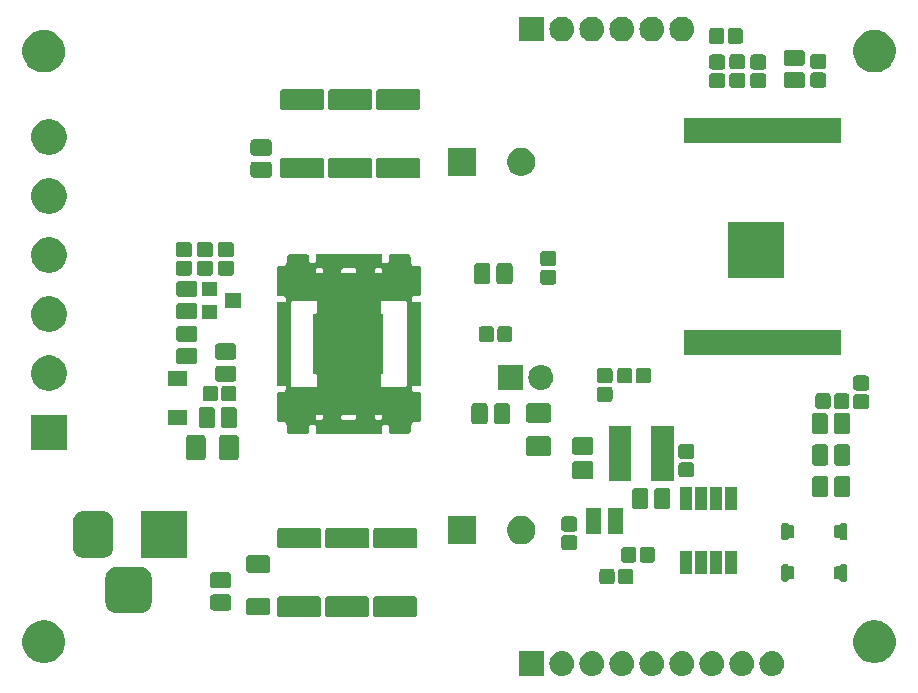
<source format=gbr>
G04 #@! TF.GenerationSoftware,KiCad,Pcbnew,5.0.1-33cea8e~68~ubuntu16.04.1*
G04 #@! TF.CreationDate,2018-10-28T17:52:41-07:00*
G04 #@! TF.ProjectId,wifistepper,77696669737465707065722E6B696361,rev?*
G04 #@! TF.SameCoordinates,Original*
G04 #@! TF.FileFunction,Soldermask,Top*
G04 #@! TF.FilePolarity,Negative*
%FSLAX46Y46*%
G04 Gerber Fmt 4.6, Leading zero omitted, Abs format (unit mm)*
G04 Created by KiCad (PCBNEW 5.0.1-33cea8e~68~ubuntu16.04.1) date Sun 28 Oct 2018 05:52:41 PM PDT*
%MOMM*%
%LPD*%
G01*
G04 APERTURE LIST*
%ADD10C,0.100000*%
G04 APERTURE END LIST*
D10*
G36*
X79790000Y-117890000D02*
X77690000Y-117890000D01*
X77690000Y-115790000D01*
X79790000Y-115790000D01*
X79790000Y-117890000D01*
X79790000Y-117890000D01*
G37*
G36*
X99188707Y-115797596D02*
X99265836Y-115805193D01*
X99397787Y-115845220D01*
X99463763Y-115865233D01*
X99646172Y-115962733D01*
X99806054Y-116093946D01*
X99937267Y-116253828D01*
X100034767Y-116436237D01*
X100034767Y-116436238D01*
X100094807Y-116634164D01*
X100115080Y-116840000D01*
X100094807Y-117045836D01*
X100054780Y-117177787D01*
X100034767Y-117243763D01*
X99937267Y-117426172D01*
X99806054Y-117586054D01*
X99646172Y-117717267D01*
X99463763Y-117814767D01*
X99397787Y-117834780D01*
X99265836Y-117874807D01*
X99188707Y-117882404D01*
X99111580Y-117890000D01*
X99008420Y-117890000D01*
X98931293Y-117882404D01*
X98854164Y-117874807D01*
X98722213Y-117834780D01*
X98656237Y-117814767D01*
X98473828Y-117717267D01*
X98313946Y-117586054D01*
X98182733Y-117426172D01*
X98085233Y-117243763D01*
X98065220Y-117177787D01*
X98025193Y-117045836D01*
X98004920Y-116840000D01*
X98025193Y-116634164D01*
X98085233Y-116436238D01*
X98085233Y-116436237D01*
X98182733Y-116253828D01*
X98313946Y-116093946D01*
X98473828Y-115962733D01*
X98656237Y-115865233D01*
X98722213Y-115845220D01*
X98854164Y-115805193D01*
X98931293Y-115797596D01*
X99008420Y-115790000D01*
X99111580Y-115790000D01*
X99188707Y-115797596D01*
X99188707Y-115797596D01*
G37*
G36*
X96648707Y-115797596D02*
X96725836Y-115805193D01*
X96857787Y-115845220D01*
X96923763Y-115865233D01*
X97106172Y-115962733D01*
X97266054Y-116093946D01*
X97397267Y-116253828D01*
X97494767Y-116436237D01*
X97494767Y-116436238D01*
X97554807Y-116634164D01*
X97575080Y-116840000D01*
X97554807Y-117045836D01*
X97514780Y-117177787D01*
X97494767Y-117243763D01*
X97397267Y-117426172D01*
X97266054Y-117586054D01*
X97106172Y-117717267D01*
X96923763Y-117814767D01*
X96857787Y-117834780D01*
X96725836Y-117874807D01*
X96648707Y-117882404D01*
X96571580Y-117890000D01*
X96468420Y-117890000D01*
X96391293Y-117882404D01*
X96314164Y-117874807D01*
X96182213Y-117834780D01*
X96116237Y-117814767D01*
X95933828Y-117717267D01*
X95773946Y-117586054D01*
X95642733Y-117426172D01*
X95545233Y-117243763D01*
X95525220Y-117177787D01*
X95485193Y-117045836D01*
X95464920Y-116840000D01*
X95485193Y-116634164D01*
X95545233Y-116436238D01*
X95545233Y-116436237D01*
X95642733Y-116253828D01*
X95773946Y-116093946D01*
X95933828Y-115962733D01*
X96116237Y-115865233D01*
X96182213Y-115845220D01*
X96314164Y-115805193D01*
X96391293Y-115797596D01*
X96468420Y-115790000D01*
X96571580Y-115790000D01*
X96648707Y-115797596D01*
X96648707Y-115797596D01*
G37*
G36*
X94108707Y-115797596D02*
X94185836Y-115805193D01*
X94317787Y-115845220D01*
X94383763Y-115865233D01*
X94566172Y-115962733D01*
X94726054Y-116093946D01*
X94857267Y-116253828D01*
X94954767Y-116436237D01*
X94954767Y-116436238D01*
X95014807Y-116634164D01*
X95035080Y-116840000D01*
X95014807Y-117045836D01*
X94974780Y-117177787D01*
X94954767Y-117243763D01*
X94857267Y-117426172D01*
X94726054Y-117586054D01*
X94566172Y-117717267D01*
X94383763Y-117814767D01*
X94317787Y-117834780D01*
X94185836Y-117874807D01*
X94108707Y-117882404D01*
X94031580Y-117890000D01*
X93928420Y-117890000D01*
X93851293Y-117882404D01*
X93774164Y-117874807D01*
X93642213Y-117834780D01*
X93576237Y-117814767D01*
X93393828Y-117717267D01*
X93233946Y-117586054D01*
X93102733Y-117426172D01*
X93005233Y-117243763D01*
X92985220Y-117177787D01*
X92945193Y-117045836D01*
X92924920Y-116840000D01*
X92945193Y-116634164D01*
X93005233Y-116436238D01*
X93005233Y-116436237D01*
X93102733Y-116253828D01*
X93233946Y-116093946D01*
X93393828Y-115962733D01*
X93576237Y-115865233D01*
X93642213Y-115845220D01*
X93774164Y-115805193D01*
X93851293Y-115797596D01*
X93928420Y-115790000D01*
X94031580Y-115790000D01*
X94108707Y-115797596D01*
X94108707Y-115797596D01*
G37*
G36*
X91568707Y-115797596D02*
X91645836Y-115805193D01*
X91777787Y-115845220D01*
X91843763Y-115865233D01*
X92026172Y-115962733D01*
X92186054Y-116093946D01*
X92317267Y-116253828D01*
X92414767Y-116436237D01*
X92414767Y-116436238D01*
X92474807Y-116634164D01*
X92495080Y-116840000D01*
X92474807Y-117045836D01*
X92434780Y-117177787D01*
X92414767Y-117243763D01*
X92317267Y-117426172D01*
X92186054Y-117586054D01*
X92026172Y-117717267D01*
X91843763Y-117814767D01*
X91777787Y-117834780D01*
X91645836Y-117874807D01*
X91568707Y-117882404D01*
X91491580Y-117890000D01*
X91388420Y-117890000D01*
X91311293Y-117882404D01*
X91234164Y-117874807D01*
X91102213Y-117834780D01*
X91036237Y-117814767D01*
X90853828Y-117717267D01*
X90693946Y-117586054D01*
X90562733Y-117426172D01*
X90465233Y-117243763D01*
X90445220Y-117177787D01*
X90405193Y-117045836D01*
X90384920Y-116840000D01*
X90405193Y-116634164D01*
X90465233Y-116436238D01*
X90465233Y-116436237D01*
X90562733Y-116253828D01*
X90693946Y-116093946D01*
X90853828Y-115962733D01*
X91036237Y-115865233D01*
X91102213Y-115845220D01*
X91234164Y-115805193D01*
X91311293Y-115797596D01*
X91388420Y-115790000D01*
X91491580Y-115790000D01*
X91568707Y-115797596D01*
X91568707Y-115797596D01*
G37*
G36*
X86488707Y-115797596D02*
X86565836Y-115805193D01*
X86697787Y-115845220D01*
X86763763Y-115865233D01*
X86946172Y-115962733D01*
X87106054Y-116093946D01*
X87237267Y-116253828D01*
X87334767Y-116436237D01*
X87334767Y-116436238D01*
X87394807Y-116634164D01*
X87415080Y-116840000D01*
X87394807Y-117045836D01*
X87354780Y-117177787D01*
X87334767Y-117243763D01*
X87237267Y-117426172D01*
X87106054Y-117586054D01*
X86946172Y-117717267D01*
X86763763Y-117814767D01*
X86697787Y-117834780D01*
X86565836Y-117874807D01*
X86488707Y-117882404D01*
X86411580Y-117890000D01*
X86308420Y-117890000D01*
X86231293Y-117882404D01*
X86154164Y-117874807D01*
X86022213Y-117834780D01*
X85956237Y-117814767D01*
X85773828Y-117717267D01*
X85613946Y-117586054D01*
X85482733Y-117426172D01*
X85385233Y-117243763D01*
X85365220Y-117177787D01*
X85325193Y-117045836D01*
X85304920Y-116840000D01*
X85325193Y-116634164D01*
X85385233Y-116436238D01*
X85385233Y-116436237D01*
X85482733Y-116253828D01*
X85613946Y-116093946D01*
X85773828Y-115962733D01*
X85956237Y-115865233D01*
X86022213Y-115845220D01*
X86154164Y-115805193D01*
X86231293Y-115797596D01*
X86308420Y-115790000D01*
X86411580Y-115790000D01*
X86488707Y-115797596D01*
X86488707Y-115797596D01*
G37*
G36*
X89028707Y-115797596D02*
X89105836Y-115805193D01*
X89237787Y-115845220D01*
X89303763Y-115865233D01*
X89486172Y-115962733D01*
X89646054Y-116093946D01*
X89777267Y-116253828D01*
X89874767Y-116436237D01*
X89874767Y-116436238D01*
X89934807Y-116634164D01*
X89955080Y-116840000D01*
X89934807Y-117045836D01*
X89894780Y-117177787D01*
X89874767Y-117243763D01*
X89777267Y-117426172D01*
X89646054Y-117586054D01*
X89486172Y-117717267D01*
X89303763Y-117814767D01*
X89237787Y-117834780D01*
X89105836Y-117874807D01*
X89028707Y-117882404D01*
X88951580Y-117890000D01*
X88848420Y-117890000D01*
X88771293Y-117882404D01*
X88694164Y-117874807D01*
X88562213Y-117834780D01*
X88496237Y-117814767D01*
X88313828Y-117717267D01*
X88153946Y-117586054D01*
X88022733Y-117426172D01*
X87925233Y-117243763D01*
X87905220Y-117177787D01*
X87865193Y-117045836D01*
X87844920Y-116840000D01*
X87865193Y-116634164D01*
X87925233Y-116436238D01*
X87925233Y-116436237D01*
X88022733Y-116253828D01*
X88153946Y-116093946D01*
X88313828Y-115962733D01*
X88496237Y-115865233D01*
X88562213Y-115845220D01*
X88694164Y-115805193D01*
X88771293Y-115797596D01*
X88848420Y-115790000D01*
X88951580Y-115790000D01*
X89028707Y-115797596D01*
X89028707Y-115797596D01*
G37*
G36*
X81408707Y-115797596D02*
X81485836Y-115805193D01*
X81617787Y-115845220D01*
X81683763Y-115865233D01*
X81866172Y-115962733D01*
X82026054Y-116093946D01*
X82157267Y-116253828D01*
X82254767Y-116436237D01*
X82254767Y-116436238D01*
X82314807Y-116634164D01*
X82335080Y-116840000D01*
X82314807Y-117045836D01*
X82274780Y-117177787D01*
X82254767Y-117243763D01*
X82157267Y-117426172D01*
X82026054Y-117586054D01*
X81866172Y-117717267D01*
X81683763Y-117814767D01*
X81617787Y-117834780D01*
X81485836Y-117874807D01*
X81408707Y-117882404D01*
X81331580Y-117890000D01*
X81228420Y-117890000D01*
X81151293Y-117882404D01*
X81074164Y-117874807D01*
X80942213Y-117834780D01*
X80876237Y-117814767D01*
X80693828Y-117717267D01*
X80533946Y-117586054D01*
X80402733Y-117426172D01*
X80305233Y-117243763D01*
X80285220Y-117177787D01*
X80245193Y-117045836D01*
X80224920Y-116840000D01*
X80245193Y-116634164D01*
X80305233Y-116436238D01*
X80305233Y-116436237D01*
X80402733Y-116253828D01*
X80533946Y-116093946D01*
X80693828Y-115962733D01*
X80876237Y-115865233D01*
X80942213Y-115845220D01*
X81074164Y-115805193D01*
X81151293Y-115797596D01*
X81228420Y-115790000D01*
X81331580Y-115790000D01*
X81408707Y-115797596D01*
X81408707Y-115797596D01*
G37*
G36*
X83948707Y-115797596D02*
X84025836Y-115805193D01*
X84157787Y-115845220D01*
X84223763Y-115865233D01*
X84406172Y-115962733D01*
X84566054Y-116093946D01*
X84697267Y-116253828D01*
X84794767Y-116436237D01*
X84794767Y-116436238D01*
X84854807Y-116634164D01*
X84875080Y-116840000D01*
X84854807Y-117045836D01*
X84814780Y-117177787D01*
X84794767Y-117243763D01*
X84697267Y-117426172D01*
X84566054Y-117586054D01*
X84406172Y-117717267D01*
X84223763Y-117814767D01*
X84157787Y-117834780D01*
X84025836Y-117874807D01*
X83948707Y-117882404D01*
X83871580Y-117890000D01*
X83768420Y-117890000D01*
X83691293Y-117882404D01*
X83614164Y-117874807D01*
X83482213Y-117834780D01*
X83416237Y-117814767D01*
X83233828Y-117717267D01*
X83073946Y-117586054D01*
X82942733Y-117426172D01*
X82845233Y-117243763D01*
X82825220Y-117177787D01*
X82785193Y-117045836D01*
X82764920Y-116840000D01*
X82785193Y-116634164D01*
X82845233Y-116436238D01*
X82845233Y-116436237D01*
X82942733Y-116253828D01*
X83073946Y-116093946D01*
X83233828Y-115962733D01*
X83416237Y-115865233D01*
X83482213Y-115845220D01*
X83614164Y-115805193D01*
X83691293Y-115797596D01*
X83768420Y-115790000D01*
X83871580Y-115790000D01*
X83948707Y-115797596D01*
X83948707Y-115797596D01*
G37*
G36*
X37822122Y-113246115D02*
X37938041Y-113269173D01*
X38265620Y-113404861D01*
X38556511Y-113599228D01*
X38560436Y-113601851D01*
X38811149Y-113852564D01*
X39008140Y-114147382D01*
X39143827Y-114474960D01*
X39213000Y-114822714D01*
X39213000Y-115177286D01*
X39143827Y-115525040D01*
X39008140Y-115852618D01*
X38811149Y-116147436D01*
X38560436Y-116398149D01*
X38560433Y-116398151D01*
X38265620Y-116595139D01*
X37938041Y-116730827D01*
X37822122Y-116753885D01*
X37590286Y-116800000D01*
X37235714Y-116800000D01*
X37003878Y-116753885D01*
X36887959Y-116730827D01*
X36560380Y-116595139D01*
X36265567Y-116398151D01*
X36265564Y-116398149D01*
X36014851Y-116147436D01*
X35817860Y-115852618D01*
X35682173Y-115525040D01*
X35613000Y-115177286D01*
X35613000Y-114822714D01*
X35682173Y-114474960D01*
X35817860Y-114147382D01*
X36014851Y-113852564D01*
X36265564Y-113601851D01*
X36269489Y-113599228D01*
X36560380Y-113404861D01*
X36887959Y-113269173D01*
X37003878Y-113246115D01*
X37235714Y-113200000D01*
X37590286Y-113200000D01*
X37822122Y-113246115D01*
X37822122Y-113246115D01*
G37*
G36*
X108153622Y-113246115D02*
X108269541Y-113269173D01*
X108597120Y-113404861D01*
X108888011Y-113599228D01*
X108891936Y-113601851D01*
X109142649Y-113852564D01*
X109339640Y-114147382D01*
X109475327Y-114474960D01*
X109544500Y-114822714D01*
X109544500Y-115177286D01*
X109475327Y-115525040D01*
X109339640Y-115852618D01*
X109142649Y-116147436D01*
X108891936Y-116398149D01*
X108891933Y-116398151D01*
X108597120Y-116595139D01*
X108269541Y-116730827D01*
X108153622Y-116753885D01*
X107921786Y-116800000D01*
X107567214Y-116800000D01*
X107335378Y-116753885D01*
X107219459Y-116730827D01*
X106891880Y-116595139D01*
X106597067Y-116398151D01*
X106597064Y-116398149D01*
X106346351Y-116147436D01*
X106149360Y-115852618D01*
X106013673Y-115525040D01*
X105944500Y-115177286D01*
X105944500Y-114822714D01*
X106013673Y-114474960D01*
X106149360Y-114147382D01*
X106346351Y-113852564D01*
X106597064Y-113601851D01*
X106600989Y-113599228D01*
X106891880Y-113404861D01*
X107219459Y-113269173D01*
X107335378Y-113246115D01*
X107567214Y-113200000D01*
X107921786Y-113200000D01*
X108153622Y-113246115D01*
X108153622Y-113246115D01*
G37*
G36*
X64783678Y-111157008D02*
X64829602Y-111170939D01*
X64871915Y-111193555D01*
X64909005Y-111223995D01*
X64939445Y-111261085D01*
X64962061Y-111303398D01*
X64975992Y-111349322D01*
X64981300Y-111403211D01*
X64981300Y-112650189D01*
X64975992Y-112704078D01*
X64962061Y-112750002D01*
X64939445Y-112792315D01*
X64909005Y-112829405D01*
X64871915Y-112859845D01*
X64829602Y-112882461D01*
X64783678Y-112896392D01*
X64729789Y-112901700D01*
X61482811Y-112901700D01*
X61428922Y-112896392D01*
X61382998Y-112882461D01*
X61340685Y-112859845D01*
X61303595Y-112829405D01*
X61273155Y-112792315D01*
X61250539Y-112750002D01*
X61236608Y-112704078D01*
X61231300Y-112650189D01*
X61231300Y-111403211D01*
X61236608Y-111349322D01*
X61250539Y-111303398D01*
X61273155Y-111261085D01*
X61303595Y-111223995D01*
X61340685Y-111193555D01*
X61382998Y-111170939D01*
X61428922Y-111157008D01*
X61482811Y-111151700D01*
X64729789Y-111151700D01*
X64783678Y-111157008D01*
X64783678Y-111157008D01*
G37*
G36*
X68847678Y-111157008D02*
X68893602Y-111170939D01*
X68935915Y-111193555D01*
X68973005Y-111223995D01*
X69003445Y-111261085D01*
X69026061Y-111303398D01*
X69039992Y-111349322D01*
X69045300Y-111403211D01*
X69045300Y-112650189D01*
X69039992Y-112704078D01*
X69026061Y-112750002D01*
X69003445Y-112792315D01*
X68973005Y-112829405D01*
X68935915Y-112859845D01*
X68893602Y-112882461D01*
X68847678Y-112896392D01*
X68793789Y-112901700D01*
X65546811Y-112901700D01*
X65492922Y-112896392D01*
X65446998Y-112882461D01*
X65404685Y-112859845D01*
X65367595Y-112829405D01*
X65337155Y-112792315D01*
X65314539Y-112750002D01*
X65300608Y-112704078D01*
X65295300Y-112650189D01*
X65295300Y-111403211D01*
X65300608Y-111349322D01*
X65314539Y-111303398D01*
X65337155Y-111261085D01*
X65367595Y-111223995D01*
X65404685Y-111193555D01*
X65446998Y-111170939D01*
X65492922Y-111157008D01*
X65546811Y-111151700D01*
X68793789Y-111151700D01*
X68847678Y-111157008D01*
X68847678Y-111157008D01*
G37*
G36*
X60719678Y-111157008D02*
X60765602Y-111170939D01*
X60807915Y-111193555D01*
X60845005Y-111223995D01*
X60875445Y-111261085D01*
X60898061Y-111303398D01*
X60911992Y-111349322D01*
X60917300Y-111403211D01*
X60917300Y-112650189D01*
X60911992Y-112704078D01*
X60898061Y-112750002D01*
X60875445Y-112792315D01*
X60845005Y-112829405D01*
X60807915Y-112859845D01*
X60765602Y-112882461D01*
X60719678Y-112896392D01*
X60665789Y-112901700D01*
X57418811Y-112901700D01*
X57364922Y-112896392D01*
X57318998Y-112882461D01*
X57276685Y-112859845D01*
X57239595Y-112829405D01*
X57209155Y-112792315D01*
X57186539Y-112750002D01*
X57172608Y-112704078D01*
X57167300Y-112650189D01*
X57167300Y-111403211D01*
X57172608Y-111349322D01*
X57186539Y-111303398D01*
X57209155Y-111261085D01*
X57239595Y-111223995D01*
X57276685Y-111193555D01*
X57318998Y-111170939D01*
X57364922Y-111157008D01*
X57418811Y-111151700D01*
X60665789Y-111151700D01*
X60719678Y-111157008D01*
X60719678Y-111157008D01*
G37*
G36*
X56335848Y-111270597D02*
X56394358Y-111288347D01*
X56448277Y-111317167D01*
X56495543Y-111355957D01*
X56534333Y-111403223D01*
X56563153Y-111457142D01*
X56580903Y-111515652D01*
X56587500Y-111582639D01*
X56587500Y-112445361D01*
X56580903Y-112512348D01*
X56563153Y-112570858D01*
X56534333Y-112624777D01*
X56495543Y-112672043D01*
X56448277Y-112710833D01*
X56394358Y-112739653D01*
X56335848Y-112757403D01*
X56268861Y-112764000D01*
X54856139Y-112764000D01*
X54789152Y-112757403D01*
X54730642Y-112739653D01*
X54676723Y-112710833D01*
X54629457Y-112672043D01*
X54590667Y-112624777D01*
X54561847Y-112570858D01*
X54544097Y-112512348D01*
X54537500Y-112445361D01*
X54537500Y-111582639D01*
X54544097Y-111515652D01*
X54561847Y-111457142D01*
X54590667Y-111403223D01*
X54629457Y-111355957D01*
X54676723Y-111317167D01*
X54730642Y-111288347D01*
X54789152Y-111270597D01*
X54856139Y-111264000D01*
X56268861Y-111264000D01*
X56335848Y-111270597D01*
X56335848Y-111270597D01*
G37*
G36*
X45807898Y-108686126D02*
X45978972Y-108738021D01*
X46136621Y-108822286D01*
X46274807Y-108935693D01*
X46388214Y-109073879D01*
X46472479Y-109231528D01*
X46524374Y-109402602D01*
X46542500Y-109586640D01*
X46542500Y-111649360D01*
X46524374Y-111833398D01*
X46472479Y-112004472D01*
X46388214Y-112162121D01*
X46274807Y-112300307D01*
X46136621Y-112413714D01*
X45978972Y-112497979D01*
X45807898Y-112549874D01*
X45623860Y-112568000D01*
X43561140Y-112568000D01*
X43377102Y-112549874D01*
X43206028Y-112497979D01*
X43048379Y-112413714D01*
X42910193Y-112300307D01*
X42796786Y-112162121D01*
X42712521Y-112004472D01*
X42660626Y-111833398D01*
X42642500Y-111649360D01*
X42642500Y-109586640D01*
X42660626Y-109402602D01*
X42712521Y-109231528D01*
X42796786Y-109073879D01*
X42910193Y-108935693D01*
X43048379Y-108822286D01*
X43206028Y-108738021D01*
X43377102Y-108686126D01*
X43561140Y-108668000D01*
X45623860Y-108668000D01*
X45807898Y-108686126D01*
X45807898Y-108686126D01*
G37*
G36*
X53060997Y-110984997D02*
X53113653Y-111000970D01*
X53162165Y-111026900D01*
X53204696Y-111061804D01*
X53239600Y-111104335D01*
X53265530Y-111152847D01*
X53281503Y-111205503D01*
X53287500Y-111266390D01*
X53287500Y-112066610D01*
X53281503Y-112127497D01*
X53265530Y-112180153D01*
X53239600Y-112228665D01*
X53204696Y-112271196D01*
X53162165Y-112306100D01*
X53113653Y-112332030D01*
X53060997Y-112348003D01*
X53000110Y-112354000D01*
X51774890Y-112354000D01*
X51714003Y-112348003D01*
X51661347Y-112332030D01*
X51612835Y-112306100D01*
X51570304Y-112271196D01*
X51535400Y-112228665D01*
X51509470Y-112180153D01*
X51493497Y-112127497D01*
X51487500Y-112066610D01*
X51487500Y-111266390D01*
X51493497Y-111205503D01*
X51509470Y-111152847D01*
X51535400Y-111104335D01*
X51570304Y-111061804D01*
X51612835Y-111026900D01*
X51661347Y-111000970D01*
X51714003Y-110984997D01*
X51774890Y-110979000D01*
X53000110Y-110979000D01*
X53060997Y-110984997D01*
X53060997Y-110984997D01*
G37*
G36*
X53060997Y-109109997D02*
X53113653Y-109125970D01*
X53162165Y-109151900D01*
X53204696Y-109186804D01*
X53239600Y-109229335D01*
X53265530Y-109277847D01*
X53281503Y-109330503D01*
X53287500Y-109391390D01*
X53287500Y-110191610D01*
X53281503Y-110252497D01*
X53265530Y-110305153D01*
X53239600Y-110353665D01*
X53204696Y-110396196D01*
X53162165Y-110431100D01*
X53113653Y-110457030D01*
X53060997Y-110473003D01*
X53000110Y-110479000D01*
X51774890Y-110479000D01*
X51714003Y-110473003D01*
X51661347Y-110457030D01*
X51612835Y-110431100D01*
X51570304Y-110396196D01*
X51535400Y-110353665D01*
X51509470Y-110305153D01*
X51493497Y-110252497D01*
X51487500Y-110191610D01*
X51487500Y-109391390D01*
X51493497Y-109330503D01*
X51509470Y-109277847D01*
X51535400Y-109229335D01*
X51570304Y-109186804D01*
X51612835Y-109151900D01*
X51661347Y-109125970D01*
X51714003Y-109109997D01*
X51774890Y-109104000D01*
X53000110Y-109104000D01*
X53060997Y-109109997D01*
X53060997Y-109109997D01*
G37*
G36*
X87108622Y-108804517D02*
X87156585Y-108819066D01*
X87200775Y-108842686D01*
X87239518Y-108874482D01*
X87271314Y-108913225D01*
X87294934Y-108957415D01*
X87309483Y-109005378D01*
X87315000Y-109061391D01*
X87315000Y-109886609D01*
X87309483Y-109942622D01*
X87294934Y-109990585D01*
X87271314Y-110034775D01*
X87239518Y-110073518D01*
X87200775Y-110105314D01*
X87156585Y-110128934D01*
X87108622Y-110143483D01*
X87052609Y-110149000D01*
X86302391Y-110149000D01*
X86246378Y-110143483D01*
X86198415Y-110128934D01*
X86154225Y-110105314D01*
X86115482Y-110073518D01*
X86083686Y-110034775D01*
X86060066Y-109990585D01*
X86045517Y-109942622D01*
X86040000Y-109886609D01*
X86040000Y-109061391D01*
X86045517Y-109005378D01*
X86060066Y-108957415D01*
X86083686Y-108913225D01*
X86115482Y-108874482D01*
X86154225Y-108842686D01*
X86198415Y-108819066D01*
X86246378Y-108804517D01*
X86302391Y-108799000D01*
X87052609Y-108799000D01*
X87108622Y-108804517D01*
X87108622Y-108804517D01*
G37*
G36*
X85533622Y-108804517D02*
X85581585Y-108819066D01*
X85625775Y-108842686D01*
X85664518Y-108874482D01*
X85696314Y-108913225D01*
X85719934Y-108957415D01*
X85734483Y-109005378D01*
X85740000Y-109061391D01*
X85740000Y-109886609D01*
X85734483Y-109942622D01*
X85719934Y-109990585D01*
X85696314Y-110034775D01*
X85664518Y-110073518D01*
X85625775Y-110105314D01*
X85581585Y-110128934D01*
X85533622Y-110143483D01*
X85477609Y-110149000D01*
X84727391Y-110149000D01*
X84671378Y-110143483D01*
X84623415Y-110128934D01*
X84579225Y-110105314D01*
X84540482Y-110073518D01*
X84508686Y-110034775D01*
X84485066Y-109990585D01*
X84470517Y-109942622D01*
X84465000Y-109886609D01*
X84465000Y-109061391D01*
X84470517Y-109005378D01*
X84485066Y-108957415D01*
X84508686Y-108913225D01*
X84540482Y-108874482D01*
X84579225Y-108842686D01*
X84623415Y-108819066D01*
X84671378Y-108804517D01*
X84727391Y-108799000D01*
X85477609Y-108799000D01*
X85533622Y-108804517D01*
X85533622Y-108804517D01*
G37*
G36*
X100314203Y-108416893D02*
X100314206Y-108416894D01*
X100314207Y-108416894D01*
X100329773Y-108421616D01*
X100351908Y-108428330D01*
X100371856Y-108438993D01*
X100386652Y-108446901D01*
X100386653Y-108446902D01*
X100386655Y-108446903D01*
X100417106Y-108471894D01*
X100442098Y-108502346D01*
X100465618Y-108546350D01*
X100479232Y-108566725D01*
X100496559Y-108584052D01*
X100516933Y-108597666D01*
X100539572Y-108607044D01*
X100563605Y-108611825D01*
X100575859Y-108612427D01*
X100768860Y-108612427D01*
X100814203Y-108616893D01*
X100814206Y-108616894D01*
X100814207Y-108616894D01*
X100824908Y-108620140D01*
X100851908Y-108628330D01*
X100871856Y-108638993D01*
X100886652Y-108646901D01*
X100886653Y-108646902D01*
X100886655Y-108646903D01*
X100917106Y-108671894D01*
X100942097Y-108702345D01*
X100960670Y-108737092D01*
X100972107Y-108774797D01*
X100976573Y-108820140D01*
X100976573Y-109507860D01*
X100972107Y-109553203D01*
X100960670Y-109590908D01*
X100942097Y-109625655D01*
X100917106Y-109656106D01*
X100886655Y-109681097D01*
X100886653Y-109681098D01*
X100886652Y-109681099D01*
X100871856Y-109689007D01*
X100851908Y-109699670D01*
X100829773Y-109706384D01*
X100814207Y-109711106D01*
X100814206Y-109711106D01*
X100814203Y-109711107D01*
X100768860Y-109715573D01*
X100575859Y-109715573D01*
X100551473Y-109717975D01*
X100528024Y-109725088D01*
X100506413Y-109736639D01*
X100487471Y-109752185D01*
X100471925Y-109771127D01*
X100465618Y-109781650D01*
X100442098Y-109825654D01*
X100417106Y-109856106D01*
X100386655Y-109881097D01*
X100386653Y-109881098D01*
X100386652Y-109881099D01*
X100376343Y-109886609D01*
X100351908Y-109899670D01*
X100329773Y-109906384D01*
X100314207Y-109911106D01*
X100314206Y-109911106D01*
X100314203Y-109911107D01*
X100268860Y-109915573D01*
X100081140Y-109915573D01*
X100035797Y-109911107D01*
X100035794Y-109911106D01*
X100035793Y-109911106D01*
X100020227Y-109906384D01*
X99998092Y-109899670D01*
X99973657Y-109886609D01*
X99963348Y-109881099D01*
X99963347Y-109881098D01*
X99963345Y-109881097D01*
X99932894Y-109856106D01*
X99907903Y-109825655D01*
X99889330Y-109790908D01*
X99877893Y-109753203D01*
X99873427Y-109707860D01*
X99873427Y-108620140D01*
X99877893Y-108574797D01*
X99889330Y-108537092D01*
X99907903Y-108502345D01*
X99932894Y-108471894D01*
X99963345Y-108446903D01*
X99963347Y-108446902D01*
X99963348Y-108446901D01*
X99978144Y-108438993D01*
X99998092Y-108428330D01*
X100020227Y-108421616D01*
X100035793Y-108416894D01*
X100035794Y-108416894D01*
X100035797Y-108416893D01*
X100081140Y-108412427D01*
X100268860Y-108412427D01*
X100314203Y-108416893D01*
X100314203Y-108416893D01*
G37*
G36*
X105264203Y-108416893D02*
X105264206Y-108416894D01*
X105264207Y-108416894D01*
X105279773Y-108421616D01*
X105301908Y-108428330D01*
X105321856Y-108438993D01*
X105336652Y-108446901D01*
X105336653Y-108446902D01*
X105336655Y-108446903D01*
X105367106Y-108471894D01*
X105392097Y-108502345D01*
X105410670Y-108537092D01*
X105422107Y-108574797D01*
X105426573Y-108620140D01*
X105426573Y-109707860D01*
X105422107Y-109753203D01*
X105410670Y-109790908D01*
X105392097Y-109825655D01*
X105367106Y-109856106D01*
X105336655Y-109881097D01*
X105336653Y-109881098D01*
X105336652Y-109881099D01*
X105326343Y-109886609D01*
X105301908Y-109899670D01*
X105279773Y-109906384D01*
X105264207Y-109911106D01*
X105264206Y-109911106D01*
X105264203Y-109911107D01*
X105218860Y-109915573D01*
X105031140Y-109915573D01*
X104985797Y-109911107D01*
X104985794Y-109911106D01*
X104985793Y-109911106D01*
X104970227Y-109906384D01*
X104948092Y-109899670D01*
X104923657Y-109886609D01*
X104913348Y-109881099D01*
X104913347Y-109881098D01*
X104913345Y-109881097D01*
X104882894Y-109856106D01*
X104857902Y-109825654D01*
X104834382Y-109781650D01*
X104820768Y-109761275D01*
X104803441Y-109743948D01*
X104783067Y-109730334D01*
X104760428Y-109720956D01*
X104736395Y-109716175D01*
X104724141Y-109715573D01*
X104531140Y-109715573D01*
X104485797Y-109711107D01*
X104485794Y-109711106D01*
X104485793Y-109711106D01*
X104470227Y-109706384D01*
X104448092Y-109699670D01*
X104428144Y-109689007D01*
X104413348Y-109681099D01*
X104413347Y-109681098D01*
X104413345Y-109681097D01*
X104382894Y-109656106D01*
X104357903Y-109625655D01*
X104339330Y-109590908D01*
X104327893Y-109553203D01*
X104323427Y-109507860D01*
X104323427Y-108820140D01*
X104327893Y-108774797D01*
X104339330Y-108737092D01*
X104357903Y-108702345D01*
X104382894Y-108671894D01*
X104413345Y-108646903D01*
X104413347Y-108646902D01*
X104413348Y-108646901D01*
X104428144Y-108638993D01*
X104448092Y-108628330D01*
X104475092Y-108620140D01*
X104485793Y-108616894D01*
X104485794Y-108616894D01*
X104485797Y-108616893D01*
X104531140Y-108612427D01*
X104724141Y-108612427D01*
X104748527Y-108610025D01*
X104771976Y-108602912D01*
X104793587Y-108591361D01*
X104812529Y-108575815D01*
X104828075Y-108556873D01*
X104834382Y-108546350D01*
X104857902Y-108502346D01*
X104882894Y-108471894D01*
X104913345Y-108446903D01*
X104913347Y-108446902D01*
X104913348Y-108446901D01*
X104928144Y-108438993D01*
X104948092Y-108428330D01*
X104970227Y-108421616D01*
X104985793Y-108416894D01*
X104985794Y-108416894D01*
X104985797Y-108416893D01*
X105031140Y-108412427D01*
X105218860Y-108412427D01*
X105264203Y-108416893D01*
X105264203Y-108416893D01*
G37*
G36*
X93591000Y-109245000D02*
X92591000Y-109245000D01*
X92591000Y-107295000D01*
X93591000Y-107295000D01*
X93591000Y-109245000D01*
X93591000Y-109245000D01*
G37*
G36*
X96131000Y-109245000D02*
X95131000Y-109245000D01*
X95131000Y-107295000D01*
X96131000Y-107295000D01*
X96131000Y-109245000D01*
X96131000Y-109245000D01*
G37*
G36*
X94861000Y-109245000D02*
X93861000Y-109245000D01*
X93861000Y-107295000D01*
X94861000Y-107295000D01*
X94861000Y-109245000D01*
X94861000Y-109245000D01*
G37*
G36*
X92321000Y-109245000D02*
X91321000Y-109245000D01*
X91321000Y-107295000D01*
X92321000Y-107295000D01*
X92321000Y-109245000D01*
X92321000Y-109245000D01*
G37*
G36*
X56335848Y-107670597D02*
X56394358Y-107688347D01*
X56448277Y-107717167D01*
X56495543Y-107755957D01*
X56534333Y-107803223D01*
X56563153Y-107857142D01*
X56580903Y-107915652D01*
X56587500Y-107982639D01*
X56587500Y-108845361D01*
X56580903Y-108912348D01*
X56563153Y-108970858D01*
X56534333Y-109024777D01*
X56495543Y-109072043D01*
X56448277Y-109110833D01*
X56394358Y-109139653D01*
X56335848Y-109157403D01*
X56268861Y-109164000D01*
X54856139Y-109164000D01*
X54789152Y-109157403D01*
X54730642Y-109139653D01*
X54676723Y-109110833D01*
X54629457Y-109072043D01*
X54590667Y-109024777D01*
X54561847Y-108970858D01*
X54544097Y-108912348D01*
X54537500Y-108845361D01*
X54537500Y-107982639D01*
X54544097Y-107915652D01*
X54561847Y-107857142D01*
X54590667Y-107803223D01*
X54629457Y-107755957D01*
X54676723Y-107717167D01*
X54730642Y-107688347D01*
X54789152Y-107670597D01*
X54856139Y-107664000D01*
X56268861Y-107664000D01*
X56335848Y-107670597D01*
X56335848Y-107670597D01*
G37*
G36*
X87375122Y-106963017D02*
X87423085Y-106977566D01*
X87467275Y-107001186D01*
X87506018Y-107032982D01*
X87537814Y-107071725D01*
X87561434Y-107115915D01*
X87575983Y-107163878D01*
X87581500Y-107219891D01*
X87581500Y-108045109D01*
X87575983Y-108101122D01*
X87561434Y-108149085D01*
X87537814Y-108193275D01*
X87506018Y-108232018D01*
X87467275Y-108263814D01*
X87423085Y-108287434D01*
X87375122Y-108301983D01*
X87319109Y-108307500D01*
X86568891Y-108307500D01*
X86512878Y-108301983D01*
X86464915Y-108287434D01*
X86420725Y-108263814D01*
X86381982Y-108232018D01*
X86350186Y-108193275D01*
X86326566Y-108149085D01*
X86312017Y-108101122D01*
X86306500Y-108045109D01*
X86306500Y-107219891D01*
X86312017Y-107163878D01*
X86326566Y-107115915D01*
X86350186Y-107071725D01*
X86381982Y-107032982D01*
X86420725Y-107001186D01*
X86464915Y-106977566D01*
X86512878Y-106963017D01*
X86568891Y-106957500D01*
X87319109Y-106957500D01*
X87375122Y-106963017D01*
X87375122Y-106963017D01*
G37*
G36*
X88950122Y-106963017D02*
X88998085Y-106977566D01*
X89042275Y-107001186D01*
X89081018Y-107032982D01*
X89112814Y-107071725D01*
X89136434Y-107115915D01*
X89150983Y-107163878D01*
X89156500Y-107219891D01*
X89156500Y-108045109D01*
X89150983Y-108101122D01*
X89136434Y-108149085D01*
X89112814Y-108193275D01*
X89081018Y-108232018D01*
X89042275Y-108263814D01*
X88998085Y-108287434D01*
X88950122Y-108301983D01*
X88894109Y-108307500D01*
X88143891Y-108307500D01*
X88087878Y-108301983D01*
X88039915Y-108287434D01*
X87995725Y-108263814D01*
X87956982Y-108232018D01*
X87925186Y-108193275D01*
X87901566Y-108149085D01*
X87887017Y-108101122D01*
X87881500Y-108045109D01*
X87881500Y-107219891D01*
X87887017Y-107163878D01*
X87901566Y-107115915D01*
X87925186Y-107071725D01*
X87956982Y-107032982D01*
X87995725Y-107001186D01*
X88039915Y-106977566D01*
X88087878Y-106963017D01*
X88143891Y-106957500D01*
X88894109Y-106957500D01*
X88950122Y-106963017D01*
X88950122Y-106963017D01*
G37*
G36*
X42658517Y-103983724D02*
X42806130Y-104028503D01*
X42942177Y-104101222D01*
X43061419Y-104199081D01*
X43159278Y-104318323D01*
X43231997Y-104454370D01*
X43276776Y-104601983D01*
X43292500Y-104761640D01*
X43292500Y-107074360D01*
X43276776Y-107234017D01*
X43231997Y-107381630D01*
X43159278Y-107517677D01*
X43061419Y-107636919D01*
X42942177Y-107734778D01*
X42806130Y-107807497D01*
X42658517Y-107852276D01*
X42498860Y-107868000D01*
X40686140Y-107868000D01*
X40526483Y-107852276D01*
X40378870Y-107807497D01*
X40242823Y-107734778D01*
X40123581Y-107636919D01*
X40025722Y-107517677D01*
X39953003Y-107381630D01*
X39908224Y-107234017D01*
X39892500Y-107074360D01*
X39892500Y-104761640D01*
X39908224Y-104601983D01*
X39953003Y-104454370D01*
X40025722Y-104318323D01*
X40123581Y-104199081D01*
X40242823Y-104101222D01*
X40378870Y-104028503D01*
X40526483Y-103983724D01*
X40686140Y-103968000D01*
X42498860Y-103968000D01*
X42658517Y-103983724D01*
X42658517Y-103983724D01*
G37*
G36*
X49542500Y-107868000D02*
X45642500Y-107868000D01*
X45642500Y-103968000D01*
X49542500Y-103968000D01*
X49542500Y-107868000D01*
X49542500Y-107868000D01*
G37*
G36*
X82383622Y-105972017D02*
X82431585Y-105986566D01*
X82475775Y-106010186D01*
X82514518Y-106041982D01*
X82546314Y-106080725D01*
X82569934Y-106124915D01*
X82584483Y-106172878D01*
X82590000Y-106228891D01*
X82590000Y-106979109D01*
X82584483Y-107035122D01*
X82569934Y-107083085D01*
X82546314Y-107127275D01*
X82514518Y-107166018D01*
X82475775Y-107197814D01*
X82431585Y-107221434D01*
X82383622Y-107235983D01*
X82327609Y-107241500D01*
X81502391Y-107241500D01*
X81446378Y-107235983D01*
X81398415Y-107221434D01*
X81354225Y-107197814D01*
X81315482Y-107166018D01*
X81283686Y-107127275D01*
X81260066Y-107083085D01*
X81245517Y-107035122D01*
X81240000Y-106979109D01*
X81240000Y-106228891D01*
X81245517Y-106172878D01*
X81260066Y-106124915D01*
X81283686Y-106080725D01*
X81315482Y-106041982D01*
X81354225Y-106010186D01*
X81398415Y-105986566D01*
X81446378Y-105972017D01*
X81502391Y-105966500D01*
X82327609Y-105966500D01*
X82383622Y-105972017D01*
X82383622Y-105972017D01*
G37*
G36*
X60719678Y-105357008D02*
X60765602Y-105370939D01*
X60807915Y-105393555D01*
X60845005Y-105423995D01*
X60875445Y-105461085D01*
X60898061Y-105503398D01*
X60911992Y-105549322D01*
X60917300Y-105603211D01*
X60917300Y-106850189D01*
X60911992Y-106904078D01*
X60898061Y-106950002D01*
X60875445Y-106992315D01*
X60845005Y-107029405D01*
X60807915Y-107059845D01*
X60765602Y-107082461D01*
X60719678Y-107096392D01*
X60665789Y-107101700D01*
X57418811Y-107101700D01*
X57364922Y-107096392D01*
X57318998Y-107082461D01*
X57276685Y-107059845D01*
X57239595Y-107029405D01*
X57209155Y-106992315D01*
X57186539Y-106950002D01*
X57172608Y-106904078D01*
X57167300Y-106850189D01*
X57167300Y-105603211D01*
X57172608Y-105549322D01*
X57186539Y-105503398D01*
X57209155Y-105461085D01*
X57239595Y-105423995D01*
X57276685Y-105393555D01*
X57318998Y-105370939D01*
X57364922Y-105357008D01*
X57418811Y-105351700D01*
X60665789Y-105351700D01*
X60719678Y-105357008D01*
X60719678Y-105357008D01*
G37*
G36*
X64783678Y-105357008D02*
X64829602Y-105370939D01*
X64871915Y-105393555D01*
X64909005Y-105423995D01*
X64939445Y-105461085D01*
X64962061Y-105503398D01*
X64975992Y-105549322D01*
X64981300Y-105603211D01*
X64981300Y-106850189D01*
X64975992Y-106904078D01*
X64962061Y-106950002D01*
X64939445Y-106992315D01*
X64909005Y-107029405D01*
X64871915Y-107059845D01*
X64829602Y-107082461D01*
X64783678Y-107096392D01*
X64729789Y-107101700D01*
X61482811Y-107101700D01*
X61428922Y-107096392D01*
X61382998Y-107082461D01*
X61340685Y-107059845D01*
X61303595Y-107029405D01*
X61273155Y-106992315D01*
X61250539Y-106950002D01*
X61236608Y-106904078D01*
X61231300Y-106850189D01*
X61231300Y-105603211D01*
X61236608Y-105549322D01*
X61250539Y-105503398D01*
X61273155Y-105461085D01*
X61303595Y-105423995D01*
X61340685Y-105393555D01*
X61382998Y-105370939D01*
X61428922Y-105357008D01*
X61482811Y-105351700D01*
X64729789Y-105351700D01*
X64783678Y-105357008D01*
X64783678Y-105357008D01*
G37*
G36*
X68847678Y-105357008D02*
X68893602Y-105370939D01*
X68935915Y-105393555D01*
X68973005Y-105423995D01*
X69003445Y-105461085D01*
X69026061Y-105503398D01*
X69039992Y-105549322D01*
X69045300Y-105603211D01*
X69045300Y-106850189D01*
X69039992Y-106904078D01*
X69026061Y-106950002D01*
X69003445Y-106992315D01*
X68973005Y-107029405D01*
X68935915Y-107059845D01*
X68893602Y-107082461D01*
X68847678Y-107096392D01*
X68793789Y-107101700D01*
X65546811Y-107101700D01*
X65492922Y-107096392D01*
X65446998Y-107082461D01*
X65404685Y-107059845D01*
X65367595Y-107029405D01*
X65337155Y-106992315D01*
X65314539Y-106950002D01*
X65300608Y-106904078D01*
X65295300Y-106850189D01*
X65295300Y-105603211D01*
X65300608Y-105549322D01*
X65314539Y-105503398D01*
X65337155Y-105461085D01*
X65367595Y-105423995D01*
X65404685Y-105393555D01*
X65446998Y-105370939D01*
X65492922Y-105357008D01*
X65546811Y-105351700D01*
X68793789Y-105351700D01*
X68847678Y-105357008D01*
X68847678Y-105357008D01*
G37*
G36*
X74034500Y-106737000D02*
X71634500Y-106737000D01*
X71634500Y-104337000D01*
X74034500Y-104337000D01*
X74034500Y-106737000D01*
X74034500Y-106737000D01*
G37*
G36*
X78184526Y-104383115D02*
X78402912Y-104473573D01*
X78599458Y-104604901D01*
X78766599Y-104772042D01*
X78897927Y-104968588D01*
X78988385Y-105186974D01*
X79034500Y-105418809D01*
X79034500Y-105655191D01*
X78988385Y-105887026D01*
X78897927Y-106105412D01*
X78766599Y-106301958D01*
X78599458Y-106469099D01*
X78402912Y-106600427D01*
X78184526Y-106690885D01*
X77952691Y-106737000D01*
X77716309Y-106737000D01*
X77484474Y-106690885D01*
X77266088Y-106600427D01*
X77069542Y-106469099D01*
X76902401Y-106301958D01*
X76771073Y-106105412D01*
X76680615Y-105887026D01*
X76634500Y-105655191D01*
X76634500Y-105418809D01*
X76680615Y-105186974D01*
X76771073Y-104968588D01*
X76902401Y-104772042D01*
X77069542Y-104604901D01*
X77266088Y-104473573D01*
X77484474Y-104383115D01*
X77716309Y-104337000D01*
X77952691Y-104337000D01*
X78184526Y-104383115D01*
X78184526Y-104383115D01*
G37*
G36*
X105264203Y-104916893D02*
X105264206Y-104916894D01*
X105264207Y-104916894D01*
X105279773Y-104921616D01*
X105301908Y-104928330D01*
X105321856Y-104938993D01*
X105336652Y-104946901D01*
X105336653Y-104946902D01*
X105336655Y-104946903D01*
X105367106Y-104971894D01*
X105392097Y-105002345D01*
X105410670Y-105037092D01*
X105422107Y-105074797D01*
X105426573Y-105120140D01*
X105426573Y-106207860D01*
X105422107Y-106253203D01*
X105410670Y-106290908D01*
X105392097Y-106325655D01*
X105367106Y-106356106D01*
X105336655Y-106381097D01*
X105336653Y-106381098D01*
X105336652Y-106381099D01*
X105321856Y-106389007D01*
X105301908Y-106399670D01*
X105279773Y-106406384D01*
X105264207Y-106411106D01*
X105264206Y-106411106D01*
X105264203Y-106411107D01*
X105218860Y-106415573D01*
X105031140Y-106415573D01*
X104985797Y-106411107D01*
X104985794Y-106411106D01*
X104985793Y-106411106D01*
X104970227Y-106406384D01*
X104948092Y-106399670D01*
X104928144Y-106389007D01*
X104913348Y-106381099D01*
X104913347Y-106381098D01*
X104913345Y-106381097D01*
X104882894Y-106356106D01*
X104857902Y-106325654D01*
X104834382Y-106281650D01*
X104820768Y-106261275D01*
X104803441Y-106243948D01*
X104783067Y-106230334D01*
X104760428Y-106220956D01*
X104736395Y-106216175D01*
X104724141Y-106215573D01*
X104531140Y-106215573D01*
X104485797Y-106211107D01*
X104485794Y-106211106D01*
X104485793Y-106211106D01*
X104470227Y-106206384D01*
X104448092Y-106199670D01*
X104428144Y-106189007D01*
X104413348Y-106181099D01*
X104413347Y-106181098D01*
X104413345Y-106181097D01*
X104382894Y-106156106D01*
X104357903Y-106125655D01*
X104339330Y-106090908D01*
X104327893Y-106053203D01*
X104323427Y-106007860D01*
X104323427Y-105320140D01*
X104327893Y-105274797D01*
X104339330Y-105237092D01*
X104357903Y-105202345D01*
X104382894Y-105171894D01*
X104413345Y-105146903D01*
X104413347Y-105146902D01*
X104413348Y-105146901D01*
X104428144Y-105138993D01*
X104448092Y-105128330D01*
X104475092Y-105120140D01*
X104485793Y-105116894D01*
X104485794Y-105116894D01*
X104485797Y-105116893D01*
X104531140Y-105112427D01*
X104724141Y-105112427D01*
X104748527Y-105110025D01*
X104771976Y-105102912D01*
X104793587Y-105091361D01*
X104812529Y-105075815D01*
X104828075Y-105056873D01*
X104834382Y-105046350D01*
X104857902Y-105002346D01*
X104882894Y-104971894D01*
X104913345Y-104946903D01*
X104913347Y-104946902D01*
X104913348Y-104946901D01*
X104928144Y-104938993D01*
X104948092Y-104928330D01*
X104970227Y-104921616D01*
X104985793Y-104916894D01*
X104985794Y-104916894D01*
X104985797Y-104916893D01*
X105031140Y-104912427D01*
X105218860Y-104912427D01*
X105264203Y-104916893D01*
X105264203Y-104916893D01*
G37*
G36*
X100314203Y-104916893D02*
X100314206Y-104916894D01*
X100314207Y-104916894D01*
X100329773Y-104921616D01*
X100351908Y-104928330D01*
X100371856Y-104938993D01*
X100386652Y-104946901D01*
X100386653Y-104946902D01*
X100386655Y-104946903D01*
X100417106Y-104971894D01*
X100442098Y-105002346D01*
X100465618Y-105046350D01*
X100479232Y-105066725D01*
X100496559Y-105084052D01*
X100516933Y-105097666D01*
X100539572Y-105107044D01*
X100563605Y-105111825D01*
X100575859Y-105112427D01*
X100768860Y-105112427D01*
X100814203Y-105116893D01*
X100814206Y-105116894D01*
X100814207Y-105116894D01*
X100824908Y-105120140D01*
X100851908Y-105128330D01*
X100871856Y-105138993D01*
X100886652Y-105146901D01*
X100886653Y-105146902D01*
X100886655Y-105146903D01*
X100917106Y-105171894D01*
X100942097Y-105202345D01*
X100960670Y-105237092D01*
X100972107Y-105274797D01*
X100976573Y-105320140D01*
X100976573Y-106007860D01*
X100972107Y-106053203D01*
X100960670Y-106090908D01*
X100942097Y-106125655D01*
X100917106Y-106156106D01*
X100886655Y-106181097D01*
X100886653Y-106181098D01*
X100886652Y-106181099D01*
X100871856Y-106189007D01*
X100851908Y-106199670D01*
X100829773Y-106206384D01*
X100814207Y-106211106D01*
X100814206Y-106211106D01*
X100814203Y-106211107D01*
X100768860Y-106215573D01*
X100575859Y-106215573D01*
X100551473Y-106217975D01*
X100528024Y-106225088D01*
X100506413Y-106236639D01*
X100487471Y-106252185D01*
X100471925Y-106271127D01*
X100465618Y-106281650D01*
X100442098Y-106325654D01*
X100417106Y-106356106D01*
X100386655Y-106381097D01*
X100386653Y-106381098D01*
X100386652Y-106381099D01*
X100371856Y-106389007D01*
X100351908Y-106399670D01*
X100329773Y-106406384D01*
X100314207Y-106411106D01*
X100314206Y-106411106D01*
X100314203Y-106411107D01*
X100268860Y-106415573D01*
X100081140Y-106415573D01*
X100035797Y-106411107D01*
X100035794Y-106411106D01*
X100035793Y-106411106D01*
X100020227Y-106406384D01*
X99998092Y-106399670D01*
X99978144Y-106389007D01*
X99963348Y-106381099D01*
X99963347Y-106381098D01*
X99963345Y-106381097D01*
X99932894Y-106356106D01*
X99907903Y-106325655D01*
X99889330Y-106290908D01*
X99877893Y-106253203D01*
X99873427Y-106207860D01*
X99873427Y-105120140D01*
X99877893Y-105074797D01*
X99889330Y-105037092D01*
X99907903Y-105002345D01*
X99932894Y-104971894D01*
X99963345Y-104946903D01*
X99963347Y-104946902D01*
X99963348Y-104946901D01*
X99978144Y-104938993D01*
X99998092Y-104928330D01*
X100020227Y-104921616D01*
X100035793Y-104916894D01*
X100035794Y-104916894D01*
X100035797Y-104916893D01*
X100081140Y-104912427D01*
X100268860Y-104912427D01*
X100314203Y-104916893D01*
X100314203Y-104916893D01*
G37*
G36*
X84577000Y-105879000D02*
X83327000Y-105879000D01*
X83327000Y-103679000D01*
X84577000Y-103679000D01*
X84577000Y-105879000D01*
X84577000Y-105879000D01*
G37*
G36*
X86477000Y-105879000D02*
X85227000Y-105879000D01*
X85227000Y-103679000D01*
X86477000Y-103679000D01*
X86477000Y-105879000D01*
X86477000Y-105879000D01*
G37*
G36*
X82383622Y-104397017D02*
X82431585Y-104411566D01*
X82475775Y-104435186D01*
X82514518Y-104466982D01*
X82546314Y-104505725D01*
X82569934Y-104549915D01*
X82584483Y-104597878D01*
X82590000Y-104653891D01*
X82590000Y-105404109D01*
X82584483Y-105460122D01*
X82569934Y-105508085D01*
X82546314Y-105552275D01*
X82514518Y-105591018D01*
X82475775Y-105622814D01*
X82431585Y-105646434D01*
X82383622Y-105660983D01*
X82327609Y-105666500D01*
X81502391Y-105666500D01*
X81446378Y-105660983D01*
X81398415Y-105646434D01*
X81354225Y-105622814D01*
X81315482Y-105591018D01*
X81283686Y-105552275D01*
X81260066Y-105508085D01*
X81245517Y-105460122D01*
X81240000Y-105404109D01*
X81240000Y-104653891D01*
X81245517Y-104597878D01*
X81260066Y-104549915D01*
X81283686Y-104505725D01*
X81315482Y-104466982D01*
X81354225Y-104435186D01*
X81398415Y-104411566D01*
X81446378Y-104397017D01*
X81502391Y-104391500D01*
X82327609Y-104391500D01*
X82383622Y-104397017D01*
X82383622Y-104397017D01*
G37*
G36*
X92321000Y-103845000D02*
X91321000Y-103845000D01*
X91321000Y-101895000D01*
X92321000Y-101895000D01*
X92321000Y-103845000D01*
X92321000Y-103845000D01*
G37*
G36*
X93591000Y-103845000D02*
X92591000Y-103845000D01*
X92591000Y-101895000D01*
X93591000Y-101895000D01*
X93591000Y-103845000D01*
X93591000Y-103845000D01*
G37*
G36*
X94861000Y-103845000D02*
X93861000Y-103845000D01*
X93861000Y-101895000D01*
X94861000Y-101895000D01*
X94861000Y-103845000D01*
X94861000Y-103845000D01*
G37*
G36*
X96131000Y-103845000D02*
X95131000Y-103845000D01*
X95131000Y-101895000D01*
X96131000Y-101895000D01*
X96131000Y-103845000D01*
X96131000Y-103845000D01*
G37*
G36*
X88374997Y-101975997D02*
X88427653Y-101991970D01*
X88476165Y-102017900D01*
X88518696Y-102052804D01*
X88553600Y-102095335D01*
X88579530Y-102143847D01*
X88595503Y-102196503D01*
X88601500Y-102257390D01*
X88601500Y-103482610D01*
X88595503Y-103543497D01*
X88579530Y-103596153D01*
X88553600Y-103644665D01*
X88518696Y-103687196D01*
X88476165Y-103722100D01*
X88427653Y-103748030D01*
X88374997Y-103764003D01*
X88314110Y-103770000D01*
X87513890Y-103770000D01*
X87453003Y-103764003D01*
X87400347Y-103748030D01*
X87351835Y-103722100D01*
X87309304Y-103687196D01*
X87274400Y-103644665D01*
X87248470Y-103596153D01*
X87232497Y-103543497D01*
X87226500Y-103482610D01*
X87226500Y-102257390D01*
X87232497Y-102196503D01*
X87248470Y-102143847D01*
X87274400Y-102095335D01*
X87309304Y-102052804D01*
X87351835Y-102017900D01*
X87400347Y-101991970D01*
X87453003Y-101975997D01*
X87513890Y-101970000D01*
X88314110Y-101970000D01*
X88374997Y-101975997D01*
X88374997Y-101975997D01*
G37*
G36*
X90249997Y-101975997D02*
X90302653Y-101991970D01*
X90351165Y-102017900D01*
X90393696Y-102052804D01*
X90428600Y-102095335D01*
X90454530Y-102143847D01*
X90470503Y-102196503D01*
X90476500Y-102257390D01*
X90476500Y-103482610D01*
X90470503Y-103543497D01*
X90454530Y-103596153D01*
X90428600Y-103644665D01*
X90393696Y-103687196D01*
X90351165Y-103722100D01*
X90302653Y-103748030D01*
X90249997Y-103764003D01*
X90189110Y-103770000D01*
X89388890Y-103770000D01*
X89328003Y-103764003D01*
X89275347Y-103748030D01*
X89226835Y-103722100D01*
X89184304Y-103687196D01*
X89149400Y-103644665D01*
X89123470Y-103596153D01*
X89107497Y-103543497D01*
X89101500Y-103482610D01*
X89101500Y-102257390D01*
X89107497Y-102196503D01*
X89123470Y-102143847D01*
X89149400Y-102095335D01*
X89184304Y-102052804D01*
X89226835Y-102017900D01*
X89275347Y-101991970D01*
X89328003Y-101975997D01*
X89388890Y-101970000D01*
X90189110Y-101970000D01*
X90249997Y-101975997D01*
X90249997Y-101975997D01*
G37*
G36*
X105489997Y-100959997D02*
X105542653Y-100975970D01*
X105591165Y-101001900D01*
X105633696Y-101036804D01*
X105668600Y-101079335D01*
X105694530Y-101127847D01*
X105710503Y-101180503D01*
X105716500Y-101241390D01*
X105716500Y-102466610D01*
X105710503Y-102527497D01*
X105694530Y-102580153D01*
X105668600Y-102628665D01*
X105633696Y-102671196D01*
X105591165Y-102706100D01*
X105542653Y-102732030D01*
X105489997Y-102748003D01*
X105429110Y-102754000D01*
X104628890Y-102754000D01*
X104568003Y-102748003D01*
X104515347Y-102732030D01*
X104466835Y-102706100D01*
X104424304Y-102671196D01*
X104389400Y-102628665D01*
X104363470Y-102580153D01*
X104347497Y-102527497D01*
X104341500Y-102466610D01*
X104341500Y-101241390D01*
X104347497Y-101180503D01*
X104363470Y-101127847D01*
X104389400Y-101079335D01*
X104424304Y-101036804D01*
X104466835Y-101001900D01*
X104515347Y-100975970D01*
X104568003Y-100959997D01*
X104628890Y-100954000D01*
X105429110Y-100954000D01*
X105489997Y-100959997D01*
X105489997Y-100959997D01*
G37*
G36*
X103614997Y-100959997D02*
X103667653Y-100975970D01*
X103716165Y-101001900D01*
X103758696Y-101036804D01*
X103793600Y-101079335D01*
X103819530Y-101127847D01*
X103835503Y-101180503D01*
X103841500Y-101241390D01*
X103841500Y-102466610D01*
X103835503Y-102527497D01*
X103819530Y-102580153D01*
X103793600Y-102628665D01*
X103758696Y-102671196D01*
X103716165Y-102706100D01*
X103667653Y-102732030D01*
X103614997Y-102748003D01*
X103554110Y-102754000D01*
X102753890Y-102754000D01*
X102693003Y-102748003D01*
X102640347Y-102732030D01*
X102591835Y-102706100D01*
X102549304Y-102671196D01*
X102514400Y-102628665D01*
X102488470Y-102580153D01*
X102472497Y-102527497D01*
X102466500Y-102466610D01*
X102466500Y-101241390D01*
X102472497Y-101180503D01*
X102488470Y-101127847D01*
X102514400Y-101079335D01*
X102549304Y-101036804D01*
X102591835Y-101001900D01*
X102640347Y-100975970D01*
X102693003Y-100959997D01*
X102753890Y-100954000D01*
X103554110Y-100954000D01*
X103614997Y-100959997D01*
X103614997Y-100959997D01*
G37*
G36*
X90751700Y-101372700D02*
X88851700Y-101372700D01*
X88851700Y-96772700D01*
X90751700Y-96772700D01*
X90751700Y-101372700D01*
X90751700Y-101372700D01*
G37*
G36*
X87151700Y-101372700D02*
X85251700Y-101372700D01*
X85251700Y-96772700D01*
X87151700Y-96772700D01*
X87151700Y-101372700D01*
X87151700Y-101372700D01*
G37*
G36*
X83743530Y-99687710D02*
X83793379Y-99702831D01*
X83839311Y-99727382D01*
X83879574Y-99760426D01*
X83912618Y-99800689D01*
X83937169Y-99846621D01*
X83952290Y-99896470D01*
X83958000Y-99954444D01*
X83958000Y-100959556D01*
X83952290Y-101017530D01*
X83937169Y-101067379D01*
X83912618Y-101113311D01*
X83879574Y-101153574D01*
X83839311Y-101186618D01*
X83793379Y-101211169D01*
X83743530Y-101226290D01*
X83685556Y-101232000D01*
X82430444Y-101232000D01*
X82372470Y-101226290D01*
X82322621Y-101211169D01*
X82276689Y-101186618D01*
X82236426Y-101153574D01*
X82203382Y-101113311D01*
X82178831Y-101067379D01*
X82163710Y-101017530D01*
X82158000Y-100959556D01*
X82158000Y-99954444D01*
X82163710Y-99896470D01*
X82178831Y-99846621D01*
X82203382Y-99800689D01*
X82236426Y-99760426D01*
X82276689Y-99727382D01*
X82322621Y-99702831D01*
X82372470Y-99687710D01*
X82430444Y-99682000D01*
X83685556Y-99682000D01*
X83743530Y-99687710D01*
X83743530Y-99687710D01*
G37*
G36*
X92289622Y-99812517D02*
X92337585Y-99827066D01*
X92381775Y-99850686D01*
X92420518Y-99882482D01*
X92452314Y-99921225D01*
X92475934Y-99965415D01*
X92490483Y-100013378D01*
X92496000Y-100069391D01*
X92496000Y-100819609D01*
X92490483Y-100875622D01*
X92475934Y-100923585D01*
X92452314Y-100967775D01*
X92420518Y-101006518D01*
X92381775Y-101038314D01*
X92337585Y-101061934D01*
X92289622Y-101076483D01*
X92233609Y-101082000D01*
X91408391Y-101082000D01*
X91352378Y-101076483D01*
X91304415Y-101061934D01*
X91260225Y-101038314D01*
X91221482Y-101006518D01*
X91189686Y-100967775D01*
X91166066Y-100923585D01*
X91151517Y-100875622D01*
X91146000Y-100819609D01*
X91146000Y-100069391D01*
X91151517Y-100013378D01*
X91166066Y-99965415D01*
X91189686Y-99921225D01*
X91221482Y-99882482D01*
X91260225Y-99850686D01*
X91304415Y-99827066D01*
X91352378Y-99812517D01*
X91408391Y-99807000D01*
X92233609Y-99807000D01*
X92289622Y-99812517D01*
X92289622Y-99812517D01*
G37*
G36*
X103614997Y-98292997D02*
X103667653Y-98308970D01*
X103716165Y-98334900D01*
X103758696Y-98369804D01*
X103793600Y-98412335D01*
X103819530Y-98460847D01*
X103835503Y-98513503D01*
X103841500Y-98574390D01*
X103841500Y-99799610D01*
X103835503Y-99860497D01*
X103819530Y-99913153D01*
X103793600Y-99961665D01*
X103758696Y-100004196D01*
X103716165Y-100039100D01*
X103667653Y-100065030D01*
X103614997Y-100081003D01*
X103554110Y-100087000D01*
X102753890Y-100087000D01*
X102693003Y-100081003D01*
X102640347Y-100065030D01*
X102591835Y-100039100D01*
X102549304Y-100004196D01*
X102514400Y-99961665D01*
X102488470Y-99913153D01*
X102472497Y-99860497D01*
X102466500Y-99799610D01*
X102466500Y-98574390D01*
X102472497Y-98513503D01*
X102488470Y-98460847D01*
X102514400Y-98412335D01*
X102549304Y-98369804D01*
X102591835Y-98334900D01*
X102640347Y-98308970D01*
X102693003Y-98292997D01*
X102753890Y-98287000D01*
X103554110Y-98287000D01*
X103614997Y-98292997D01*
X103614997Y-98292997D01*
G37*
G36*
X105489997Y-98292997D02*
X105542653Y-98308970D01*
X105591165Y-98334900D01*
X105633696Y-98369804D01*
X105668600Y-98412335D01*
X105694530Y-98460847D01*
X105710503Y-98513503D01*
X105716500Y-98574390D01*
X105716500Y-99799610D01*
X105710503Y-99860497D01*
X105694530Y-99913153D01*
X105668600Y-99961665D01*
X105633696Y-100004196D01*
X105591165Y-100039100D01*
X105542653Y-100065030D01*
X105489997Y-100081003D01*
X105429110Y-100087000D01*
X104628890Y-100087000D01*
X104568003Y-100081003D01*
X104515347Y-100065030D01*
X104466835Y-100039100D01*
X104424304Y-100004196D01*
X104389400Y-99961665D01*
X104363470Y-99913153D01*
X104347497Y-99860497D01*
X104341500Y-99799610D01*
X104341500Y-98574390D01*
X104347497Y-98513503D01*
X104363470Y-98460847D01*
X104389400Y-98412335D01*
X104424304Y-98369804D01*
X104466835Y-98334900D01*
X104515347Y-98308970D01*
X104568003Y-98292997D01*
X104628890Y-98287000D01*
X105429110Y-98287000D01*
X105489997Y-98292997D01*
X105489997Y-98292997D01*
G37*
G36*
X50905628Y-97482493D02*
X50953354Y-97496970D01*
X50997336Y-97520479D01*
X51035885Y-97552115D01*
X51067521Y-97590664D01*
X51091030Y-97634646D01*
X51105507Y-97682372D01*
X51111000Y-97738141D01*
X51111000Y-99365859D01*
X51105507Y-99421628D01*
X51091030Y-99469354D01*
X51067521Y-99513336D01*
X51035885Y-99551885D01*
X50997336Y-99583521D01*
X50953354Y-99607030D01*
X50905628Y-99621507D01*
X50849859Y-99627000D01*
X49722141Y-99627000D01*
X49666372Y-99621507D01*
X49618646Y-99607030D01*
X49574664Y-99583521D01*
X49536115Y-99551885D01*
X49504479Y-99513336D01*
X49480970Y-99469354D01*
X49466493Y-99421628D01*
X49461000Y-99365859D01*
X49461000Y-97738141D01*
X49466493Y-97682372D01*
X49480970Y-97634646D01*
X49504479Y-97590664D01*
X49536115Y-97552115D01*
X49574664Y-97520479D01*
X49618646Y-97496970D01*
X49666372Y-97482493D01*
X49722141Y-97477000D01*
X50849859Y-97477000D01*
X50905628Y-97482493D01*
X50905628Y-97482493D01*
G37*
G36*
X53705628Y-97482493D02*
X53753354Y-97496970D01*
X53797336Y-97520479D01*
X53835885Y-97552115D01*
X53867521Y-97590664D01*
X53891030Y-97634646D01*
X53905507Y-97682372D01*
X53911000Y-97738141D01*
X53911000Y-99365859D01*
X53905507Y-99421628D01*
X53891030Y-99469354D01*
X53867521Y-99513336D01*
X53835885Y-99551885D01*
X53797336Y-99583521D01*
X53753354Y-99607030D01*
X53705628Y-99621507D01*
X53649859Y-99627000D01*
X52522141Y-99627000D01*
X52466372Y-99621507D01*
X52418646Y-99607030D01*
X52374664Y-99583521D01*
X52336115Y-99551885D01*
X52304479Y-99513336D01*
X52280970Y-99469354D01*
X52266493Y-99421628D01*
X52261000Y-99365859D01*
X52261000Y-97738141D01*
X52266493Y-97682372D01*
X52280970Y-97634646D01*
X52304479Y-97590664D01*
X52336115Y-97552115D01*
X52374664Y-97520479D01*
X52418646Y-97496970D01*
X52466372Y-97482493D01*
X52522141Y-97477000D01*
X53649859Y-97477000D01*
X53705628Y-97482493D01*
X53705628Y-97482493D01*
G37*
G36*
X92289622Y-98237517D02*
X92337585Y-98252066D01*
X92381775Y-98275686D01*
X92420518Y-98307482D01*
X92452314Y-98346225D01*
X92475934Y-98390415D01*
X92490483Y-98438378D01*
X92496000Y-98494391D01*
X92496000Y-99244609D01*
X92490483Y-99300622D01*
X92475934Y-99348585D01*
X92452314Y-99392775D01*
X92420518Y-99431518D01*
X92381775Y-99463314D01*
X92337585Y-99486934D01*
X92289622Y-99501483D01*
X92233609Y-99507000D01*
X91408391Y-99507000D01*
X91352378Y-99501483D01*
X91304415Y-99486934D01*
X91260225Y-99463314D01*
X91221482Y-99431518D01*
X91189686Y-99392775D01*
X91166066Y-99348585D01*
X91151517Y-99300622D01*
X91146000Y-99244609D01*
X91146000Y-98494391D01*
X91151517Y-98438378D01*
X91166066Y-98390415D01*
X91189686Y-98346225D01*
X91221482Y-98307482D01*
X91260225Y-98275686D01*
X91304415Y-98252066D01*
X91352378Y-98237517D01*
X91408391Y-98232000D01*
X92233609Y-98232000D01*
X92289622Y-98237517D01*
X92289622Y-98237517D01*
G37*
G36*
X80181128Y-97611493D02*
X80228854Y-97625970D01*
X80272836Y-97649479D01*
X80311385Y-97681115D01*
X80343021Y-97719664D01*
X80366530Y-97763646D01*
X80381007Y-97811372D01*
X80386500Y-97867141D01*
X80386500Y-98994859D01*
X80381007Y-99050628D01*
X80366530Y-99098354D01*
X80343021Y-99142336D01*
X80311385Y-99180885D01*
X80272836Y-99212521D01*
X80228854Y-99236030D01*
X80181128Y-99250507D01*
X80125359Y-99256000D01*
X78497641Y-99256000D01*
X78441872Y-99250507D01*
X78394146Y-99236030D01*
X78350164Y-99212521D01*
X78311615Y-99180885D01*
X78279979Y-99142336D01*
X78256470Y-99098354D01*
X78241993Y-99050628D01*
X78236500Y-98994859D01*
X78236500Y-97867141D01*
X78241993Y-97811372D01*
X78256470Y-97763646D01*
X78279979Y-97719664D01*
X78311615Y-97681115D01*
X78350164Y-97649479D01*
X78394146Y-97625970D01*
X78441872Y-97611493D01*
X78497641Y-97606000D01*
X80125359Y-97606000D01*
X80181128Y-97611493D01*
X80181128Y-97611493D01*
G37*
G36*
X83743530Y-97637710D02*
X83793379Y-97652831D01*
X83839311Y-97677382D01*
X83879574Y-97710426D01*
X83912618Y-97750689D01*
X83937169Y-97796621D01*
X83952290Y-97846470D01*
X83958000Y-97904444D01*
X83958000Y-98909556D01*
X83952290Y-98967530D01*
X83937169Y-99017379D01*
X83912618Y-99063311D01*
X83879574Y-99103574D01*
X83839311Y-99136618D01*
X83793379Y-99161169D01*
X83743530Y-99176290D01*
X83685556Y-99182000D01*
X82430444Y-99182000D01*
X82372470Y-99176290D01*
X82322621Y-99161169D01*
X82276689Y-99136618D01*
X82236426Y-99103574D01*
X82203382Y-99063311D01*
X82178831Y-99017379D01*
X82163710Y-98967530D01*
X82158000Y-98909556D01*
X82158000Y-97904444D01*
X82163710Y-97846470D01*
X82178831Y-97796621D01*
X82203382Y-97750689D01*
X82236426Y-97710426D01*
X82276689Y-97677382D01*
X82322621Y-97652831D01*
X82372470Y-97637710D01*
X82430444Y-97632000D01*
X83685556Y-97632000D01*
X83743530Y-97637710D01*
X83743530Y-97637710D01*
G37*
G36*
X39346000Y-98763000D02*
X36346000Y-98763000D01*
X36346000Y-95763000D01*
X39346000Y-95763000D01*
X39346000Y-98763000D01*
X39346000Y-98763000D01*
G37*
G36*
X105459997Y-95625997D02*
X105512653Y-95641970D01*
X105561165Y-95667900D01*
X105603696Y-95702804D01*
X105638600Y-95745335D01*
X105664530Y-95793847D01*
X105680503Y-95846503D01*
X105686500Y-95907390D01*
X105686500Y-97132610D01*
X105680503Y-97193497D01*
X105664530Y-97246153D01*
X105638600Y-97294665D01*
X105603696Y-97337196D01*
X105561165Y-97372100D01*
X105512653Y-97398030D01*
X105459997Y-97414003D01*
X105399110Y-97420000D01*
X104598890Y-97420000D01*
X104538003Y-97414003D01*
X104485347Y-97398030D01*
X104436835Y-97372100D01*
X104394304Y-97337196D01*
X104359400Y-97294665D01*
X104333470Y-97246153D01*
X104317497Y-97193497D01*
X104311500Y-97132610D01*
X104311500Y-95907390D01*
X104317497Y-95846503D01*
X104333470Y-95793847D01*
X104359400Y-95745335D01*
X104394304Y-95702804D01*
X104436835Y-95667900D01*
X104485347Y-95641970D01*
X104538003Y-95625997D01*
X104598890Y-95620000D01*
X105399110Y-95620000D01*
X105459997Y-95625997D01*
X105459997Y-95625997D01*
G37*
G36*
X103584997Y-95625997D02*
X103637653Y-95641970D01*
X103686165Y-95667900D01*
X103728696Y-95702804D01*
X103763600Y-95745335D01*
X103789530Y-95793847D01*
X103805503Y-95846503D01*
X103811500Y-95907390D01*
X103811500Y-97132610D01*
X103805503Y-97193497D01*
X103789530Y-97246153D01*
X103763600Y-97294665D01*
X103728696Y-97337196D01*
X103686165Y-97372100D01*
X103637653Y-97398030D01*
X103584997Y-97414003D01*
X103524110Y-97420000D01*
X102723890Y-97420000D01*
X102663003Y-97414003D01*
X102610347Y-97398030D01*
X102561835Y-97372100D01*
X102519304Y-97337196D01*
X102484400Y-97294665D01*
X102458470Y-97246153D01*
X102442497Y-97193497D01*
X102436500Y-97132610D01*
X102436500Y-95907390D01*
X102442497Y-95846503D01*
X102458470Y-95793847D01*
X102484400Y-95745335D01*
X102519304Y-95702804D01*
X102561835Y-95667900D01*
X102610347Y-95641970D01*
X102663003Y-95625997D01*
X102723890Y-95620000D01*
X103524110Y-95620000D01*
X103584997Y-95625997D01*
X103584997Y-95625997D01*
G37*
G36*
X59705203Y-82191893D02*
X59705206Y-82191894D01*
X59705207Y-82191894D01*
X59720773Y-82196616D01*
X59742908Y-82203330D01*
X59762856Y-82213993D01*
X59777652Y-82221901D01*
X59777653Y-82221902D01*
X59777655Y-82221903D01*
X59808106Y-82246894D01*
X59833097Y-82277345D01*
X59851670Y-82312092D01*
X59863107Y-82349797D01*
X59867573Y-82395140D01*
X59867573Y-82782427D01*
X59869975Y-82806813D01*
X59877088Y-82830262D01*
X59888639Y-82851873D01*
X59904185Y-82870815D01*
X59923127Y-82886361D01*
X59944738Y-82897912D01*
X59968187Y-82905025D01*
X59992573Y-82907427D01*
X60219860Y-82907427D01*
X60265208Y-82911893D01*
X60274714Y-82914777D01*
X60298748Y-82919558D01*
X60323252Y-82919558D01*
X60347285Y-82914778D01*
X60369924Y-82905400D01*
X60390299Y-82891786D01*
X60407626Y-82874459D01*
X60421240Y-82854085D01*
X60430617Y-82831446D01*
X60435398Y-82807412D01*
X60436000Y-82795160D01*
X60436000Y-82189000D01*
X66056000Y-82189000D01*
X66056000Y-82795160D01*
X66058402Y-82819546D01*
X66065515Y-82842995D01*
X66077066Y-82864606D01*
X66092612Y-82883548D01*
X66111554Y-82899094D01*
X66133165Y-82910645D01*
X66156614Y-82917758D01*
X66181000Y-82920160D01*
X66205386Y-82917758D01*
X66217286Y-82914777D01*
X66226792Y-82911893D01*
X66272140Y-82907427D01*
X66499427Y-82907427D01*
X66523813Y-82905025D01*
X66547262Y-82897912D01*
X66568873Y-82886361D01*
X66587815Y-82870815D01*
X66603361Y-82851873D01*
X66614912Y-82830262D01*
X66622025Y-82806813D01*
X66624427Y-82782427D01*
X66624427Y-82395140D01*
X66628893Y-82349797D01*
X66640330Y-82312092D01*
X66658903Y-82277345D01*
X66683894Y-82246894D01*
X66714345Y-82221903D01*
X66714347Y-82221902D01*
X66714348Y-82221901D01*
X66729144Y-82213993D01*
X66749092Y-82203330D01*
X66771227Y-82196616D01*
X66786793Y-82191894D01*
X66786794Y-82191894D01*
X66786797Y-82191893D01*
X66832140Y-82187427D01*
X68259860Y-82187427D01*
X68305203Y-82191893D01*
X68305206Y-82191894D01*
X68305207Y-82191894D01*
X68320773Y-82196616D01*
X68342908Y-82203330D01*
X68362856Y-82213993D01*
X68377652Y-82221901D01*
X68377653Y-82221902D01*
X68377655Y-82221903D01*
X68408106Y-82246894D01*
X68433097Y-82277345D01*
X68451670Y-82312092D01*
X68463107Y-82349797D01*
X68467573Y-82395140D01*
X68467573Y-82841681D01*
X68469975Y-82866067D01*
X68477088Y-82889516D01*
X68488639Y-82911127D01*
X68513273Y-82938307D01*
X68548108Y-82966896D01*
X68573097Y-82997345D01*
X68591670Y-83032092D01*
X68603107Y-83069796D01*
X68603588Y-83074680D01*
X68608369Y-83098713D01*
X68617746Y-83121352D01*
X68631360Y-83141726D01*
X68648687Y-83159054D01*
X68669062Y-83172667D01*
X68691701Y-83182045D01*
X68727986Y-83187427D01*
X69129860Y-83187427D01*
X69175203Y-83191893D01*
X69175206Y-83191894D01*
X69175207Y-83191894D01*
X69190773Y-83196616D01*
X69212908Y-83203330D01*
X69232856Y-83213993D01*
X69247652Y-83221901D01*
X69247653Y-83221902D01*
X69247655Y-83221903D01*
X69278106Y-83246894D01*
X69303097Y-83277345D01*
X69321670Y-83312092D01*
X69333107Y-83349797D01*
X69337573Y-83395140D01*
X69337573Y-85552860D01*
X69333107Y-85598203D01*
X69321670Y-85635908D01*
X69303097Y-85670655D01*
X69278106Y-85701106D01*
X69247655Y-85726097D01*
X69247653Y-85726098D01*
X69247652Y-85726099D01*
X69232856Y-85734007D01*
X69212908Y-85744670D01*
X69196760Y-85749568D01*
X69175207Y-85756106D01*
X69175206Y-85756106D01*
X69175203Y-85756107D01*
X69129860Y-85760573D01*
X68732573Y-85760573D01*
X68708187Y-85762975D01*
X68684738Y-85770088D01*
X68663127Y-85781639D01*
X68644185Y-85797185D01*
X68628639Y-85816127D01*
X68617088Y-85837738D01*
X68609975Y-85861187D01*
X68607573Y-85885573D01*
X68607573Y-85952860D01*
X68603107Y-85998203D01*
X68591670Y-86035908D01*
X68581424Y-86055076D01*
X68572047Y-86077715D01*
X68567267Y-86101749D01*
X68567267Y-86126253D01*
X68572048Y-86150286D01*
X68581425Y-86172925D01*
X68595039Y-86193300D01*
X68612366Y-86210627D01*
X68632741Y-86224241D01*
X68655380Y-86233618D01*
X68691665Y-86239000D01*
X69346000Y-86239000D01*
X69346000Y-93339000D01*
X68691665Y-93339000D01*
X68667279Y-93341402D01*
X68643830Y-93348515D01*
X68622219Y-93360066D01*
X68603277Y-93375612D01*
X68587731Y-93394554D01*
X68576180Y-93416165D01*
X68569067Y-93439614D01*
X68566665Y-93464000D01*
X68569067Y-93488386D01*
X68581424Y-93522924D01*
X68591670Y-93542092D01*
X68603107Y-93579797D01*
X68607573Y-93625137D01*
X68607573Y-93692427D01*
X68609975Y-93716813D01*
X68617088Y-93740262D01*
X68628639Y-93761873D01*
X68644185Y-93780815D01*
X68663127Y-93796361D01*
X68684738Y-93807912D01*
X68708187Y-93815025D01*
X68732573Y-93817427D01*
X69129860Y-93817427D01*
X69175203Y-93821893D01*
X69175206Y-93821894D01*
X69175207Y-93821894D01*
X69190773Y-93826616D01*
X69212908Y-93833330D01*
X69232856Y-93843993D01*
X69247652Y-93851901D01*
X69247653Y-93851902D01*
X69247655Y-93851903D01*
X69278106Y-93876894D01*
X69303097Y-93907345D01*
X69321670Y-93942092D01*
X69333107Y-93979797D01*
X69337573Y-94025140D01*
X69337573Y-96182860D01*
X69333107Y-96228203D01*
X69321670Y-96265908D01*
X69303097Y-96300655D01*
X69278106Y-96331106D01*
X69247655Y-96356097D01*
X69247653Y-96356098D01*
X69247652Y-96356099D01*
X69241579Y-96359345D01*
X69212908Y-96374670D01*
X69192419Y-96380885D01*
X69175207Y-96386106D01*
X69175206Y-96386106D01*
X69175203Y-96386107D01*
X69129860Y-96390573D01*
X68727986Y-96390573D01*
X68703600Y-96392975D01*
X68680151Y-96400088D01*
X68658540Y-96411639D01*
X68639598Y-96427185D01*
X68624052Y-96446127D01*
X68612501Y-96467738D01*
X68603588Y-96503320D01*
X68603107Y-96508204D01*
X68591670Y-96545908D01*
X68573097Y-96580655D01*
X68548108Y-96611104D01*
X68513273Y-96639693D01*
X68495946Y-96657021D01*
X68482332Y-96677395D01*
X68472955Y-96700035D01*
X68467573Y-96736319D01*
X68467573Y-97182860D01*
X68463107Y-97228203D01*
X68451670Y-97265908D01*
X68433097Y-97300655D01*
X68408106Y-97331106D01*
X68377655Y-97356097D01*
X68377653Y-97356098D01*
X68377652Y-97356099D01*
X68366484Y-97362068D01*
X68342908Y-97374670D01*
X68320773Y-97381384D01*
X68305207Y-97386106D01*
X68305206Y-97386106D01*
X68305203Y-97386107D01*
X68259860Y-97390573D01*
X66832140Y-97390573D01*
X66786797Y-97386107D01*
X66786794Y-97386106D01*
X66786793Y-97386106D01*
X66771227Y-97381384D01*
X66749092Y-97374670D01*
X66725516Y-97362068D01*
X66714348Y-97356099D01*
X66714347Y-97356098D01*
X66714345Y-97356097D01*
X66683894Y-97331106D01*
X66658903Y-97300655D01*
X66640330Y-97265908D01*
X66628893Y-97228203D01*
X66624427Y-97182860D01*
X66624427Y-96795573D01*
X66622025Y-96771187D01*
X66614912Y-96747738D01*
X66603361Y-96726127D01*
X66587815Y-96707185D01*
X66568873Y-96691639D01*
X66547262Y-96680088D01*
X66523813Y-96672975D01*
X66499427Y-96670573D01*
X66272140Y-96670573D01*
X66226792Y-96666107D01*
X66217286Y-96663223D01*
X66193252Y-96658442D01*
X66168748Y-96658442D01*
X66144715Y-96663222D01*
X66122076Y-96672600D01*
X66101701Y-96686214D01*
X66084374Y-96703541D01*
X66070760Y-96723915D01*
X66061383Y-96746554D01*
X66056602Y-96770588D01*
X66056000Y-96782840D01*
X66056000Y-97389000D01*
X60436000Y-97389000D01*
X60436000Y-96782840D01*
X60433598Y-96758454D01*
X60426485Y-96735005D01*
X60414934Y-96713394D01*
X60399388Y-96694452D01*
X60380446Y-96678906D01*
X60358835Y-96667355D01*
X60335386Y-96660242D01*
X60311000Y-96657840D01*
X60286614Y-96660242D01*
X60274714Y-96663223D01*
X60265208Y-96666107D01*
X60219860Y-96670573D01*
X59992573Y-96670573D01*
X59968187Y-96672975D01*
X59944738Y-96680088D01*
X59923127Y-96691639D01*
X59904185Y-96707185D01*
X59888639Y-96726127D01*
X59877088Y-96747738D01*
X59869975Y-96771187D01*
X59867573Y-96795573D01*
X59867573Y-97182860D01*
X59863107Y-97228203D01*
X59851670Y-97265908D01*
X59833097Y-97300655D01*
X59808106Y-97331106D01*
X59777655Y-97356097D01*
X59777653Y-97356098D01*
X59777652Y-97356099D01*
X59766484Y-97362068D01*
X59742908Y-97374670D01*
X59720773Y-97381384D01*
X59705207Y-97386106D01*
X59705206Y-97386106D01*
X59705203Y-97386107D01*
X59659860Y-97390573D01*
X58232140Y-97390573D01*
X58186797Y-97386107D01*
X58186794Y-97386106D01*
X58186793Y-97386106D01*
X58171227Y-97381384D01*
X58149092Y-97374670D01*
X58125516Y-97362068D01*
X58114348Y-97356099D01*
X58114347Y-97356098D01*
X58114345Y-97356097D01*
X58083894Y-97331106D01*
X58058903Y-97300655D01*
X58040330Y-97265908D01*
X58028893Y-97228203D01*
X58024427Y-97182860D01*
X58024427Y-96736319D01*
X58022025Y-96711933D01*
X58014912Y-96688484D01*
X58003361Y-96666873D01*
X57978727Y-96639693D01*
X57943892Y-96611104D01*
X57918903Y-96580655D01*
X57900330Y-96545908D01*
X57888893Y-96508204D01*
X57888412Y-96503320D01*
X57883631Y-96479287D01*
X57874254Y-96456648D01*
X57860640Y-96436274D01*
X57843313Y-96418946D01*
X57822938Y-96405333D01*
X57800299Y-96395955D01*
X57764014Y-96390573D01*
X57362140Y-96390573D01*
X57316797Y-96386107D01*
X57316794Y-96386106D01*
X57316793Y-96386106D01*
X57299581Y-96380885D01*
X57279092Y-96374670D01*
X57250421Y-96359345D01*
X57244348Y-96356099D01*
X57244347Y-96356098D01*
X57244345Y-96356097D01*
X57213894Y-96331106D01*
X57188903Y-96300655D01*
X57170330Y-96265908D01*
X57158893Y-96228203D01*
X57154427Y-96182860D01*
X57154427Y-95884000D01*
X60427573Y-95884000D01*
X60427573Y-96064000D01*
X60429975Y-96088386D01*
X60437088Y-96111835D01*
X60448639Y-96133446D01*
X60464185Y-96152388D01*
X60483127Y-96167934D01*
X60504738Y-96179485D01*
X60528187Y-96186598D01*
X60552573Y-96189000D01*
X60931000Y-96189000D01*
X60955386Y-96186598D01*
X60978835Y-96179485D01*
X61000446Y-96167934D01*
X61019388Y-96152388D01*
X61034934Y-96133446D01*
X61046485Y-96111835D01*
X61053598Y-96088386D01*
X61056000Y-96064000D01*
X61056000Y-95884000D01*
X62616000Y-95884000D01*
X62616000Y-96064000D01*
X62618402Y-96088386D01*
X62625515Y-96111835D01*
X62637066Y-96133446D01*
X62652612Y-96152388D01*
X62671554Y-96167934D01*
X62693165Y-96179485D01*
X62716614Y-96186598D01*
X62741000Y-96189000D01*
X63751000Y-96189000D01*
X63775386Y-96186598D01*
X63798835Y-96179485D01*
X63820446Y-96167934D01*
X63839388Y-96152388D01*
X63854934Y-96133446D01*
X63866485Y-96111835D01*
X63873598Y-96088386D01*
X63876000Y-96064000D01*
X63876000Y-95884000D01*
X65436000Y-95884000D01*
X65436000Y-96064000D01*
X65438402Y-96088386D01*
X65445515Y-96111835D01*
X65457066Y-96133446D01*
X65472612Y-96152388D01*
X65491554Y-96167934D01*
X65513165Y-96179485D01*
X65536614Y-96186598D01*
X65561000Y-96189000D01*
X65939427Y-96189000D01*
X65963813Y-96186598D01*
X65987262Y-96179485D01*
X66008873Y-96167934D01*
X66027815Y-96152388D01*
X66043361Y-96133446D01*
X66054912Y-96111835D01*
X66062025Y-96088386D01*
X66064427Y-96064000D01*
X66064427Y-95884000D01*
X66062025Y-95859614D01*
X66054912Y-95836165D01*
X66043361Y-95814554D01*
X66027815Y-95795612D01*
X66008873Y-95780066D01*
X65987262Y-95768515D01*
X65963813Y-95761402D01*
X65939427Y-95759000D01*
X65561000Y-95759000D01*
X65536614Y-95761402D01*
X65513165Y-95768515D01*
X65491554Y-95780066D01*
X65472612Y-95795612D01*
X65457066Y-95814554D01*
X65445515Y-95836165D01*
X65438402Y-95859614D01*
X65436000Y-95884000D01*
X63876000Y-95884000D01*
X63873598Y-95859614D01*
X63866485Y-95836165D01*
X63854934Y-95814554D01*
X63839388Y-95795612D01*
X63820446Y-95780066D01*
X63798835Y-95768515D01*
X63775386Y-95761402D01*
X63751000Y-95759000D01*
X62741000Y-95759000D01*
X62716614Y-95761402D01*
X62693165Y-95768515D01*
X62671554Y-95780066D01*
X62652612Y-95795612D01*
X62637066Y-95814554D01*
X62625515Y-95836165D01*
X62618402Y-95859614D01*
X62616000Y-95884000D01*
X61056000Y-95884000D01*
X61053598Y-95859614D01*
X61046485Y-95836165D01*
X61034934Y-95814554D01*
X61019388Y-95795612D01*
X61000446Y-95780066D01*
X60978835Y-95768515D01*
X60955386Y-95761402D01*
X60931000Y-95759000D01*
X60552573Y-95759000D01*
X60528187Y-95761402D01*
X60504738Y-95768515D01*
X60483127Y-95780066D01*
X60464185Y-95795612D01*
X60448639Y-95814554D01*
X60437088Y-95836165D01*
X60429975Y-95859614D01*
X60427573Y-95884000D01*
X57154427Y-95884000D01*
X57154427Y-94025140D01*
X57158893Y-93979797D01*
X57170330Y-93942092D01*
X57188903Y-93907345D01*
X57213894Y-93876894D01*
X57244345Y-93851903D01*
X57244347Y-93851902D01*
X57244348Y-93851901D01*
X57259144Y-93843993D01*
X57279092Y-93833330D01*
X57301227Y-93826616D01*
X57316793Y-93821894D01*
X57316794Y-93821894D01*
X57316797Y-93821893D01*
X57362140Y-93817427D01*
X57759427Y-93817427D01*
X57783813Y-93815025D01*
X57807262Y-93807912D01*
X57828873Y-93796361D01*
X57847815Y-93780815D01*
X57863361Y-93761873D01*
X57874912Y-93740262D01*
X57882025Y-93716813D01*
X57884427Y-93692427D01*
X57884427Y-93625137D01*
X57888893Y-93579797D01*
X57900330Y-93542092D01*
X57910576Y-93522924D01*
X57919953Y-93500285D01*
X57924733Y-93476251D01*
X57924733Y-93451747D01*
X57919952Y-93427714D01*
X57910575Y-93405075D01*
X57896961Y-93384700D01*
X57879634Y-93367373D01*
X57859259Y-93353759D01*
X57836620Y-93344382D01*
X57800335Y-93339000D01*
X57146000Y-93339000D01*
X57146000Y-86285573D01*
X58346000Y-86285573D01*
X58346000Y-93292427D01*
X58348402Y-93316813D01*
X58355515Y-93340262D01*
X58367066Y-93361873D01*
X58382612Y-93380815D01*
X58401554Y-93396361D01*
X58423165Y-93407912D01*
X58446614Y-93415025D01*
X58471000Y-93417427D01*
X60219860Y-93417427D01*
X60265203Y-93421893D01*
X60265206Y-93421894D01*
X60265207Y-93421894D01*
X60280773Y-93426616D01*
X60302908Y-93433330D01*
X60314664Y-93439614D01*
X60337652Y-93451901D01*
X60337653Y-93451902D01*
X60342076Y-93454266D01*
X60364715Y-93463643D01*
X60388749Y-93468423D01*
X60413253Y-93468423D01*
X60437286Y-93463642D01*
X60459925Y-93454265D01*
X60480300Y-93440651D01*
X60497627Y-93423323D01*
X60511241Y-93402949D01*
X60520618Y-93380310D01*
X60526000Y-93344025D01*
X60526000Y-92454000D01*
X60523598Y-92429614D01*
X60516485Y-92406165D01*
X60504934Y-92384554D01*
X60489388Y-92365612D01*
X60470446Y-92350066D01*
X60448835Y-92338515D01*
X60425386Y-92331402D01*
X60401000Y-92329000D01*
X60216000Y-92329000D01*
X60216000Y-87249000D01*
X60401000Y-87249000D01*
X60425386Y-87246598D01*
X60448835Y-87239485D01*
X60470446Y-87227934D01*
X60489388Y-87212388D01*
X60504934Y-87193446D01*
X60516485Y-87171835D01*
X60523598Y-87148386D01*
X60526000Y-87124000D01*
X60526000Y-86233975D01*
X65966000Y-86233975D01*
X65966000Y-87124000D01*
X65968402Y-87148386D01*
X65975515Y-87171835D01*
X65987066Y-87193446D01*
X66002612Y-87212388D01*
X66021554Y-87227934D01*
X66043165Y-87239485D01*
X66066614Y-87246598D01*
X66091000Y-87249000D01*
X66116000Y-87249000D01*
X66116000Y-92329000D01*
X66091000Y-92329000D01*
X66066614Y-92331402D01*
X66043165Y-92338515D01*
X66021554Y-92350066D01*
X66002612Y-92365612D01*
X65987066Y-92384554D01*
X65975515Y-92406165D01*
X65968402Y-92429614D01*
X65966000Y-92454000D01*
X65966000Y-93344025D01*
X65968402Y-93368411D01*
X65975515Y-93391860D01*
X65987066Y-93413471D01*
X66002612Y-93432413D01*
X66021554Y-93447959D01*
X66043165Y-93459510D01*
X66066614Y-93466623D01*
X66091000Y-93469025D01*
X66115386Y-93466623D01*
X66149924Y-93454266D01*
X66154347Y-93451902D01*
X66154348Y-93451901D01*
X66177336Y-93439614D01*
X66189092Y-93433330D01*
X66211227Y-93426616D01*
X66226793Y-93421894D01*
X66226794Y-93421894D01*
X66226797Y-93421893D01*
X66272140Y-93417427D01*
X68021000Y-93417427D01*
X68045386Y-93415025D01*
X68068835Y-93407912D01*
X68090446Y-93396361D01*
X68109388Y-93380815D01*
X68124934Y-93361873D01*
X68136485Y-93340262D01*
X68143598Y-93316813D01*
X68146000Y-93292427D01*
X68146000Y-86285573D01*
X68143598Y-86261187D01*
X68136485Y-86237738D01*
X68124934Y-86216127D01*
X68109388Y-86197185D01*
X68090446Y-86181639D01*
X68068835Y-86170088D01*
X68045386Y-86162975D01*
X68021000Y-86160573D01*
X66272140Y-86160573D01*
X66226797Y-86156107D01*
X66226794Y-86156106D01*
X66226793Y-86156106D01*
X66207607Y-86150286D01*
X66189092Y-86144670D01*
X66161723Y-86130041D01*
X66154348Y-86126099D01*
X66154347Y-86126098D01*
X66149924Y-86123734D01*
X66127285Y-86114357D01*
X66103251Y-86109577D01*
X66078747Y-86109577D01*
X66054714Y-86114358D01*
X66032075Y-86123735D01*
X66011700Y-86137349D01*
X65994373Y-86154677D01*
X65980759Y-86175051D01*
X65971382Y-86197690D01*
X65966000Y-86233975D01*
X60526000Y-86233975D01*
X60523598Y-86209589D01*
X60516485Y-86186140D01*
X60504934Y-86164529D01*
X60489388Y-86145587D01*
X60470446Y-86130041D01*
X60448835Y-86118490D01*
X60425386Y-86111377D01*
X60401000Y-86108975D01*
X60376614Y-86111377D01*
X60342076Y-86123734D01*
X60337653Y-86126098D01*
X60337652Y-86126099D01*
X60330277Y-86130041D01*
X60302908Y-86144670D01*
X60284393Y-86150286D01*
X60265207Y-86156106D01*
X60265206Y-86156106D01*
X60265203Y-86156107D01*
X60219860Y-86160573D01*
X58471000Y-86160573D01*
X58446614Y-86162975D01*
X58423165Y-86170088D01*
X58401554Y-86181639D01*
X58382612Y-86197185D01*
X58367066Y-86216127D01*
X58355515Y-86237738D01*
X58348402Y-86261187D01*
X58346000Y-86285573D01*
X57146000Y-86285573D01*
X57146000Y-86239000D01*
X57800335Y-86239000D01*
X57824721Y-86236598D01*
X57848170Y-86229485D01*
X57869781Y-86217934D01*
X57888723Y-86202388D01*
X57904269Y-86183446D01*
X57915820Y-86161835D01*
X57922933Y-86138386D01*
X57925335Y-86114000D01*
X57922933Y-86089614D01*
X57910576Y-86055076D01*
X57900330Y-86035908D01*
X57888893Y-85998203D01*
X57884427Y-85952860D01*
X57884427Y-85885573D01*
X57882025Y-85861187D01*
X57874912Y-85837738D01*
X57863361Y-85816127D01*
X57847815Y-85797185D01*
X57828873Y-85781639D01*
X57807262Y-85770088D01*
X57783813Y-85762975D01*
X57759427Y-85760573D01*
X57362140Y-85760573D01*
X57316797Y-85756107D01*
X57316794Y-85756106D01*
X57316793Y-85756106D01*
X57295240Y-85749568D01*
X57279092Y-85744670D01*
X57259144Y-85734007D01*
X57244348Y-85726099D01*
X57244347Y-85726098D01*
X57244345Y-85726097D01*
X57213894Y-85701106D01*
X57188903Y-85670655D01*
X57170330Y-85635908D01*
X57158893Y-85598203D01*
X57154427Y-85552860D01*
X57154427Y-83514000D01*
X60427573Y-83514000D01*
X60427573Y-83694000D01*
X60429975Y-83718386D01*
X60437088Y-83741835D01*
X60448639Y-83763446D01*
X60464185Y-83782388D01*
X60483127Y-83797934D01*
X60504738Y-83809485D01*
X60528187Y-83816598D01*
X60552573Y-83819000D01*
X60931000Y-83819000D01*
X60955386Y-83816598D01*
X60978835Y-83809485D01*
X61000446Y-83797934D01*
X61019388Y-83782388D01*
X61034934Y-83763446D01*
X61046485Y-83741835D01*
X61053598Y-83718386D01*
X61056000Y-83694000D01*
X61056000Y-83514000D01*
X62616000Y-83514000D01*
X62616000Y-83694000D01*
X62618402Y-83718386D01*
X62625515Y-83741835D01*
X62637066Y-83763446D01*
X62652612Y-83782388D01*
X62671554Y-83797934D01*
X62693165Y-83809485D01*
X62716614Y-83816598D01*
X62741000Y-83819000D01*
X63751000Y-83819000D01*
X63775386Y-83816598D01*
X63798835Y-83809485D01*
X63820446Y-83797934D01*
X63839388Y-83782388D01*
X63854934Y-83763446D01*
X63866485Y-83741835D01*
X63873598Y-83718386D01*
X63876000Y-83694000D01*
X63876000Y-83514000D01*
X65436000Y-83514000D01*
X65436000Y-83694000D01*
X65438402Y-83718386D01*
X65445515Y-83741835D01*
X65457066Y-83763446D01*
X65472612Y-83782388D01*
X65491554Y-83797934D01*
X65513165Y-83809485D01*
X65536614Y-83816598D01*
X65561000Y-83819000D01*
X65939427Y-83819000D01*
X65963813Y-83816598D01*
X65987262Y-83809485D01*
X66008873Y-83797934D01*
X66027815Y-83782388D01*
X66043361Y-83763446D01*
X66054912Y-83741835D01*
X66062025Y-83718386D01*
X66064427Y-83694000D01*
X66064427Y-83514000D01*
X66062025Y-83489614D01*
X66054912Y-83466165D01*
X66043361Y-83444554D01*
X66027815Y-83425612D01*
X66008873Y-83410066D01*
X65987262Y-83398515D01*
X65963813Y-83391402D01*
X65939427Y-83389000D01*
X65561000Y-83389000D01*
X65536614Y-83391402D01*
X65513165Y-83398515D01*
X65491554Y-83410066D01*
X65472612Y-83425612D01*
X65457066Y-83444554D01*
X65445515Y-83466165D01*
X65438402Y-83489614D01*
X65436000Y-83514000D01*
X63876000Y-83514000D01*
X63873598Y-83489614D01*
X63866485Y-83466165D01*
X63854934Y-83444554D01*
X63839388Y-83425612D01*
X63820446Y-83410066D01*
X63798835Y-83398515D01*
X63775386Y-83391402D01*
X63751000Y-83389000D01*
X62741000Y-83389000D01*
X62716614Y-83391402D01*
X62693165Y-83398515D01*
X62671554Y-83410066D01*
X62652612Y-83425612D01*
X62637066Y-83444554D01*
X62625515Y-83466165D01*
X62618402Y-83489614D01*
X62616000Y-83514000D01*
X61056000Y-83514000D01*
X61053598Y-83489614D01*
X61046485Y-83466165D01*
X61034934Y-83444554D01*
X61019388Y-83425612D01*
X61000446Y-83410066D01*
X60978835Y-83398515D01*
X60955386Y-83391402D01*
X60931000Y-83389000D01*
X60552573Y-83389000D01*
X60528187Y-83391402D01*
X60504738Y-83398515D01*
X60483127Y-83410066D01*
X60464185Y-83425612D01*
X60448639Y-83444554D01*
X60437088Y-83466165D01*
X60429975Y-83489614D01*
X60427573Y-83514000D01*
X57154427Y-83514000D01*
X57154427Y-83395140D01*
X57158893Y-83349797D01*
X57170330Y-83312092D01*
X57188903Y-83277345D01*
X57213894Y-83246894D01*
X57244345Y-83221903D01*
X57244347Y-83221902D01*
X57244348Y-83221901D01*
X57259144Y-83213993D01*
X57279092Y-83203330D01*
X57301227Y-83196616D01*
X57316793Y-83191894D01*
X57316794Y-83191894D01*
X57316797Y-83191893D01*
X57362140Y-83187427D01*
X57764014Y-83187427D01*
X57788400Y-83185025D01*
X57811849Y-83177912D01*
X57833460Y-83166361D01*
X57852402Y-83150815D01*
X57867948Y-83131873D01*
X57879499Y-83110262D01*
X57888412Y-83074680D01*
X57888893Y-83069796D01*
X57900330Y-83032092D01*
X57918903Y-82997345D01*
X57943892Y-82966896D01*
X57978727Y-82938307D01*
X57996054Y-82920979D01*
X58009668Y-82900605D01*
X58019045Y-82877965D01*
X58024427Y-82841681D01*
X58024427Y-82395140D01*
X58028893Y-82349797D01*
X58040330Y-82312092D01*
X58058903Y-82277345D01*
X58083894Y-82246894D01*
X58114345Y-82221903D01*
X58114347Y-82221902D01*
X58114348Y-82221901D01*
X58129144Y-82213993D01*
X58149092Y-82203330D01*
X58171227Y-82196616D01*
X58186793Y-82191894D01*
X58186794Y-82191894D01*
X58186797Y-82191893D01*
X58232140Y-82187427D01*
X59659860Y-82187427D01*
X59705203Y-82191893D01*
X59705203Y-82191893D01*
G37*
G36*
X53546997Y-95117997D02*
X53599653Y-95133970D01*
X53648165Y-95159900D01*
X53690696Y-95194804D01*
X53725600Y-95237335D01*
X53751530Y-95285847D01*
X53767503Y-95338503D01*
X53773500Y-95399390D01*
X53773500Y-96624610D01*
X53767503Y-96685497D01*
X53751530Y-96738153D01*
X53725600Y-96786665D01*
X53690696Y-96829196D01*
X53648165Y-96864100D01*
X53599653Y-96890030D01*
X53546997Y-96906003D01*
X53486110Y-96912000D01*
X52685890Y-96912000D01*
X52625003Y-96906003D01*
X52572347Y-96890030D01*
X52523835Y-96864100D01*
X52481304Y-96829196D01*
X52446400Y-96786665D01*
X52420470Y-96738153D01*
X52404497Y-96685497D01*
X52398500Y-96624610D01*
X52398500Y-95399390D01*
X52404497Y-95338503D01*
X52420470Y-95285847D01*
X52446400Y-95237335D01*
X52481304Y-95194804D01*
X52523835Y-95159900D01*
X52572347Y-95133970D01*
X52625003Y-95117997D01*
X52685890Y-95112000D01*
X53486110Y-95112000D01*
X53546997Y-95117997D01*
X53546997Y-95117997D01*
G37*
G36*
X51671997Y-95117997D02*
X51724653Y-95133970D01*
X51773165Y-95159900D01*
X51815696Y-95194804D01*
X51850600Y-95237335D01*
X51876530Y-95285847D01*
X51892503Y-95338503D01*
X51898500Y-95399390D01*
X51898500Y-96624610D01*
X51892503Y-96685497D01*
X51876530Y-96738153D01*
X51850600Y-96786665D01*
X51815696Y-96829196D01*
X51773165Y-96864100D01*
X51724653Y-96890030D01*
X51671997Y-96906003D01*
X51611110Y-96912000D01*
X50810890Y-96912000D01*
X50750003Y-96906003D01*
X50697347Y-96890030D01*
X50648835Y-96864100D01*
X50606304Y-96829196D01*
X50571400Y-96786665D01*
X50545470Y-96738153D01*
X50529497Y-96685497D01*
X50523500Y-96624610D01*
X50523500Y-95399390D01*
X50529497Y-95338503D01*
X50545470Y-95285847D01*
X50571400Y-95237335D01*
X50606304Y-95194804D01*
X50648835Y-95159900D01*
X50697347Y-95133970D01*
X50750003Y-95117997D01*
X50810890Y-95112000D01*
X51611110Y-95112000D01*
X51671997Y-95117997D01*
X51671997Y-95117997D01*
G37*
G36*
X49568000Y-96660000D02*
X47968000Y-96660000D01*
X47968000Y-95360000D01*
X49568000Y-95360000D01*
X49568000Y-96660000D01*
X49568000Y-96660000D01*
G37*
G36*
X76645997Y-94800497D02*
X76698653Y-94816470D01*
X76747165Y-94842400D01*
X76789696Y-94877304D01*
X76824600Y-94919835D01*
X76850530Y-94968347D01*
X76866503Y-95021003D01*
X76872500Y-95081890D01*
X76872500Y-96307110D01*
X76866503Y-96367997D01*
X76850530Y-96420653D01*
X76824600Y-96469165D01*
X76789696Y-96511696D01*
X76747165Y-96546600D01*
X76698653Y-96572530D01*
X76645997Y-96588503D01*
X76585110Y-96594500D01*
X75784890Y-96594500D01*
X75724003Y-96588503D01*
X75671347Y-96572530D01*
X75622835Y-96546600D01*
X75580304Y-96511696D01*
X75545400Y-96469165D01*
X75519470Y-96420653D01*
X75503497Y-96367997D01*
X75497500Y-96307110D01*
X75497500Y-95081890D01*
X75503497Y-95021003D01*
X75519470Y-94968347D01*
X75545400Y-94919835D01*
X75580304Y-94877304D01*
X75622835Y-94842400D01*
X75671347Y-94816470D01*
X75724003Y-94800497D01*
X75784890Y-94794500D01*
X76585110Y-94794500D01*
X76645997Y-94800497D01*
X76645997Y-94800497D01*
G37*
G36*
X74770997Y-94800497D02*
X74823653Y-94816470D01*
X74872165Y-94842400D01*
X74914696Y-94877304D01*
X74949600Y-94919835D01*
X74975530Y-94968347D01*
X74991503Y-95021003D01*
X74997500Y-95081890D01*
X74997500Y-96307110D01*
X74991503Y-96367997D01*
X74975530Y-96420653D01*
X74949600Y-96469165D01*
X74914696Y-96511696D01*
X74872165Y-96546600D01*
X74823653Y-96572530D01*
X74770997Y-96588503D01*
X74710110Y-96594500D01*
X73909890Y-96594500D01*
X73849003Y-96588503D01*
X73796347Y-96572530D01*
X73747835Y-96546600D01*
X73705304Y-96511696D01*
X73670400Y-96469165D01*
X73644470Y-96420653D01*
X73628497Y-96367997D01*
X73622500Y-96307110D01*
X73622500Y-95081890D01*
X73628497Y-95021003D01*
X73644470Y-94968347D01*
X73670400Y-94919835D01*
X73705304Y-94877304D01*
X73747835Y-94842400D01*
X73796347Y-94816470D01*
X73849003Y-94800497D01*
X73909890Y-94794500D01*
X74710110Y-94794500D01*
X74770997Y-94800497D01*
X74770997Y-94800497D01*
G37*
G36*
X80181128Y-94811493D02*
X80228854Y-94825970D01*
X80272836Y-94849479D01*
X80311385Y-94881115D01*
X80343021Y-94919664D01*
X80366530Y-94963646D01*
X80381007Y-95011372D01*
X80386500Y-95067141D01*
X80386500Y-96194859D01*
X80381007Y-96250628D01*
X80366530Y-96298354D01*
X80343021Y-96342336D01*
X80311385Y-96380885D01*
X80272836Y-96412521D01*
X80228854Y-96436030D01*
X80181128Y-96450507D01*
X80125359Y-96456000D01*
X78497641Y-96456000D01*
X78441872Y-96450507D01*
X78394146Y-96436030D01*
X78350164Y-96412521D01*
X78311615Y-96380885D01*
X78279979Y-96342336D01*
X78256470Y-96298354D01*
X78241993Y-96250628D01*
X78236500Y-96194859D01*
X78236500Y-95067141D01*
X78241993Y-95011372D01*
X78256470Y-94963646D01*
X78279979Y-94919664D01*
X78311615Y-94881115D01*
X78350164Y-94849479D01*
X78394146Y-94825970D01*
X78441872Y-94811493D01*
X78497641Y-94806000D01*
X80125359Y-94806000D01*
X80181128Y-94811493D01*
X80181128Y-94811493D01*
G37*
G36*
X107085122Y-94034017D02*
X107133085Y-94048566D01*
X107177275Y-94072186D01*
X107216018Y-94103982D01*
X107247814Y-94142725D01*
X107271434Y-94186915D01*
X107285983Y-94234878D01*
X107291500Y-94290891D01*
X107291500Y-95041109D01*
X107285983Y-95097122D01*
X107271434Y-95145085D01*
X107247814Y-95189275D01*
X107216018Y-95228018D01*
X107177275Y-95259814D01*
X107133085Y-95283434D01*
X107085122Y-95297983D01*
X107029109Y-95303500D01*
X106203891Y-95303500D01*
X106147878Y-95297983D01*
X106099915Y-95283434D01*
X106055725Y-95259814D01*
X106016982Y-95228018D01*
X105985186Y-95189275D01*
X105961566Y-95145085D01*
X105947017Y-95097122D01*
X105941500Y-95041109D01*
X105941500Y-94290891D01*
X105947017Y-94234878D01*
X105961566Y-94186915D01*
X105985186Y-94142725D01*
X106016982Y-94103982D01*
X106055725Y-94072186D01*
X106099915Y-94048566D01*
X106147878Y-94034017D01*
X106203891Y-94028500D01*
X107029109Y-94028500D01*
X107085122Y-94034017D01*
X107085122Y-94034017D01*
G37*
G36*
X103821622Y-93945517D02*
X103869585Y-93960066D01*
X103913775Y-93983686D01*
X103952518Y-94015482D01*
X103984314Y-94054225D01*
X104007934Y-94098415D01*
X104022483Y-94146378D01*
X104028000Y-94202391D01*
X104028000Y-95027609D01*
X104022483Y-95083622D01*
X104007934Y-95131585D01*
X103984314Y-95175775D01*
X103952518Y-95214518D01*
X103913775Y-95246314D01*
X103869585Y-95269934D01*
X103821622Y-95284483D01*
X103765609Y-95290000D01*
X103015391Y-95290000D01*
X102959378Y-95284483D01*
X102911415Y-95269934D01*
X102867225Y-95246314D01*
X102828482Y-95214518D01*
X102796686Y-95175775D01*
X102773066Y-95131585D01*
X102758517Y-95083622D01*
X102753000Y-95027609D01*
X102753000Y-94202391D01*
X102758517Y-94146378D01*
X102773066Y-94098415D01*
X102796686Y-94054225D01*
X102828482Y-94015482D01*
X102867225Y-93983686D01*
X102911415Y-93960066D01*
X102959378Y-93945517D01*
X103015391Y-93940000D01*
X103765609Y-93940000D01*
X103821622Y-93945517D01*
X103821622Y-93945517D01*
G37*
G36*
X105396622Y-93945517D02*
X105444585Y-93960066D01*
X105488775Y-93983686D01*
X105527518Y-94015482D01*
X105559314Y-94054225D01*
X105582934Y-94098415D01*
X105597483Y-94146378D01*
X105603000Y-94202391D01*
X105603000Y-95027609D01*
X105597483Y-95083622D01*
X105582934Y-95131585D01*
X105559314Y-95175775D01*
X105527518Y-95214518D01*
X105488775Y-95246314D01*
X105444585Y-95269934D01*
X105396622Y-95284483D01*
X105340609Y-95290000D01*
X104590391Y-95290000D01*
X104534378Y-95284483D01*
X104486415Y-95269934D01*
X104442225Y-95246314D01*
X104403482Y-95214518D01*
X104371686Y-95175775D01*
X104348066Y-95131585D01*
X104333517Y-95083622D01*
X104328000Y-95027609D01*
X104328000Y-94202391D01*
X104333517Y-94146378D01*
X104348066Y-94098415D01*
X104371686Y-94054225D01*
X104403482Y-94015482D01*
X104442225Y-93983686D01*
X104486415Y-93960066D01*
X104534378Y-93945517D01*
X104590391Y-93940000D01*
X105340609Y-93940000D01*
X105396622Y-93945517D01*
X105396622Y-93945517D01*
G37*
G36*
X85368122Y-93399017D02*
X85416085Y-93413566D01*
X85460275Y-93437186D01*
X85499018Y-93468982D01*
X85530814Y-93507725D01*
X85554434Y-93551915D01*
X85568983Y-93599878D01*
X85574500Y-93655891D01*
X85574500Y-94406109D01*
X85568983Y-94462122D01*
X85554434Y-94510085D01*
X85530814Y-94554275D01*
X85499018Y-94593018D01*
X85460275Y-94624814D01*
X85416085Y-94648434D01*
X85368122Y-94662983D01*
X85312109Y-94668500D01*
X84486891Y-94668500D01*
X84430878Y-94662983D01*
X84382915Y-94648434D01*
X84338725Y-94624814D01*
X84299982Y-94593018D01*
X84268186Y-94554275D01*
X84244566Y-94510085D01*
X84230017Y-94462122D01*
X84224500Y-94406109D01*
X84224500Y-93655891D01*
X84230017Y-93599878D01*
X84244566Y-93551915D01*
X84268186Y-93507725D01*
X84299982Y-93468982D01*
X84338725Y-93437186D01*
X84382915Y-93413566D01*
X84430878Y-93399017D01*
X84486891Y-93393500D01*
X85312109Y-93393500D01*
X85368122Y-93399017D01*
X85368122Y-93399017D01*
G37*
G36*
X51942122Y-93310517D02*
X51990085Y-93325066D01*
X52034275Y-93348686D01*
X52073018Y-93380482D01*
X52104814Y-93419225D01*
X52128434Y-93463415D01*
X52142983Y-93511378D01*
X52148500Y-93567391D01*
X52148500Y-94392609D01*
X52142983Y-94448622D01*
X52128434Y-94496585D01*
X52104814Y-94540775D01*
X52073018Y-94579518D01*
X52034275Y-94611314D01*
X51990085Y-94634934D01*
X51942122Y-94649483D01*
X51886109Y-94655000D01*
X51135891Y-94655000D01*
X51079878Y-94649483D01*
X51031915Y-94634934D01*
X50987725Y-94611314D01*
X50948982Y-94579518D01*
X50917186Y-94540775D01*
X50893566Y-94496585D01*
X50879017Y-94448622D01*
X50873500Y-94392609D01*
X50873500Y-93567391D01*
X50879017Y-93511378D01*
X50893566Y-93463415D01*
X50917186Y-93419225D01*
X50948982Y-93380482D01*
X50987725Y-93348686D01*
X51031915Y-93325066D01*
X51079878Y-93310517D01*
X51135891Y-93305000D01*
X51886109Y-93305000D01*
X51942122Y-93310517D01*
X51942122Y-93310517D01*
G37*
G36*
X53517122Y-93310517D02*
X53565085Y-93325066D01*
X53609275Y-93348686D01*
X53648018Y-93380482D01*
X53679814Y-93419225D01*
X53703434Y-93463415D01*
X53717983Y-93511378D01*
X53723500Y-93567391D01*
X53723500Y-94392609D01*
X53717983Y-94448622D01*
X53703434Y-94496585D01*
X53679814Y-94540775D01*
X53648018Y-94579518D01*
X53609275Y-94611314D01*
X53565085Y-94634934D01*
X53517122Y-94649483D01*
X53461109Y-94655000D01*
X52710891Y-94655000D01*
X52654878Y-94649483D01*
X52606915Y-94634934D01*
X52562725Y-94611314D01*
X52523982Y-94579518D01*
X52492186Y-94540775D01*
X52468566Y-94496585D01*
X52454017Y-94448622D01*
X52448500Y-94392609D01*
X52448500Y-93567391D01*
X52454017Y-93511378D01*
X52468566Y-93463415D01*
X52492186Y-93419225D01*
X52523982Y-93380482D01*
X52562725Y-93348686D01*
X52606915Y-93325066D01*
X52654878Y-93310517D01*
X52710891Y-93305000D01*
X53461109Y-93305000D01*
X53517122Y-93310517D01*
X53517122Y-93310517D01*
G37*
G36*
X38186935Y-90801429D02*
X38283534Y-90820644D01*
X38556517Y-90933717D01*
X38671906Y-91010818D01*
X38802197Y-91097876D01*
X39011124Y-91306803D01*
X39011126Y-91306806D01*
X39175283Y-91552483D01*
X39288356Y-91825466D01*
X39300832Y-91888188D01*
X39346000Y-92115261D01*
X39346000Y-92410739D01*
X39326809Y-92507219D01*
X39288356Y-92700534D01*
X39258650Y-92772250D01*
X39193902Y-92928568D01*
X39175283Y-92973517D01*
X39108520Y-93073434D01*
X39011124Y-93219197D01*
X38802197Y-93428124D01*
X38802194Y-93428126D01*
X38556517Y-93592283D01*
X38556516Y-93592284D01*
X38556515Y-93592284D01*
X38492016Y-93619000D01*
X38283534Y-93705356D01*
X38197973Y-93722375D01*
X37993739Y-93763000D01*
X37698261Y-93763000D01*
X37494027Y-93722375D01*
X37408466Y-93705356D01*
X37199984Y-93619000D01*
X37135485Y-93592284D01*
X37135484Y-93592284D01*
X37135483Y-93592283D01*
X36889806Y-93428126D01*
X36889803Y-93428124D01*
X36680876Y-93219197D01*
X36583480Y-93073434D01*
X36516717Y-92973517D01*
X36498099Y-92928568D01*
X36433350Y-92772250D01*
X36403644Y-92700534D01*
X36365191Y-92507219D01*
X36346000Y-92410739D01*
X36346000Y-92115261D01*
X36391168Y-91888188D01*
X36403644Y-91825466D01*
X36516717Y-91552483D01*
X36680874Y-91306806D01*
X36680876Y-91306803D01*
X36889803Y-91097876D01*
X37020094Y-91010818D01*
X37135483Y-90933717D01*
X37408466Y-90820644D01*
X37505065Y-90801429D01*
X37698261Y-90763000D01*
X37993739Y-90763000D01*
X38186935Y-90801429D01*
X38186935Y-90801429D01*
G37*
G36*
X107085122Y-92459017D02*
X107133085Y-92473566D01*
X107177275Y-92497186D01*
X107216018Y-92528982D01*
X107247814Y-92567725D01*
X107271434Y-92611915D01*
X107285983Y-92659878D01*
X107291500Y-92715891D01*
X107291500Y-93466109D01*
X107285983Y-93522122D01*
X107271434Y-93570085D01*
X107247814Y-93614275D01*
X107216018Y-93653018D01*
X107177275Y-93684814D01*
X107133085Y-93708434D01*
X107085122Y-93722983D01*
X107029109Y-93728500D01*
X106203891Y-93728500D01*
X106147878Y-93722983D01*
X106099915Y-93708434D01*
X106055725Y-93684814D01*
X106016982Y-93653018D01*
X105985186Y-93614275D01*
X105961566Y-93570085D01*
X105947017Y-93522122D01*
X105941500Y-93466109D01*
X105941500Y-92715891D01*
X105947017Y-92659878D01*
X105961566Y-92611915D01*
X105985186Y-92567725D01*
X106016982Y-92528982D01*
X106055725Y-92497186D01*
X106099915Y-92473566D01*
X106147878Y-92459017D01*
X106203891Y-92453500D01*
X107029109Y-92453500D01*
X107085122Y-92459017D01*
X107085122Y-92459017D01*
G37*
G36*
X78012000Y-93658400D02*
X75912000Y-93658400D01*
X75912000Y-91558400D01*
X78012000Y-91558400D01*
X78012000Y-93658400D01*
X78012000Y-93658400D01*
G37*
G36*
X79630707Y-91565997D02*
X79707836Y-91573593D01*
X79832799Y-91611500D01*
X79905763Y-91633633D01*
X80088172Y-91731133D01*
X80248054Y-91862346D01*
X80379267Y-92022228D01*
X80476767Y-92204637D01*
X80476767Y-92204638D01*
X80536807Y-92402564D01*
X80557080Y-92608400D01*
X80536807Y-92814236D01*
X80503322Y-92924622D01*
X80476767Y-93012163D01*
X80379267Y-93194572D01*
X80248054Y-93354454D01*
X80088172Y-93485667D01*
X79905763Y-93583167D01*
X79850673Y-93599878D01*
X79707836Y-93643207D01*
X79638205Y-93650065D01*
X79553580Y-93658400D01*
X79450420Y-93658400D01*
X79365795Y-93650065D01*
X79296164Y-93643207D01*
X79153327Y-93599878D01*
X79098237Y-93583167D01*
X78915828Y-93485667D01*
X78755946Y-93354454D01*
X78624733Y-93194572D01*
X78527233Y-93012163D01*
X78500678Y-92924622D01*
X78467193Y-92814236D01*
X78446920Y-92608400D01*
X78467193Y-92402564D01*
X78527233Y-92204638D01*
X78527233Y-92204637D01*
X78624733Y-92022228D01*
X78755946Y-91862346D01*
X78915828Y-91731133D01*
X79098237Y-91633633D01*
X79171201Y-91611500D01*
X79296164Y-91573593D01*
X79373293Y-91565997D01*
X79450420Y-91558400D01*
X79553580Y-91558400D01*
X79630707Y-91565997D01*
X79630707Y-91565997D01*
G37*
G36*
X49568000Y-93360000D02*
X47968000Y-93360000D01*
X47968000Y-92060000D01*
X49568000Y-92060000D01*
X49568000Y-93360000D01*
X49568000Y-93360000D01*
G37*
G36*
X87045122Y-91786517D02*
X87093085Y-91801066D01*
X87137275Y-91824686D01*
X87176018Y-91856482D01*
X87207814Y-91895225D01*
X87231434Y-91939415D01*
X87245983Y-91987378D01*
X87251500Y-92043391D01*
X87251500Y-92868609D01*
X87245983Y-92924622D01*
X87231434Y-92972585D01*
X87207814Y-93016775D01*
X87176018Y-93055518D01*
X87137275Y-93087314D01*
X87093085Y-93110934D01*
X87045122Y-93125483D01*
X86989109Y-93131000D01*
X86238891Y-93131000D01*
X86182878Y-93125483D01*
X86134915Y-93110934D01*
X86090725Y-93087314D01*
X86051982Y-93055518D01*
X86020186Y-93016775D01*
X85996566Y-92972585D01*
X85982017Y-92924622D01*
X85976500Y-92868609D01*
X85976500Y-92043391D01*
X85982017Y-91987378D01*
X85996566Y-91939415D01*
X86020186Y-91895225D01*
X86051982Y-91856482D01*
X86090725Y-91824686D01*
X86134915Y-91801066D01*
X86182878Y-91786517D01*
X86238891Y-91781000D01*
X86989109Y-91781000D01*
X87045122Y-91786517D01*
X87045122Y-91786517D01*
G37*
G36*
X88620122Y-91786517D02*
X88668085Y-91801066D01*
X88712275Y-91824686D01*
X88751018Y-91856482D01*
X88782814Y-91895225D01*
X88806434Y-91939415D01*
X88820983Y-91987378D01*
X88826500Y-92043391D01*
X88826500Y-92868609D01*
X88820983Y-92924622D01*
X88806434Y-92972585D01*
X88782814Y-93016775D01*
X88751018Y-93055518D01*
X88712275Y-93087314D01*
X88668085Y-93110934D01*
X88620122Y-93125483D01*
X88564109Y-93131000D01*
X87813891Y-93131000D01*
X87757878Y-93125483D01*
X87709915Y-93110934D01*
X87665725Y-93087314D01*
X87626982Y-93055518D01*
X87595186Y-93016775D01*
X87571566Y-92972585D01*
X87557017Y-92924622D01*
X87551500Y-92868609D01*
X87551500Y-92043391D01*
X87557017Y-91987378D01*
X87571566Y-91939415D01*
X87595186Y-91895225D01*
X87626982Y-91856482D01*
X87665725Y-91824686D01*
X87709915Y-91801066D01*
X87757878Y-91786517D01*
X87813891Y-91781000D01*
X88564109Y-91781000D01*
X88620122Y-91786517D01*
X88620122Y-91786517D01*
G37*
G36*
X85368122Y-91824017D02*
X85416085Y-91838566D01*
X85460275Y-91862186D01*
X85499018Y-91893982D01*
X85530814Y-91932725D01*
X85554434Y-91976915D01*
X85568983Y-92024878D01*
X85574500Y-92080891D01*
X85574500Y-92831109D01*
X85568983Y-92887122D01*
X85554434Y-92935085D01*
X85530814Y-92979275D01*
X85499018Y-93018018D01*
X85460275Y-93049814D01*
X85416085Y-93073434D01*
X85368122Y-93087983D01*
X85312109Y-93093500D01*
X84486891Y-93093500D01*
X84430878Y-93087983D01*
X84382915Y-93073434D01*
X84338725Y-93049814D01*
X84299982Y-93018018D01*
X84268186Y-92979275D01*
X84244566Y-92935085D01*
X84230017Y-92887122D01*
X84224500Y-92831109D01*
X84224500Y-92080891D01*
X84230017Y-92024878D01*
X84244566Y-91976915D01*
X84268186Y-91932725D01*
X84299982Y-91893982D01*
X84338725Y-91862186D01*
X84382915Y-91838566D01*
X84430878Y-91824017D01*
X84486891Y-91818500D01*
X85312109Y-91818500D01*
X85368122Y-91824017D01*
X85368122Y-91824017D01*
G37*
G36*
X53505497Y-91617497D02*
X53558153Y-91633470D01*
X53606665Y-91659400D01*
X53649196Y-91694304D01*
X53684100Y-91736835D01*
X53710030Y-91785347D01*
X53726003Y-91838003D01*
X53732000Y-91898890D01*
X53732000Y-92699110D01*
X53726003Y-92759997D01*
X53710030Y-92812653D01*
X53684100Y-92861165D01*
X53649196Y-92903696D01*
X53606665Y-92938600D01*
X53558153Y-92964530D01*
X53505497Y-92980503D01*
X53444610Y-92986500D01*
X52219390Y-92986500D01*
X52158503Y-92980503D01*
X52105847Y-92964530D01*
X52057335Y-92938600D01*
X52014804Y-92903696D01*
X51979900Y-92861165D01*
X51953970Y-92812653D01*
X51937997Y-92759997D01*
X51932000Y-92699110D01*
X51932000Y-91898890D01*
X51937997Y-91838003D01*
X51953970Y-91785347D01*
X51979900Y-91736835D01*
X52014804Y-91694304D01*
X52057335Y-91659400D01*
X52105847Y-91633470D01*
X52158503Y-91617497D01*
X52219390Y-91611500D01*
X53444610Y-91611500D01*
X53505497Y-91617497D01*
X53505497Y-91617497D01*
G37*
G36*
X50203497Y-90123497D02*
X50256153Y-90139470D01*
X50304665Y-90165400D01*
X50347196Y-90200304D01*
X50382100Y-90242835D01*
X50408030Y-90291347D01*
X50424003Y-90344003D01*
X50430000Y-90404890D01*
X50430000Y-91205110D01*
X50424003Y-91265997D01*
X50408030Y-91318653D01*
X50382100Y-91367165D01*
X50347196Y-91409696D01*
X50304665Y-91444600D01*
X50256153Y-91470530D01*
X50203497Y-91486503D01*
X50142610Y-91492500D01*
X48917390Y-91492500D01*
X48856503Y-91486503D01*
X48803847Y-91470530D01*
X48755335Y-91444600D01*
X48712804Y-91409696D01*
X48677900Y-91367165D01*
X48651970Y-91318653D01*
X48635997Y-91265997D01*
X48630000Y-91205110D01*
X48630000Y-90404890D01*
X48635997Y-90344003D01*
X48651970Y-90291347D01*
X48677900Y-90242835D01*
X48712804Y-90200304D01*
X48755335Y-90165400D01*
X48803847Y-90139470D01*
X48856503Y-90123497D01*
X48917390Y-90117500D01*
X50142610Y-90117500D01*
X50203497Y-90123497D01*
X50203497Y-90123497D01*
G37*
G36*
X53505497Y-89742497D02*
X53558153Y-89758470D01*
X53606665Y-89784400D01*
X53649196Y-89819304D01*
X53684100Y-89861835D01*
X53710030Y-89910347D01*
X53726003Y-89963003D01*
X53732000Y-90023890D01*
X53732000Y-90824110D01*
X53726003Y-90884997D01*
X53710030Y-90937653D01*
X53684100Y-90986165D01*
X53649196Y-91028696D01*
X53606665Y-91063600D01*
X53558153Y-91089530D01*
X53505497Y-91105503D01*
X53444610Y-91111500D01*
X52219390Y-91111500D01*
X52158503Y-91105503D01*
X52105847Y-91089530D01*
X52057335Y-91063600D01*
X52014804Y-91028696D01*
X51979900Y-90986165D01*
X51953970Y-90937653D01*
X51937997Y-90884997D01*
X51932000Y-90824110D01*
X51932000Y-90023890D01*
X51937997Y-89963003D01*
X51953970Y-89910347D01*
X51979900Y-89861835D01*
X52014804Y-89819304D01*
X52057335Y-89784400D01*
X52105847Y-89758470D01*
X52158503Y-89742497D01*
X52219390Y-89736500D01*
X53444610Y-89736500D01*
X53505497Y-89742497D01*
X53505497Y-89742497D01*
G37*
G36*
X104948000Y-90741500D02*
X91648000Y-90741500D01*
X91648000Y-88641500D01*
X104948000Y-88641500D01*
X104948000Y-90741500D01*
X104948000Y-90741500D01*
G37*
G36*
X76885322Y-88281317D02*
X76933285Y-88295866D01*
X76977475Y-88319486D01*
X77016218Y-88351282D01*
X77048014Y-88390025D01*
X77071634Y-88434215D01*
X77086183Y-88482178D01*
X77091700Y-88538191D01*
X77091700Y-89363409D01*
X77086183Y-89419422D01*
X77071634Y-89467385D01*
X77048014Y-89511575D01*
X77016218Y-89550318D01*
X76977475Y-89582114D01*
X76933285Y-89605734D01*
X76885322Y-89620283D01*
X76829309Y-89625800D01*
X76079091Y-89625800D01*
X76023078Y-89620283D01*
X75975115Y-89605734D01*
X75930925Y-89582114D01*
X75892182Y-89550318D01*
X75860386Y-89511575D01*
X75836766Y-89467385D01*
X75822217Y-89419422D01*
X75816700Y-89363409D01*
X75816700Y-88538191D01*
X75822217Y-88482178D01*
X75836766Y-88434215D01*
X75860386Y-88390025D01*
X75892182Y-88351282D01*
X75930925Y-88319486D01*
X75975115Y-88295866D01*
X76023078Y-88281317D01*
X76079091Y-88275800D01*
X76829309Y-88275800D01*
X76885322Y-88281317D01*
X76885322Y-88281317D01*
G37*
G36*
X75310322Y-88281317D02*
X75358285Y-88295866D01*
X75402475Y-88319486D01*
X75441218Y-88351282D01*
X75473014Y-88390025D01*
X75496634Y-88434215D01*
X75511183Y-88482178D01*
X75516700Y-88538191D01*
X75516700Y-89363409D01*
X75511183Y-89419422D01*
X75496634Y-89467385D01*
X75473014Y-89511575D01*
X75441218Y-89550318D01*
X75402475Y-89582114D01*
X75358285Y-89605734D01*
X75310322Y-89620283D01*
X75254309Y-89625800D01*
X74504091Y-89625800D01*
X74448078Y-89620283D01*
X74400115Y-89605734D01*
X74355925Y-89582114D01*
X74317182Y-89550318D01*
X74285386Y-89511575D01*
X74261766Y-89467385D01*
X74247217Y-89419422D01*
X74241700Y-89363409D01*
X74241700Y-88538191D01*
X74247217Y-88482178D01*
X74261766Y-88434215D01*
X74285386Y-88390025D01*
X74317182Y-88351282D01*
X74355925Y-88319486D01*
X74400115Y-88295866D01*
X74448078Y-88281317D01*
X74504091Y-88275800D01*
X75254309Y-88275800D01*
X75310322Y-88281317D01*
X75310322Y-88281317D01*
G37*
G36*
X50203497Y-88248497D02*
X50256153Y-88264470D01*
X50304665Y-88290400D01*
X50347196Y-88325304D01*
X50382100Y-88367835D01*
X50408030Y-88416347D01*
X50424003Y-88469003D01*
X50430000Y-88529890D01*
X50430000Y-89330110D01*
X50424003Y-89390997D01*
X50408030Y-89443653D01*
X50382100Y-89492165D01*
X50347196Y-89534696D01*
X50304665Y-89569600D01*
X50256153Y-89595530D01*
X50203497Y-89611503D01*
X50142610Y-89617500D01*
X48917390Y-89617500D01*
X48856503Y-89611503D01*
X48803847Y-89595530D01*
X48755335Y-89569600D01*
X48712804Y-89534696D01*
X48677900Y-89492165D01*
X48651970Y-89443653D01*
X48635997Y-89390997D01*
X48630000Y-89330110D01*
X48630000Y-88529890D01*
X48635997Y-88469003D01*
X48651970Y-88416347D01*
X48677900Y-88367835D01*
X48712804Y-88325304D01*
X48755335Y-88290400D01*
X48803847Y-88264470D01*
X48856503Y-88248497D01*
X48917390Y-88242500D01*
X50142610Y-88242500D01*
X50203497Y-88248497D01*
X50203497Y-88248497D01*
G37*
G36*
X38165597Y-85797185D02*
X38283534Y-85820644D01*
X38556517Y-85933717D01*
X38761454Y-86070652D01*
X38802197Y-86097876D01*
X39011124Y-86306803D01*
X39011126Y-86306806D01*
X39175283Y-86552483D01*
X39216194Y-86651250D01*
X39288356Y-86825467D01*
X39346000Y-87115261D01*
X39346000Y-87410739D01*
X39322332Y-87529727D01*
X39303467Y-87624568D01*
X39288356Y-87700533D01*
X39175284Y-87973515D01*
X39011124Y-88219197D01*
X38802197Y-88428124D01*
X38802194Y-88428126D01*
X38556517Y-88592283D01*
X38283534Y-88705356D01*
X38186935Y-88724571D01*
X37993739Y-88763000D01*
X37698261Y-88763000D01*
X37505065Y-88724571D01*
X37408466Y-88705356D01*
X37135483Y-88592283D01*
X36889806Y-88428126D01*
X36889803Y-88428124D01*
X36680876Y-88219197D01*
X36516716Y-87973515D01*
X36403644Y-87700533D01*
X36388534Y-87624568D01*
X36369668Y-87529727D01*
X36346000Y-87410739D01*
X36346000Y-87115261D01*
X36403644Y-86825467D01*
X36475807Y-86651250D01*
X36516717Y-86552483D01*
X36680874Y-86306806D01*
X36680876Y-86306803D01*
X36889803Y-86097876D01*
X36930546Y-86070652D01*
X37135483Y-85933717D01*
X37408466Y-85820644D01*
X37526403Y-85797185D01*
X37698261Y-85763000D01*
X37993739Y-85763000D01*
X38165597Y-85797185D01*
X38165597Y-85797185D01*
G37*
G36*
X50203497Y-86313497D02*
X50256153Y-86329470D01*
X50304665Y-86355400D01*
X50347196Y-86390304D01*
X50382100Y-86432835D01*
X50408030Y-86481347D01*
X50424003Y-86534003D01*
X50430000Y-86594890D01*
X50430000Y-87395110D01*
X50424003Y-87455997D01*
X50408030Y-87508653D01*
X50382100Y-87557165D01*
X50347196Y-87599696D01*
X50304665Y-87634600D01*
X50256153Y-87660530D01*
X50203497Y-87676503D01*
X50142610Y-87682500D01*
X48917390Y-87682500D01*
X48856503Y-87676503D01*
X48803847Y-87660530D01*
X48755335Y-87634600D01*
X48712804Y-87599696D01*
X48677900Y-87557165D01*
X48651970Y-87508653D01*
X48635997Y-87455997D01*
X48630000Y-87395110D01*
X48630000Y-86594890D01*
X48635997Y-86534003D01*
X48651970Y-86481347D01*
X48677900Y-86432835D01*
X48712804Y-86390304D01*
X48755335Y-86355400D01*
X48803847Y-86329470D01*
X48856503Y-86313497D01*
X48917390Y-86307500D01*
X50142610Y-86307500D01*
X50203497Y-86313497D01*
X50203497Y-86313497D01*
G37*
G36*
X52101000Y-87656000D02*
X50801000Y-87656000D01*
X50801000Y-86456000D01*
X52101000Y-86456000D01*
X52101000Y-87656000D01*
X52101000Y-87656000D01*
G37*
G36*
X54101000Y-86706000D02*
X52801000Y-86706000D01*
X52801000Y-85506000D01*
X54101000Y-85506000D01*
X54101000Y-86706000D01*
X54101000Y-86706000D01*
G37*
G36*
X50203497Y-84438497D02*
X50256153Y-84454470D01*
X50304665Y-84480400D01*
X50347196Y-84515304D01*
X50382100Y-84557835D01*
X50408030Y-84606347D01*
X50424003Y-84659003D01*
X50430000Y-84719890D01*
X50430000Y-85520110D01*
X50424003Y-85580997D01*
X50408030Y-85633653D01*
X50382100Y-85682165D01*
X50347196Y-85724696D01*
X50304665Y-85759600D01*
X50256153Y-85785530D01*
X50203497Y-85801503D01*
X50142610Y-85807500D01*
X48917390Y-85807500D01*
X48856503Y-85801503D01*
X48803847Y-85785530D01*
X48755335Y-85759600D01*
X48712804Y-85724696D01*
X48677900Y-85682165D01*
X48651970Y-85633653D01*
X48635997Y-85580997D01*
X48630000Y-85520110D01*
X48630000Y-84719890D01*
X48635997Y-84659003D01*
X48651970Y-84606347D01*
X48677900Y-84557835D01*
X48712804Y-84515304D01*
X48755335Y-84480400D01*
X48803847Y-84454470D01*
X48856503Y-84438497D01*
X48917390Y-84432500D01*
X50142610Y-84432500D01*
X50203497Y-84438497D01*
X50203497Y-84438497D01*
G37*
G36*
X52101000Y-85756000D02*
X50801000Y-85756000D01*
X50801000Y-84556000D01*
X52101000Y-84556000D01*
X52101000Y-85756000D01*
X52101000Y-85756000D01*
G37*
G36*
X80605622Y-83493017D02*
X80653585Y-83507566D01*
X80697775Y-83531186D01*
X80736518Y-83562982D01*
X80768314Y-83601725D01*
X80791934Y-83645915D01*
X80806483Y-83693878D01*
X80812000Y-83749891D01*
X80812000Y-84500109D01*
X80806483Y-84556122D01*
X80791934Y-84604085D01*
X80768314Y-84648275D01*
X80736518Y-84687018D01*
X80697775Y-84718814D01*
X80653585Y-84742434D01*
X80605622Y-84756983D01*
X80549609Y-84762500D01*
X79724391Y-84762500D01*
X79668378Y-84756983D01*
X79620415Y-84742434D01*
X79576225Y-84718814D01*
X79537482Y-84687018D01*
X79505686Y-84648275D01*
X79482066Y-84604085D01*
X79467517Y-84556122D01*
X79462000Y-84500109D01*
X79462000Y-83749891D01*
X79467517Y-83693878D01*
X79482066Y-83645915D01*
X79505686Y-83601725D01*
X79537482Y-83562982D01*
X79576225Y-83531186D01*
X79620415Y-83507566D01*
X79668378Y-83493017D01*
X79724391Y-83487500D01*
X80549609Y-83487500D01*
X80605622Y-83493017D01*
X80605622Y-83493017D01*
G37*
G36*
X75009997Y-82925997D02*
X75062653Y-82941970D01*
X75111165Y-82967900D01*
X75153696Y-83002804D01*
X75188600Y-83045335D01*
X75214530Y-83093847D01*
X75230503Y-83146503D01*
X75236500Y-83207390D01*
X75236500Y-84432610D01*
X75230503Y-84493497D01*
X75214530Y-84546153D01*
X75188600Y-84594665D01*
X75153696Y-84637196D01*
X75111165Y-84672100D01*
X75062653Y-84698030D01*
X75009997Y-84714003D01*
X74949110Y-84720000D01*
X74148890Y-84720000D01*
X74088003Y-84714003D01*
X74035347Y-84698030D01*
X73986835Y-84672100D01*
X73944304Y-84637196D01*
X73909400Y-84594665D01*
X73883470Y-84546153D01*
X73867497Y-84493497D01*
X73861500Y-84432610D01*
X73861500Y-83207390D01*
X73867497Y-83146503D01*
X73883470Y-83093847D01*
X73909400Y-83045335D01*
X73944304Y-83002804D01*
X73986835Y-82967900D01*
X74035347Y-82941970D01*
X74088003Y-82925997D01*
X74148890Y-82920000D01*
X74949110Y-82920000D01*
X75009997Y-82925997D01*
X75009997Y-82925997D01*
G37*
G36*
X76884997Y-82925997D02*
X76937653Y-82941970D01*
X76986165Y-82967900D01*
X77028696Y-83002804D01*
X77063600Y-83045335D01*
X77089530Y-83093847D01*
X77105503Y-83146503D01*
X77111500Y-83207390D01*
X77111500Y-84432610D01*
X77105503Y-84493497D01*
X77089530Y-84546153D01*
X77063600Y-84594665D01*
X77028696Y-84637196D01*
X76986165Y-84672100D01*
X76937653Y-84698030D01*
X76884997Y-84714003D01*
X76824110Y-84720000D01*
X76023890Y-84720000D01*
X75963003Y-84714003D01*
X75910347Y-84698030D01*
X75861835Y-84672100D01*
X75819304Y-84637196D01*
X75784400Y-84594665D01*
X75758470Y-84546153D01*
X75742497Y-84493497D01*
X75736500Y-84432610D01*
X75736500Y-83207390D01*
X75742497Y-83146503D01*
X75758470Y-83093847D01*
X75784400Y-83045335D01*
X75819304Y-83002804D01*
X75861835Y-82967900D01*
X75910347Y-82941970D01*
X75963003Y-82925997D01*
X76023890Y-82920000D01*
X76824110Y-82920000D01*
X76884997Y-82925997D01*
X76884997Y-82925997D01*
G37*
G36*
X100068000Y-84161500D02*
X95368000Y-84161500D01*
X95368000Y-79461500D01*
X100068000Y-79461500D01*
X100068000Y-84161500D01*
X100068000Y-84161500D01*
G37*
G36*
X49744622Y-82731017D02*
X49792585Y-82745566D01*
X49836775Y-82769186D01*
X49875518Y-82800982D01*
X49907314Y-82839725D01*
X49930934Y-82883915D01*
X49945483Y-82931878D01*
X49951000Y-82987891D01*
X49951000Y-83738109D01*
X49945483Y-83794122D01*
X49930934Y-83842085D01*
X49907314Y-83886275D01*
X49875518Y-83925018D01*
X49836775Y-83956814D01*
X49792585Y-83980434D01*
X49744622Y-83994983D01*
X49688609Y-84000500D01*
X48863391Y-84000500D01*
X48807378Y-83994983D01*
X48759415Y-83980434D01*
X48715225Y-83956814D01*
X48676482Y-83925018D01*
X48644686Y-83886275D01*
X48621066Y-83842085D01*
X48606517Y-83794122D01*
X48601000Y-83738109D01*
X48601000Y-82987891D01*
X48606517Y-82931878D01*
X48621066Y-82883915D01*
X48644686Y-82839725D01*
X48676482Y-82800982D01*
X48715225Y-82769186D01*
X48759415Y-82745566D01*
X48807378Y-82731017D01*
X48863391Y-82725500D01*
X49688609Y-82725500D01*
X49744622Y-82731017D01*
X49744622Y-82731017D01*
G37*
G36*
X53300622Y-82731017D02*
X53348585Y-82745566D01*
X53392775Y-82769186D01*
X53431518Y-82800982D01*
X53463314Y-82839725D01*
X53486934Y-82883915D01*
X53501483Y-82931878D01*
X53507000Y-82987891D01*
X53507000Y-83738109D01*
X53501483Y-83794122D01*
X53486934Y-83842085D01*
X53463314Y-83886275D01*
X53431518Y-83925018D01*
X53392775Y-83956814D01*
X53348585Y-83980434D01*
X53300622Y-83994983D01*
X53244609Y-84000500D01*
X52419391Y-84000500D01*
X52363378Y-83994983D01*
X52315415Y-83980434D01*
X52271225Y-83956814D01*
X52232482Y-83925018D01*
X52200686Y-83886275D01*
X52177066Y-83842085D01*
X52162517Y-83794122D01*
X52157000Y-83738109D01*
X52157000Y-82987891D01*
X52162517Y-82931878D01*
X52177066Y-82883915D01*
X52200686Y-82839725D01*
X52232482Y-82800982D01*
X52271225Y-82769186D01*
X52315415Y-82745566D01*
X52363378Y-82731017D01*
X52419391Y-82725500D01*
X53244609Y-82725500D01*
X53300622Y-82731017D01*
X53300622Y-82731017D01*
G37*
G36*
X51522622Y-82731017D02*
X51570585Y-82745566D01*
X51614775Y-82769186D01*
X51653518Y-82800982D01*
X51685314Y-82839725D01*
X51708934Y-82883915D01*
X51723483Y-82931878D01*
X51729000Y-82987891D01*
X51729000Y-83738109D01*
X51723483Y-83794122D01*
X51708934Y-83842085D01*
X51685314Y-83886275D01*
X51653518Y-83925018D01*
X51614775Y-83956814D01*
X51570585Y-83980434D01*
X51522622Y-83994983D01*
X51466609Y-84000500D01*
X50641391Y-84000500D01*
X50585378Y-83994983D01*
X50537415Y-83980434D01*
X50493225Y-83956814D01*
X50454482Y-83925018D01*
X50422686Y-83886275D01*
X50399066Y-83842085D01*
X50384517Y-83794122D01*
X50379000Y-83738109D01*
X50379000Y-82987891D01*
X50384517Y-82931878D01*
X50399066Y-82883915D01*
X50422686Y-82839725D01*
X50454482Y-82800982D01*
X50493225Y-82769186D01*
X50537415Y-82745566D01*
X50585378Y-82731017D01*
X50641391Y-82725500D01*
X51466609Y-82725500D01*
X51522622Y-82731017D01*
X51522622Y-82731017D01*
G37*
G36*
X38186935Y-80801429D02*
X38283534Y-80820644D01*
X38556517Y-80933717D01*
X38798920Y-81095687D01*
X38802197Y-81097876D01*
X39011124Y-81306803D01*
X39175284Y-81552485D01*
X39288356Y-81825467D01*
X39346000Y-82115261D01*
X39346000Y-82410739D01*
X39307571Y-82603935D01*
X39288356Y-82700534D01*
X39230701Y-82839725D01*
X39189868Y-82938307D01*
X39175283Y-82973517D01*
X39038710Y-83177912D01*
X39011124Y-83219197D01*
X38802197Y-83428124D01*
X38802194Y-83428126D01*
X38556517Y-83592283D01*
X38283534Y-83705356D01*
X38186935Y-83724571D01*
X37993739Y-83763000D01*
X37698261Y-83763000D01*
X37505065Y-83724571D01*
X37408466Y-83705356D01*
X37135483Y-83592283D01*
X36889806Y-83428126D01*
X36889803Y-83428124D01*
X36680876Y-83219197D01*
X36653290Y-83177912D01*
X36516717Y-82973517D01*
X36502133Y-82938307D01*
X36461299Y-82839725D01*
X36403644Y-82700534D01*
X36384429Y-82603935D01*
X36346000Y-82410739D01*
X36346000Y-82115261D01*
X36403644Y-81825467D01*
X36516716Y-81552485D01*
X36680876Y-81306803D01*
X36889803Y-81097876D01*
X36893080Y-81095687D01*
X37135483Y-80933717D01*
X37408466Y-80820644D01*
X37505065Y-80801429D01*
X37698261Y-80763000D01*
X37993739Y-80763000D01*
X38186935Y-80801429D01*
X38186935Y-80801429D01*
G37*
G36*
X80605622Y-81918017D02*
X80653585Y-81932566D01*
X80697775Y-81956186D01*
X80736518Y-81987982D01*
X80768314Y-82026725D01*
X80791934Y-82070915D01*
X80806483Y-82118878D01*
X80812000Y-82174891D01*
X80812000Y-82925109D01*
X80806483Y-82981122D01*
X80791934Y-83029085D01*
X80768314Y-83073275D01*
X80736518Y-83112018D01*
X80697775Y-83143814D01*
X80653585Y-83167434D01*
X80605622Y-83181983D01*
X80549609Y-83187500D01*
X79724391Y-83187500D01*
X79668378Y-83181983D01*
X79620415Y-83167434D01*
X79576225Y-83143814D01*
X79537482Y-83112018D01*
X79505686Y-83073275D01*
X79482066Y-83029085D01*
X79467517Y-82981122D01*
X79462000Y-82925109D01*
X79462000Y-82174891D01*
X79467517Y-82118878D01*
X79482066Y-82070915D01*
X79505686Y-82026725D01*
X79537482Y-81987982D01*
X79576225Y-81956186D01*
X79620415Y-81932566D01*
X79668378Y-81918017D01*
X79724391Y-81912500D01*
X80549609Y-81912500D01*
X80605622Y-81918017D01*
X80605622Y-81918017D01*
G37*
G36*
X49744622Y-81156017D02*
X49792585Y-81170566D01*
X49836775Y-81194186D01*
X49875518Y-81225982D01*
X49907314Y-81264725D01*
X49930934Y-81308915D01*
X49945483Y-81356878D01*
X49951000Y-81412891D01*
X49951000Y-82163109D01*
X49945483Y-82219122D01*
X49930934Y-82267085D01*
X49907314Y-82311275D01*
X49875518Y-82350018D01*
X49836775Y-82381814D01*
X49792585Y-82405434D01*
X49744622Y-82419983D01*
X49688609Y-82425500D01*
X48863391Y-82425500D01*
X48807378Y-82419983D01*
X48759415Y-82405434D01*
X48715225Y-82381814D01*
X48676482Y-82350018D01*
X48644686Y-82311275D01*
X48621066Y-82267085D01*
X48606517Y-82219122D01*
X48601000Y-82163109D01*
X48601000Y-81412891D01*
X48606517Y-81356878D01*
X48621066Y-81308915D01*
X48644686Y-81264725D01*
X48676482Y-81225982D01*
X48715225Y-81194186D01*
X48759415Y-81170566D01*
X48807378Y-81156017D01*
X48863391Y-81150500D01*
X49688609Y-81150500D01*
X49744622Y-81156017D01*
X49744622Y-81156017D01*
G37*
G36*
X53300622Y-81156017D02*
X53348585Y-81170566D01*
X53392775Y-81194186D01*
X53431518Y-81225982D01*
X53463314Y-81264725D01*
X53486934Y-81308915D01*
X53501483Y-81356878D01*
X53507000Y-81412891D01*
X53507000Y-82163109D01*
X53501483Y-82219122D01*
X53486934Y-82267085D01*
X53463314Y-82311275D01*
X53431518Y-82350018D01*
X53392775Y-82381814D01*
X53348585Y-82405434D01*
X53300622Y-82419983D01*
X53244609Y-82425500D01*
X52419391Y-82425500D01*
X52363378Y-82419983D01*
X52315415Y-82405434D01*
X52271225Y-82381814D01*
X52232482Y-82350018D01*
X52200686Y-82311275D01*
X52177066Y-82267085D01*
X52162517Y-82219122D01*
X52157000Y-82163109D01*
X52157000Y-81412891D01*
X52162517Y-81356878D01*
X52177066Y-81308915D01*
X52200686Y-81264725D01*
X52232482Y-81225982D01*
X52271225Y-81194186D01*
X52315415Y-81170566D01*
X52363378Y-81156017D01*
X52419391Y-81150500D01*
X53244609Y-81150500D01*
X53300622Y-81156017D01*
X53300622Y-81156017D01*
G37*
G36*
X51522622Y-81156017D02*
X51570585Y-81170566D01*
X51614775Y-81194186D01*
X51653518Y-81225982D01*
X51685314Y-81264725D01*
X51708934Y-81308915D01*
X51723483Y-81356878D01*
X51729000Y-81412891D01*
X51729000Y-82163109D01*
X51723483Y-82219122D01*
X51708934Y-82267085D01*
X51685314Y-82311275D01*
X51653518Y-82350018D01*
X51614775Y-82381814D01*
X51570585Y-82405434D01*
X51522622Y-82419983D01*
X51466609Y-82425500D01*
X50641391Y-82425500D01*
X50585378Y-82419983D01*
X50537415Y-82405434D01*
X50493225Y-82381814D01*
X50454482Y-82350018D01*
X50422686Y-82311275D01*
X50399066Y-82267085D01*
X50384517Y-82219122D01*
X50379000Y-82163109D01*
X50379000Y-81412891D01*
X50384517Y-81356878D01*
X50399066Y-81308915D01*
X50422686Y-81264725D01*
X50454482Y-81225982D01*
X50493225Y-81194186D01*
X50537415Y-81170566D01*
X50585378Y-81156017D01*
X50641391Y-81150500D01*
X51466609Y-81150500D01*
X51522622Y-81156017D01*
X51522622Y-81156017D01*
G37*
G36*
X38186935Y-75801429D02*
X38283534Y-75820644D01*
X38556517Y-75933717D01*
X38798920Y-76095687D01*
X38802197Y-76097876D01*
X39011124Y-76306803D01*
X39175284Y-76552485D01*
X39288356Y-76825467D01*
X39346000Y-77115261D01*
X39346000Y-77410739D01*
X39288356Y-77700533D01*
X39175284Y-77973515D01*
X39011124Y-78219197D01*
X38802197Y-78428124D01*
X38802194Y-78428126D01*
X38556517Y-78592283D01*
X38283534Y-78705356D01*
X38186935Y-78724571D01*
X37993739Y-78763000D01*
X37698261Y-78763000D01*
X37505065Y-78724571D01*
X37408466Y-78705356D01*
X37135483Y-78592283D01*
X36889806Y-78428126D01*
X36889803Y-78428124D01*
X36680876Y-78219197D01*
X36516716Y-77973515D01*
X36403644Y-77700533D01*
X36346000Y-77410739D01*
X36346000Y-77115261D01*
X36403644Y-76825467D01*
X36516716Y-76552485D01*
X36680876Y-76306803D01*
X36889803Y-76097876D01*
X36893080Y-76095687D01*
X37135483Y-75933717D01*
X37408466Y-75820644D01*
X37505065Y-75801429D01*
X37698261Y-75763000D01*
X37993739Y-75763000D01*
X38186935Y-75801429D01*
X38186935Y-75801429D01*
G37*
G36*
X60986378Y-74018308D02*
X61032302Y-74032239D01*
X61074615Y-74054855D01*
X61111705Y-74085295D01*
X61142145Y-74122385D01*
X61164761Y-74164698D01*
X61178692Y-74210622D01*
X61184000Y-74264511D01*
X61184000Y-75511489D01*
X61178692Y-75565378D01*
X61164761Y-75611302D01*
X61142145Y-75653615D01*
X61111705Y-75690705D01*
X61074615Y-75721145D01*
X61032302Y-75743761D01*
X60986378Y-75757692D01*
X60932489Y-75763000D01*
X57685511Y-75763000D01*
X57631622Y-75757692D01*
X57585698Y-75743761D01*
X57543385Y-75721145D01*
X57506295Y-75690705D01*
X57475855Y-75653615D01*
X57453239Y-75611302D01*
X57439308Y-75565378D01*
X57434000Y-75511489D01*
X57434000Y-74264511D01*
X57439308Y-74210622D01*
X57453239Y-74164698D01*
X57475855Y-74122385D01*
X57506295Y-74085295D01*
X57543385Y-74054855D01*
X57585698Y-74032239D01*
X57631622Y-74018308D01*
X57685511Y-74013000D01*
X60932489Y-74013000D01*
X60986378Y-74018308D01*
X60986378Y-74018308D01*
G37*
G36*
X65050378Y-74018308D02*
X65096302Y-74032239D01*
X65138615Y-74054855D01*
X65175705Y-74085295D01*
X65206145Y-74122385D01*
X65228761Y-74164698D01*
X65242692Y-74210622D01*
X65248000Y-74264511D01*
X65248000Y-75511489D01*
X65242692Y-75565378D01*
X65228761Y-75611302D01*
X65206145Y-75653615D01*
X65175705Y-75690705D01*
X65138615Y-75721145D01*
X65096302Y-75743761D01*
X65050378Y-75757692D01*
X64996489Y-75763000D01*
X61749511Y-75763000D01*
X61695622Y-75757692D01*
X61649698Y-75743761D01*
X61607385Y-75721145D01*
X61570295Y-75690705D01*
X61539855Y-75653615D01*
X61517239Y-75611302D01*
X61503308Y-75565378D01*
X61498000Y-75511489D01*
X61498000Y-74264511D01*
X61503308Y-74210622D01*
X61517239Y-74164698D01*
X61539855Y-74122385D01*
X61570295Y-74085295D01*
X61607385Y-74054855D01*
X61649698Y-74032239D01*
X61695622Y-74018308D01*
X61749511Y-74013000D01*
X64996489Y-74013000D01*
X65050378Y-74018308D01*
X65050378Y-74018308D01*
G37*
G36*
X69114378Y-74018308D02*
X69160302Y-74032239D01*
X69202615Y-74054855D01*
X69239705Y-74085295D01*
X69270145Y-74122385D01*
X69292761Y-74164698D01*
X69306692Y-74210622D01*
X69312000Y-74264511D01*
X69312000Y-75511489D01*
X69306692Y-75565378D01*
X69292761Y-75611302D01*
X69270145Y-75653615D01*
X69239705Y-75690705D01*
X69202615Y-75721145D01*
X69160302Y-75743761D01*
X69114378Y-75757692D01*
X69060489Y-75763000D01*
X65813511Y-75763000D01*
X65759622Y-75757692D01*
X65713698Y-75743761D01*
X65671385Y-75721145D01*
X65634295Y-75690705D01*
X65603855Y-75653615D01*
X65581239Y-75611302D01*
X65567308Y-75565378D01*
X65562000Y-75511489D01*
X65562000Y-74264511D01*
X65567308Y-74210622D01*
X65581239Y-74164698D01*
X65603855Y-74122385D01*
X65634295Y-74085295D01*
X65671385Y-74054855D01*
X65713698Y-74032239D01*
X65759622Y-74018308D01*
X65813511Y-74013000D01*
X69060489Y-74013000D01*
X69114378Y-74018308D01*
X69114378Y-74018308D01*
G37*
G36*
X56489997Y-74345497D02*
X56542653Y-74361470D01*
X56591165Y-74387400D01*
X56633696Y-74422304D01*
X56668600Y-74464835D01*
X56694530Y-74513347D01*
X56710503Y-74566003D01*
X56716500Y-74626890D01*
X56716500Y-75427110D01*
X56710503Y-75487997D01*
X56694530Y-75540653D01*
X56668600Y-75589165D01*
X56633696Y-75631696D01*
X56591165Y-75666600D01*
X56542653Y-75692530D01*
X56489997Y-75708503D01*
X56429110Y-75714500D01*
X55203890Y-75714500D01*
X55143003Y-75708503D01*
X55090347Y-75692530D01*
X55041835Y-75666600D01*
X54999304Y-75631696D01*
X54964400Y-75589165D01*
X54938470Y-75540653D01*
X54922497Y-75487997D01*
X54916500Y-75427110D01*
X54916500Y-74626890D01*
X54922497Y-74566003D01*
X54938470Y-74513347D01*
X54964400Y-74464835D01*
X54999304Y-74422304D01*
X55041835Y-74387400D01*
X55090347Y-74361470D01*
X55143003Y-74345497D01*
X55203890Y-74339500D01*
X56429110Y-74339500D01*
X56489997Y-74345497D01*
X56489997Y-74345497D01*
G37*
G36*
X74034500Y-75558500D02*
X71634500Y-75558500D01*
X71634500Y-73158500D01*
X74034500Y-73158500D01*
X74034500Y-75558500D01*
X74034500Y-75558500D01*
G37*
G36*
X78184526Y-73204615D02*
X78402912Y-73295073D01*
X78599458Y-73426401D01*
X78766599Y-73593542D01*
X78897927Y-73790088D01*
X78988385Y-74008474D01*
X79034500Y-74240309D01*
X79034500Y-74476691D01*
X78988385Y-74708526D01*
X78897927Y-74926912D01*
X78766599Y-75123458D01*
X78599458Y-75290599D01*
X78402912Y-75421927D01*
X78184526Y-75512385D01*
X77952691Y-75558500D01*
X77716309Y-75558500D01*
X77484474Y-75512385D01*
X77266088Y-75421927D01*
X77069542Y-75290599D01*
X76902401Y-75123458D01*
X76771073Y-74926912D01*
X76680615Y-74708526D01*
X76634500Y-74476691D01*
X76634500Y-74240309D01*
X76680615Y-74008474D01*
X76771073Y-73790088D01*
X76902401Y-73593542D01*
X77069542Y-73426401D01*
X77266088Y-73295073D01*
X77484474Y-73204615D01*
X77716309Y-73158500D01*
X77952691Y-73158500D01*
X78184526Y-73204615D01*
X78184526Y-73204615D01*
G37*
G36*
X56489997Y-72470497D02*
X56542653Y-72486470D01*
X56591165Y-72512400D01*
X56633696Y-72547304D01*
X56668600Y-72589835D01*
X56694530Y-72638347D01*
X56710503Y-72691003D01*
X56716500Y-72751890D01*
X56716500Y-73552110D01*
X56710503Y-73612997D01*
X56694530Y-73665653D01*
X56668600Y-73714165D01*
X56633696Y-73756696D01*
X56591165Y-73791600D01*
X56542653Y-73817530D01*
X56489997Y-73833503D01*
X56429110Y-73839500D01*
X55203890Y-73839500D01*
X55143003Y-73833503D01*
X55090347Y-73817530D01*
X55041835Y-73791600D01*
X54999304Y-73756696D01*
X54964400Y-73714165D01*
X54938470Y-73665653D01*
X54922497Y-73612997D01*
X54916500Y-73552110D01*
X54916500Y-72751890D01*
X54922497Y-72691003D01*
X54938470Y-72638347D01*
X54964400Y-72589835D01*
X54999304Y-72547304D01*
X55041835Y-72512400D01*
X55090347Y-72486470D01*
X55143003Y-72470497D01*
X55203890Y-72464500D01*
X56429110Y-72464500D01*
X56489997Y-72470497D01*
X56489997Y-72470497D01*
G37*
G36*
X38186935Y-70801429D02*
X38283534Y-70820644D01*
X38556517Y-70933717D01*
X38798920Y-71095687D01*
X38802197Y-71097876D01*
X39011124Y-71306803D01*
X39011126Y-71306806D01*
X39175283Y-71552483D01*
X39288356Y-71825466D01*
X39346000Y-72115263D01*
X39346000Y-72410737D01*
X39288356Y-72700534D01*
X39208402Y-72893560D01*
X39175284Y-72973515D01*
X39011124Y-73219197D01*
X38802197Y-73428124D01*
X38802194Y-73428126D01*
X38556517Y-73592283D01*
X38556516Y-73592284D01*
X38556515Y-73592284D01*
X38506509Y-73612997D01*
X38283534Y-73705356D01*
X38186935Y-73724571D01*
X37993739Y-73763000D01*
X37698261Y-73763000D01*
X37505065Y-73724571D01*
X37408466Y-73705356D01*
X37185491Y-73612997D01*
X37135485Y-73592284D01*
X37135484Y-73592284D01*
X37135483Y-73592283D01*
X36889806Y-73428126D01*
X36889803Y-73428124D01*
X36680876Y-73219197D01*
X36516716Y-72973515D01*
X36483598Y-72893560D01*
X36403644Y-72700534D01*
X36346000Y-72410737D01*
X36346000Y-72115263D01*
X36403644Y-71825466D01*
X36516717Y-71552483D01*
X36680874Y-71306806D01*
X36680876Y-71306803D01*
X36889803Y-71097876D01*
X36893080Y-71095687D01*
X37135483Y-70933717D01*
X37408466Y-70820644D01*
X37505065Y-70801429D01*
X37698261Y-70763000D01*
X37993739Y-70763000D01*
X38186935Y-70801429D01*
X38186935Y-70801429D01*
G37*
G36*
X104948000Y-72741500D02*
X91648000Y-72741500D01*
X91648000Y-70641500D01*
X104948000Y-70641500D01*
X104948000Y-72741500D01*
X104948000Y-72741500D01*
G37*
G36*
X60986378Y-68218308D02*
X61032302Y-68232239D01*
X61074615Y-68254855D01*
X61111705Y-68285295D01*
X61142145Y-68322385D01*
X61164761Y-68364698D01*
X61178692Y-68410622D01*
X61184000Y-68464511D01*
X61184000Y-69711489D01*
X61178692Y-69765378D01*
X61164761Y-69811302D01*
X61142145Y-69853615D01*
X61111705Y-69890705D01*
X61074615Y-69921145D01*
X61032302Y-69943761D01*
X60986378Y-69957692D01*
X60932489Y-69963000D01*
X57685511Y-69963000D01*
X57631622Y-69957692D01*
X57585698Y-69943761D01*
X57543385Y-69921145D01*
X57506295Y-69890705D01*
X57475855Y-69853615D01*
X57453239Y-69811302D01*
X57439308Y-69765378D01*
X57434000Y-69711489D01*
X57434000Y-68464511D01*
X57439308Y-68410622D01*
X57453239Y-68364698D01*
X57475855Y-68322385D01*
X57506295Y-68285295D01*
X57543385Y-68254855D01*
X57585698Y-68232239D01*
X57631622Y-68218308D01*
X57685511Y-68213000D01*
X60932489Y-68213000D01*
X60986378Y-68218308D01*
X60986378Y-68218308D01*
G37*
G36*
X69114378Y-68218308D02*
X69160302Y-68232239D01*
X69202615Y-68254855D01*
X69239705Y-68285295D01*
X69270145Y-68322385D01*
X69292761Y-68364698D01*
X69306692Y-68410622D01*
X69312000Y-68464511D01*
X69312000Y-69711489D01*
X69306692Y-69765378D01*
X69292761Y-69811302D01*
X69270145Y-69853615D01*
X69239705Y-69890705D01*
X69202615Y-69921145D01*
X69160302Y-69943761D01*
X69114378Y-69957692D01*
X69060489Y-69963000D01*
X65813511Y-69963000D01*
X65759622Y-69957692D01*
X65713698Y-69943761D01*
X65671385Y-69921145D01*
X65634295Y-69890705D01*
X65603855Y-69853615D01*
X65581239Y-69811302D01*
X65567308Y-69765378D01*
X65562000Y-69711489D01*
X65562000Y-68464511D01*
X65567308Y-68410622D01*
X65581239Y-68364698D01*
X65603855Y-68322385D01*
X65634295Y-68285295D01*
X65671385Y-68254855D01*
X65713698Y-68232239D01*
X65759622Y-68218308D01*
X65813511Y-68213000D01*
X69060489Y-68213000D01*
X69114378Y-68218308D01*
X69114378Y-68218308D01*
G37*
G36*
X65050378Y-68218308D02*
X65096302Y-68232239D01*
X65138615Y-68254855D01*
X65175705Y-68285295D01*
X65206145Y-68322385D01*
X65228761Y-68364698D01*
X65242692Y-68410622D01*
X65248000Y-68464511D01*
X65248000Y-69711489D01*
X65242692Y-69765378D01*
X65228761Y-69811302D01*
X65206145Y-69853615D01*
X65175705Y-69890705D01*
X65138615Y-69921145D01*
X65096302Y-69943761D01*
X65050378Y-69957692D01*
X64996489Y-69963000D01*
X61749511Y-69963000D01*
X61695622Y-69957692D01*
X61649698Y-69943761D01*
X61607385Y-69921145D01*
X61570295Y-69890705D01*
X61539855Y-69853615D01*
X61517239Y-69811302D01*
X61503308Y-69765378D01*
X61498000Y-69711489D01*
X61498000Y-68464511D01*
X61503308Y-68410622D01*
X61517239Y-68364698D01*
X61539855Y-68322385D01*
X61570295Y-68285295D01*
X61607385Y-68254855D01*
X61649698Y-68232239D01*
X61695622Y-68218308D01*
X61749511Y-68213000D01*
X64996489Y-68213000D01*
X65050378Y-68218308D01*
X65050378Y-68218308D01*
G37*
G36*
X98385622Y-66856017D02*
X98433585Y-66870566D01*
X98477775Y-66894186D01*
X98516518Y-66925982D01*
X98548314Y-66964725D01*
X98571934Y-67008915D01*
X98586483Y-67056878D01*
X98592000Y-67112891D01*
X98592000Y-67863109D01*
X98586483Y-67919122D01*
X98571934Y-67967085D01*
X98548314Y-68011275D01*
X98516518Y-68050018D01*
X98477775Y-68081814D01*
X98433585Y-68105434D01*
X98385622Y-68119983D01*
X98329609Y-68125500D01*
X97504391Y-68125500D01*
X97448378Y-68119983D01*
X97400415Y-68105434D01*
X97356225Y-68081814D01*
X97317482Y-68050018D01*
X97285686Y-68011275D01*
X97262066Y-67967085D01*
X97247517Y-67919122D01*
X97242000Y-67863109D01*
X97242000Y-67112891D01*
X97247517Y-67056878D01*
X97262066Y-67008915D01*
X97285686Y-66964725D01*
X97317482Y-66925982D01*
X97356225Y-66894186D01*
X97400415Y-66870566D01*
X97448378Y-66856017D01*
X97504391Y-66850500D01*
X98329609Y-66850500D01*
X98385622Y-66856017D01*
X98385622Y-66856017D01*
G37*
G36*
X94893122Y-66856017D02*
X94941085Y-66870566D01*
X94985275Y-66894186D01*
X95024018Y-66925982D01*
X95055814Y-66964725D01*
X95079434Y-67008915D01*
X95093983Y-67056878D01*
X95099500Y-67112891D01*
X95099500Y-67863109D01*
X95093983Y-67919122D01*
X95079434Y-67967085D01*
X95055814Y-68011275D01*
X95024018Y-68050018D01*
X94985275Y-68081814D01*
X94941085Y-68105434D01*
X94893122Y-68119983D01*
X94837109Y-68125500D01*
X94011891Y-68125500D01*
X93955878Y-68119983D01*
X93907915Y-68105434D01*
X93863725Y-68081814D01*
X93824982Y-68050018D01*
X93793186Y-68011275D01*
X93769566Y-67967085D01*
X93755017Y-67919122D01*
X93749500Y-67863109D01*
X93749500Y-67112891D01*
X93755017Y-67056878D01*
X93769566Y-67008915D01*
X93793186Y-66964725D01*
X93824982Y-66925982D01*
X93863725Y-66894186D01*
X93907915Y-66870566D01*
X93955878Y-66856017D01*
X94011891Y-66850500D01*
X94837109Y-66850500D01*
X94893122Y-66856017D01*
X94893122Y-66856017D01*
G37*
G36*
X101638497Y-66755497D02*
X101691153Y-66771470D01*
X101739665Y-66797400D01*
X101782196Y-66832304D01*
X101817100Y-66874835D01*
X101843030Y-66923347D01*
X101859003Y-66976003D01*
X101865000Y-67036890D01*
X101865000Y-67837110D01*
X101859003Y-67897997D01*
X101843030Y-67950653D01*
X101817100Y-67999165D01*
X101782196Y-68041696D01*
X101739665Y-68076600D01*
X101691153Y-68102530D01*
X101638497Y-68118503D01*
X101577610Y-68124500D01*
X100352390Y-68124500D01*
X100291503Y-68118503D01*
X100238847Y-68102530D01*
X100190335Y-68076600D01*
X100147804Y-68041696D01*
X100112900Y-67999165D01*
X100086970Y-67950653D01*
X100070997Y-67897997D01*
X100065000Y-67837110D01*
X100065000Y-67036890D01*
X100070997Y-66976003D01*
X100086970Y-66923347D01*
X100112900Y-66874835D01*
X100147804Y-66832304D01*
X100190335Y-66797400D01*
X100238847Y-66771470D01*
X100291503Y-66755497D01*
X100352390Y-66749500D01*
X101577610Y-66749500D01*
X101638497Y-66755497D01*
X101638497Y-66755497D01*
G37*
G36*
X96607622Y-66830517D02*
X96655585Y-66845066D01*
X96699775Y-66868686D01*
X96738518Y-66900482D01*
X96770314Y-66939225D01*
X96793934Y-66983415D01*
X96808483Y-67031378D01*
X96814000Y-67087391D01*
X96814000Y-67837609D01*
X96808483Y-67893622D01*
X96793934Y-67941585D01*
X96770314Y-67985775D01*
X96738518Y-68024518D01*
X96699775Y-68056314D01*
X96655585Y-68079934D01*
X96607622Y-68094483D01*
X96551609Y-68100000D01*
X95726391Y-68100000D01*
X95670378Y-68094483D01*
X95622415Y-68079934D01*
X95578225Y-68056314D01*
X95539482Y-68024518D01*
X95507686Y-67985775D01*
X95484066Y-67941585D01*
X95469517Y-67893622D01*
X95464000Y-67837609D01*
X95464000Y-67087391D01*
X95469517Y-67031378D01*
X95484066Y-66983415D01*
X95507686Y-66939225D01*
X95539482Y-66900482D01*
X95578225Y-66868686D01*
X95622415Y-66845066D01*
X95670378Y-66830517D01*
X95726391Y-66825000D01*
X96551609Y-66825000D01*
X96607622Y-66830517D01*
X96607622Y-66830517D01*
G37*
G36*
X103465622Y-66805017D02*
X103513585Y-66819566D01*
X103557775Y-66843186D01*
X103596518Y-66874982D01*
X103628314Y-66913725D01*
X103651934Y-66957915D01*
X103666483Y-67005878D01*
X103672000Y-67061891D01*
X103672000Y-67812109D01*
X103666483Y-67868122D01*
X103651934Y-67916085D01*
X103628314Y-67960275D01*
X103596518Y-67999018D01*
X103557775Y-68030814D01*
X103513585Y-68054434D01*
X103465622Y-68068983D01*
X103409609Y-68074500D01*
X102584391Y-68074500D01*
X102528378Y-68068983D01*
X102480415Y-68054434D01*
X102436225Y-68030814D01*
X102397482Y-67999018D01*
X102365686Y-67960275D01*
X102342066Y-67916085D01*
X102327517Y-67868122D01*
X102322000Y-67812109D01*
X102322000Y-67061891D01*
X102327517Y-67005878D01*
X102342066Y-66957915D01*
X102365686Y-66913725D01*
X102397482Y-66874982D01*
X102436225Y-66843186D01*
X102480415Y-66819566D01*
X102528378Y-66805017D01*
X102584391Y-66799500D01*
X103409609Y-66799500D01*
X103465622Y-66805017D01*
X103465622Y-66805017D01*
G37*
G36*
X108095620Y-63234578D02*
X108269541Y-63269173D01*
X108597120Y-63404861D01*
X108888011Y-63599228D01*
X108891936Y-63601851D01*
X109142649Y-63852564D01*
X109142651Y-63852567D01*
X109339639Y-64147380D01*
X109417153Y-64334514D01*
X109475327Y-64474960D01*
X109544500Y-64822714D01*
X109544500Y-65177286D01*
X109507315Y-65364225D01*
X109475327Y-65525041D01*
X109339639Y-65852620D01*
X109190613Y-66075653D01*
X109142649Y-66147436D01*
X108891936Y-66398149D01*
X108891933Y-66398151D01*
X108597120Y-66595139D01*
X108269541Y-66730827D01*
X108175665Y-66749500D01*
X107921786Y-66800000D01*
X107567214Y-66800000D01*
X107313335Y-66749500D01*
X107219459Y-66730827D01*
X106891880Y-66595139D01*
X106597067Y-66398151D01*
X106597064Y-66398149D01*
X106346351Y-66147436D01*
X106298387Y-66075653D01*
X106149361Y-65852620D01*
X106013673Y-65525041D01*
X105981685Y-65364225D01*
X105944500Y-65177286D01*
X105944500Y-64822714D01*
X106013673Y-64474960D01*
X106071848Y-64334514D01*
X106149361Y-64147380D01*
X106346349Y-63852567D01*
X106346351Y-63852564D01*
X106597064Y-63601851D01*
X106600989Y-63599228D01*
X106891880Y-63404861D01*
X107219459Y-63269173D01*
X107393380Y-63234578D01*
X107567214Y-63200000D01*
X107921786Y-63200000D01*
X108095620Y-63234578D01*
X108095620Y-63234578D01*
G37*
G36*
X37764120Y-63234578D02*
X37938041Y-63269173D01*
X38265620Y-63404861D01*
X38556511Y-63599228D01*
X38560436Y-63601851D01*
X38811149Y-63852564D01*
X38811151Y-63852567D01*
X39008139Y-64147380D01*
X39085653Y-64334514D01*
X39143827Y-64474960D01*
X39213000Y-64822714D01*
X39213000Y-65177286D01*
X39175815Y-65364225D01*
X39143827Y-65525041D01*
X39008139Y-65852620D01*
X38859113Y-66075653D01*
X38811149Y-66147436D01*
X38560436Y-66398149D01*
X38560433Y-66398151D01*
X38265620Y-66595139D01*
X37938041Y-66730827D01*
X37844165Y-66749500D01*
X37590286Y-66800000D01*
X37235714Y-66800000D01*
X36981835Y-66749500D01*
X36887959Y-66730827D01*
X36560380Y-66595139D01*
X36265567Y-66398151D01*
X36265564Y-66398149D01*
X36014851Y-66147436D01*
X35966887Y-66075653D01*
X35817861Y-65852620D01*
X35682173Y-65525041D01*
X35650185Y-65364225D01*
X35613000Y-65177286D01*
X35613000Y-64822714D01*
X35682173Y-64474960D01*
X35740348Y-64334514D01*
X35817861Y-64147380D01*
X36014849Y-63852567D01*
X36014851Y-63852564D01*
X36265564Y-63601851D01*
X36269489Y-63599228D01*
X36560380Y-63404861D01*
X36887959Y-63269173D01*
X37061880Y-63234578D01*
X37235714Y-63200000D01*
X37590286Y-63200000D01*
X37764120Y-63234578D01*
X37764120Y-63234578D01*
G37*
G36*
X98385622Y-65281017D02*
X98433585Y-65295566D01*
X98477775Y-65319186D01*
X98516518Y-65350982D01*
X98548314Y-65389725D01*
X98571934Y-65433915D01*
X98586483Y-65481878D01*
X98592000Y-65537891D01*
X98592000Y-66288109D01*
X98586483Y-66344122D01*
X98571934Y-66392085D01*
X98548314Y-66436275D01*
X98516518Y-66475018D01*
X98477775Y-66506814D01*
X98433585Y-66530434D01*
X98385622Y-66544983D01*
X98329609Y-66550500D01*
X97504391Y-66550500D01*
X97448378Y-66544983D01*
X97400415Y-66530434D01*
X97356225Y-66506814D01*
X97317482Y-66475018D01*
X97285686Y-66436275D01*
X97262066Y-66392085D01*
X97247517Y-66344122D01*
X97242000Y-66288109D01*
X97242000Y-65537891D01*
X97247517Y-65481878D01*
X97262066Y-65433915D01*
X97285686Y-65389725D01*
X97317482Y-65350982D01*
X97356225Y-65319186D01*
X97400415Y-65295566D01*
X97448378Y-65281017D01*
X97504391Y-65275500D01*
X98329609Y-65275500D01*
X98385622Y-65281017D01*
X98385622Y-65281017D01*
G37*
G36*
X94893122Y-65281017D02*
X94941085Y-65295566D01*
X94985275Y-65319186D01*
X95024018Y-65350982D01*
X95055814Y-65389725D01*
X95079434Y-65433915D01*
X95093983Y-65481878D01*
X95099500Y-65537891D01*
X95099500Y-66288109D01*
X95093983Y-66344122D01*
X95079434Y-66392085D01*
X95055814Y-66436275D01*
X95024018Y-66475018D01*
X94985275Y-66506814D01*
X94941085Y-66530434D01*
X94893122Y-66544983D01*
X94837109Y-66550500D01*
X94011891Y-66550500D01*
X93955878Y-66544983D01*
X93907915Y-66530434D01*
X93863725Y-66506814D01*
X93824982Y-66475018D01*
X93793186Y-66436275D01*
X93769566Y-66392085D01*
X93755017Y-66344122D01*
X93749500Y-66288109D01*
X93749500Y-65537891D01*
X93755017Y-65481878D01*
X93769566Y-65433915D01*
X93793186Y-65389725D01*
X93824982Y-65350982D01*
X93863725Y-65319186D01*
X93907915Y-65295566D01*
X93955878Y-65281017D01*
X94011891Y-65275500D01*
X94837109Y-65275500D01*
X94893122Y-65281017D01*
X94893122Y-65281017D01*
G37*
G36*
X96607622Y-65255517D02*
X96655585Y-65270066D01*
X96699775Y-65293686D01*
X96738518Y-65325482D01*
X96770314Y-65364225D01*
X96793934Y-65408415D01*
X96808483Y-65456378D01*
X96814000Y-65512391D01*
X96814000Y-66262609D01*
X96808483Y-66318622D01*
X96793934Y-66366585D01*
X96770314Y-66410775D01*
X96738518Y-66449518D01*
X96699775Y-66481314D01*
X96655585Y-66504934D01*
X96607622Y-66519483D01*
X96551609Y-66525000D01*
X95726391Y-66525000D01*
X95670378Y-66519483D01*
X95622415Y-66504934D01*
X95578225Y-66481314D01*
X95539482Y-66449518D01*
X95507686Y-66410775D01*
X95484066Y-66366585D01*
X95469517Y-66318622D01*
X95464000Y-66262609D01*
X95464000Y-65512391D01*
X95469517Y-65456378D01*
X95484066Y-65408415D01*
X95507686Y-65364225D01*
X95539482Y-65325482D01*
X95578225Y-65293686D01*
X95622415Y-65270066D01*
X95670378Y-65255517D01*
X95726391Y-65250000D01*
X96551609Y-65250000D01*
X96607622Y-65255517D01*
X96607622Y-65255517D01*
G37*
G36*
X103465622Y-65230017D02*
X103513585Y-65244566D01*
X103557775Y-65268186D01*
X103596518Y-65299982D01*
X103628314Y-65338725D01*
X103651934Y-65382915D01*
X103666483Y-65430878D01*
X103672000Y-65486891D01*
X103672000Y-66237109D01*
X103666483Y-66293122D01*
X103651934Y-66341085D01*
X103628314Y-66385275D01*
X103596518Y-66424018D01*
X103557775Y-66455814D01*
X103513585Y-66479434D01*
X103465622Y-66493983D01*
X103409609Y-66499500D01*
X102584391Y-66499500D01*
X102528378Y-66493983D01*
X102480415Y-66479434D01*
X102436225Y-66455814D01*
X102397482Y-66424018D01*
X102365686Y-66385275D01*
X102342066Y-66341085D01*
X102327517Y-66293122D01*
X102322000Y-66237109D01*
X102322000Y-65486891D01*
X102327517Y-65430878D01*
X102342066Y-65382915D01*
X102365686Y-65338725D01*
X102397482Y-65299982D01*
X102436225Y-65268186D01*
X102480415Y-65244566D01*
X102528378Y-65230017D01*
X102584391Y-65224500D01*
X103409609Y-65224500D01*
X103465622Y-65230017D01*
X103465622Y-65230017D01*
G37*
G36*
X101638497Y-64880497D02*
X101691153Y-64896470D01*
X101739665Y-64922400D01*
X101782196Y-64957304D01*
X101817100Y-64999835D01*
X101843030Y-65048347D01*
X101859003Y-65101003D01*
X101865000Y-65161890D01*
X101865000Y-65962110D01*
X101859003Y-66022997D01*
X101843030Y-66075653D01*
X101817100Y-66124165D01*
X101782196Y-66166696D01*
X101739665Y-66201600D01*
X101691153Y-66227530D01*
X101638497Y-66243503D01*
X101577610Y-66249500D01*
X100352390Y-66249500D01*
X100291503Y-66243503D01*
X100238847Y-66227530D01*
X100190335Y-66201600D01*
X100147804Y-66166696D01*
X100112900Y-66124165D01*
X100086970Y-66075653D01*
X100070997Y-66022997D01*
X100065000Y-65962110D01*
X100065000Y-65161890D01*
X100070997Y-65101003D01*
X100086970Y-65048347D01*
X100112900Y-64999835D01*
X100147804Y-64957304D01*
X100190335Y-64922400D01*
X100238847Y-64896470D01*
X100291503Y-64880497D01*
X100352390Y-64874500D01*
X101577610Y-64874500D01*
X101638497Y-64880497D01*
X101638497Y-64880497D01*
G37*
G36*
X94817322Y-63033717D02*
X94865285Y-63048266D01*
X94909475Y-63071886D01*
X94948218Y-63103682D01*
X94980014Y-63142425D01*
X95003634Y-63186615D01*
X95018183Y-63234578D01*
X95023700Y-63290591D01*
X95023700Y-64115809D01*
X95018183Y-64171822D01*
X95003634Y-64219785D01*
X94980014Y-64263975D01*
X94948218Y-64302718D01*
X94909475Y-64334514D01*
X94865285Y-64358134D01*
X94817322Y-64372683D01*
X94761309Y-64378200D01*
X94011091Y-64378200D01*
X93955078Y-64372683D01*
X93907115Y-64358134D01*
X93862925Y-64334514D01*
X93824182Y-64302718D01*
X93792386Y-64263975D01*
X93768766Y-64219785D01*
X93754217Y-64171822D01*
X93748700Y-64115809D01*
X93748700Y-63290591D01*
X93754217Y-63234578D01*
X93768766Y-63186615D01*
X93792386Y-63142425D01*
X93824182Y-63103682D01*
X93862925Y-63071886D01*
X93907115Y-63048266D01*
X93955078Y-63033717D01*
X94011091Y-63028200D01*
X94761309Y-63028200D01*
X94817322Y-63033717D01*
X94817322Y-63033717D01*
G37*
G36*
X96392322Y-63033717D02*
X96440285Y-63048266D01*
X96484475Y-63071886D01*
X96523218Y-63103682D01*
X96555014Y-63142425D01*
X96578634Y-63186615D01*
X96593183Y-63234578D01*
X96598700Y-63290591D01*
X96598700Y-64115809D01*
X96593183Y-64171822D01*
X96578634Y-64219785D01*
X96555014Y-64263975D01*
X96523218Y-64302718D01*
X96484475Y-64334514D01*
X96440285Y-64358134D01*
X96392322Y-64372683D01*
X96336309Y-64378200D01*
X95586091Y-64378200D01*
X95530078Y-64372683D01*
X95482115Y-64358134D01*
X95437925Y-64334514D01*
X95399182Y-64302718D01*
X95367386Y-64263975D01*
X95343766Y-64219785D01*
X95329217Y-64171822D01*
X95323700Y-64115809D01*
X95323700Y-63290591D01*
X95329217Y-63234578D01*
X95343766Y-63186615D01*
X95367386Y-63142425D01*
X95399182Y-63103682D01*
X95437925Y-63071886D01*
X95482115Y-63048266D01*
X95530078Y-63033717D01*
X95586091Y-63028200D01*
X96336309Y-63028200D01*
X96392322Y-63033717D01*
X96392322Y-63033717D01*
G37*
G36*
X79790000Y-64169000D02*
X77690000Y-64169000D01*
X77690000Y-62069000D01*
X79790000Y-62069000D01*
X79790000Y-64169000D01*
X79790000Y-64169000D01*
G37*
G36*
X81408707Y-62076596D02*
X81485836Y-62084193D01*
X81617787Y-62124220D01*
X81683763Y-62144233D01*
X81866172Y-62241733D01*
X82026054Y-62372946D01*
X82157267Y-62532828D01*
X82254767Y-62715237D01*
X82254767Y-62715238D01*
X82314807Y-62913164D01*
X82335080Y-63119000D01*
X82314807Y-63324836D01*
X82290532Y-63404860D01*
X82254767Y-63522763D01*
X82157267Y-63705172D01*
X82026054Y-63865054D01*
X81866172Y-63996267D01*
X81683763Y-64093767D01*
X81617787Y-64113780D01*
X81485836Y-64153807D01*
X81408707Y-64161403D01*
X81331580Y-64169000D01*
X81228420Y-64169000D01*
X81151293Y-64161403D01*
X81074164Y-64153807D01*
X80942213Y-64113780D01*
X80876237Y-64093767D01*
X80693828Y-63996267D01*
X80533946Y-63865054D01*
X80402733Y-63705172D01*
X80305233Y-63522763D01*
X80269468Y-63404860D01*
X80245193Y-63324836D01*
X80224920Y-63119000D01*
X80245193Y-62913164D01*
X80305233Y-62715238D01*
X80305233Y-62715237D01*
X80402733Y-62532828D01*
X80533946Y-62372946D01*
X80693828Y-62241733D01*
X80876237Y-62144233D01*
X80942213Y-62124220D01*
X81074164Y-62084193D01*
X81151293Y-62076596D01*
X81228420Y-62069000D01*
X81331580Y-62069000D01*
X81408707Y-62076596D01*
X81408707Y-62076596D01*
G37*
G36*
X83948707Y-62076596D02*
X84025836Y-62084193D01*
X84157787Y-62124220D01*
X84223763Y-62144233D01*
X84406172Y-62241733D01*
X84566054Y-62372946D01*
X84697267Y-62532828D01*
X84794767Y-62715237D01*
X84794767Y-62715238D01*
X84854807Y-62913164D01*
X84875080Y-63119000D01*
X84854807Y-63324836D01*
X84830532Y-63404860D01*
X84794767Y-63522763D01*
X84697267Y-63705172D01*
X84566054Y-63865054D01*
X84406172Y-63996267D01*
X84223763Y-64093767D01*
X84157787Y-64113780D01*
X84025836Y-64153807D01*
X83948707Y-64161403D01*
X83871580Y-64169000D01*
X83768420Y-64169000D01*
X83691293Y-64161403D01*
X83614164Y-64153807D01*
X83482213Y-64113780D01*
X83416237Y-64093767D01*
X83233828Y-63996267D01*
X83073946Y-63865054D01*
X82942733Y-63705172D01*
X82845233Y-63522763D01*
X82809468Y-63404860D01*
X82785193Y-63324836D01*
X82764920Y-63119000D01*
X82785193Y-62913164D01*
X82845233Y-62715238D01*
X82845233Y-62715237D01*
X82942733Y-62532828D01*
X83073946Y-62372946D01*
X83233828Y-62241733D01*
X83416237Y-62144233D01*
X83482213Y-62124220D01*
X83614164Y-62084193D01*
X83691293Y-62076596D01*
X83768420Y-62069000D01*
X83871580Y-62069000D01*
X83948707Y-62076596D01*
X83948707Y-62076596D01*
G37*
G36*
X86488707Y-62076596D02*
X86565836Y-62084193D01*
X86697787Y-62124220D01*
X86763763Y-62144233D01*
X86946172Y-62241733D01*
X87106054Y-62372946D01*
X87237267Y-62532828D01*
X87334767Y-62715237D01*
X87334767Y-62715238D01*
X87394807Y-62913164D01*
X87415080Y-63119000D01*
X87394807Y-63324836D01*
X87370532Y-63404860D01*
X87334767Y-63522763D01*
X87237267Y-63705172D01*
X87106054Y-63865054D01*
X86946172Y-63996267D01*
X86763763Y-64093767D01*
X86697787Y-64113780D01*
X86565836Y-64153807D01*
X86488707Y-64161403D01*
X86411580Y-64169000D01*
X86308420Y-64169000D01*
X86231293Y-64161403D01*
X86154164Y-64153807D01*
X86022213Y-64113780D01*
X85956237Y-64093767D01*
X85773828Y-63996267D01*
X85613946Y-63865054D01*
X85482733Y-63705172D01*
X85385233Y-63522763D01*
X85349468Y-63404860D01*
X85325193Y-63324836D01*
X85304920Y-63119000D01*
X85325193Y-62913164D01*
X85385233Y-62715238D01*
X85385233Y-62715237D01*
X85482733Y-62532828D01*
X85613946Y-62372946D01*
X85773828Y-62241733D01*
X85956237Y-62144233D01*
X86022213Y-62124220D01*
X86154164Y-62084193D01*
X86231293Y-62076596D01*
X86308420Y-62069000D01*
X86411580Y-62069000D01*
X86488707Y-62076596D01*
X86488707Y-62076596D01*
G37*
G36*
X89028707Y-62076596D02*
X89105836Y-62084193D01*
X89237787Y-62124220D01*
X89303763Y-62144233D01*
X89486172Y-62241733D01*
X89646054Y-62372946D01*
X89777267Y-62532828D01*
X89874767Y-62715237D01*
X89874767Y-62715238D01*
X89934807Y-62913164D01*
X89955080Y-63119000D01*
X89934807Y-63324836D01*
X89910532Y-63404860D01*
X89874767Y-63522763D01*
X89777267Y-63705172D01*
X89646054Y-63865054D01*
X89486172Y-63996267D01*
X89303763Y-64093767D01*
X89237787Y-64113780D01*
X89105836Y-64153807D01*
X89028707Y-64161403D01*
X88951580Y-64169000D01*
X88848420Y-64169000D01*
X88771293Y-64161403D01*
X88694164Y-64153807D01*
X88562213Y-64113780D01*
X88496237Y-64093767D01*
X88313828Y-63996267D01*
X88153946Y-63865054D01*
X88022733Y-63705172D01*
X87925233Y-63522763D01*
X87889468Y-63404860D01*
X87865193Y-63324836D01*
X87844920Y-63119000D01*
X87865193Y-62913164D01*
X87925233Y-62715238D01*
X87925233Y-62715237D01*
X88022733Y-62532828D01*
X88153946Y-62372946D01*
X88313828Y-62241733D01*
X88496237Y-62144233D01*
X88562213Y-62124220D01*
X88694164Y-62084193D01*
X88771293Y-62076596D01*
X88848420Y-62069000D01*
X88951580Y-62069000D01*
X89028707Y-62076596D01*
X89028707Y-62076596D01*
G37*
G36*
X91568707Y-62076596D02*
X91645836Y-62084193D01*
X91777787Y-62124220D01*
X91843763Y-62144233D01*
X92026172Y-62241733D01*
X92186054Y-62372946D01*
X92317267Y-62532828D01*
X92414767Y-62715237D01*
X92414767Y-62715238D01*
X92474807Y-62913164D01*
X92495080Y-63119000D01*
X92474807Y-63324836D01*
X92450532Y-63404860D01*
X92414767Y-63522763D01*
X92317267Y-63705172D01*
X92186054Y-63865054D01*
X92026172Y-63996267D01*
X91843763Y-64093767D01*
X91777787Y-64113780D01*
X91645836Y-64153807D01*
X91568707Y-64161403D01*
X91491580Y-64169000D01*
X91388420Y-64169000D01*
X91311293Y-64161403D01*
X91234164Y-64153807D01*
X91102213Y-64113780D01*
X91036237Y-64093767D01*
X90853828Y-63996267D01*
X90693946Y-63865054D01*
X90562733Y-63705172D01*
X90465233Y-63522763D01*
X90429468Y-63404860D01*
X90405193Y-63324836D01*
X90384920Y-63119000D01*
X90405193Y-62913164D01*
X90465233Y-62715238D01*
X90465233Y-62715237D01*
X90562733Y-62532828D01*
X90693946Y-62372946D01*
X90853828Y-62241733D01*
X91036237Y-62144233D01*
X91102213Y-62124220D01*
X91234164Y-62084193D01*
X91311293Y-62076596D01*
X91388420Y-62069000D01*
X91491580Y-62069000D01*
X91568707Y-62076596D01*
X91568707Y-62076596D01*
G37*
M02*

</source>
